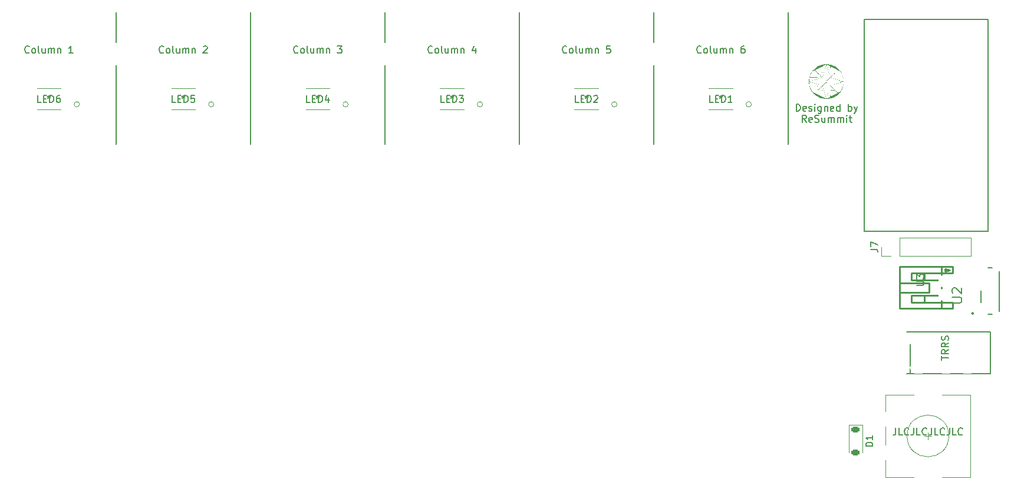
<source format=gto>
G04 #@! TF.GenerationSoftware,KiCad,Pcbnew,7.0.8*
G04 #@! TF.CreationDate,2023-10-21T22:21:02-07:00*
G04 #@! TF.ProjectId,Seismos_5CoreL,53656973-6d6f-4735-9f35-436f72654c2e,rev?*
G04 #@! TF.SameCoordinates,Original*
G04 #@! TF.FileFunction,Legend,Top*
G04 #@! TF.FilePolarity,Positive*
%FSLAX46Y46*%
G04 Gerber Fmt 4.6, Leading zero omitted, Abs format (unit mm)*
G04 Created by KiCad (PCBNEW 7.0.8) date 2023-10-21 22:21:02*
%MOMM*%
%LPD*%
G01*
G04 APERTURE LIST*
G04 Aperture macros list*
%AMRoundRect*
0 Rectangle with rounded corners*
0 $1 Rounding radius*
0 $2 $3 $4 $5 $6 $7 $8 $9 X,Y pos of 4 corners*
0 Add a 4 corners polygon primitive as box body*
4,1,4,$2,$3,$4,$5,$6,$7,$8,$9,$2,$3,0*
0 Add four circle primitives for the rounded corners*
1,1,$1+$1,$2,$3*
1,1,$1+$1,$4,$5*
1,1,$1+$1,$6,$7*
1,1,$1+$1,$8,$9*
0 Add four rect primitives between the rounded corners*
20,1,$1+$1,$2,$3,$4,$5,0*
20,1,$1+$1,$4,$5,$6,$7,0*
20,1,$1+$1,$6,$7,$8,$9,0*
20,1,$1+$1,$8,$9,$2,$3,0*%
%AMFreePoly0*
4,1,6,0.600000,0.200000,0.000000,-0.400000,-0.600000,0.200000,-0.600000,0.400000,0.600000,0.400000,0.600000,0.200000,0.600000,0.200000,$1*%
%AMFreePoly1*
4,1,6,0.600000,-0.250000,-0.600000,-0.250000,-0.600000,1.000000,0.000000,0.400000,0.600000,1.000000,0.600000,-0.250000,0.600000,-0.250000,$1*%
G04 Aperture macros list end*
%ADD10C,0.150000*%
%ADD11C,0.120000*%
%ADD12C,0.127000*%
%ADD13C,0.250000*%
%ADD14C,0.254000*%
%ADD15C,1.200000*%
%ADD16O,2.500000X1.700000*%
%ADD17C,0.100000*%
%ADD18C,2.000000*%
%ADD19R,3.200000X2.000000*%
%ADD20C,3.200000*%
%ADD21R,1.700000X1.700000*%
%ADD22O,1.700000X1.700000*%
%ADD23C,0.900000*%
%ADD24R,1.500000X0.700000*%
%ADD25R,0.800000X1.000000*%
%ADD26C,1.400000*%
%ADD27C,1.600000*%
%ADD28FreePoly0,270.000000*%
%ADD29FreePoly0,90.000000*%
%ADD30R,1.600000X1.600000*%
%ADD31FreePoly1,270.000000*%
%ADD32FreePoly1,90.000000*%
%ADD33RoundRect,0.225000X-0.375000X0.225000X-0.375000X-0.225000X0.375000X-0.225000X0.375000X0.225000X0*%
%ADD34R,1.803400X0.812800*%
G04 APERTURE END LIST*
D10*
X87900000Y-20000000D02*
X87900000Y-39000000D01*
X107200000Y-20000000D02*
X107200000Y-39000000D01*
X49300000Y-20000000D02*
X49300000Y-39000000D01*
X126500000Y-20000000D02*
X126500000Y-39000000D01*
X145800000Y-20000000D02*
X145800000Y-39000000D01*
X68600000Y-20000000D02*
X68600000Y-39000000D01*
X161270951Y-79829819D02*
X161270951Y-80544104D01*
X161270951Y-80544104D02*
X161223332Y-80686961D01*
X161223332Y-80686961D02*
X161128094Y-80782200D01*
X161128094Y-80782200D02*
X160985237Y-80829819D01*
X160985237Y-80829819D02*
X160889999Y-80829819D01*
X162223332Y-80829819D02*
X161747142Y-80829819D01*
X161747142Y-80829819D02*
X161747142Y-79829819D01*
X163128094Y-80734580D02*
X163080475Y-80782200D01*
X163080475Y-80782200D02*
X162937618Y-80829819D01*
X162937618Y-80829819D02*
X162842380Y-80829819D01*
X162842380Y-80829819D02*
X162699523Y-80782200D01*
X162699523Y-80782200D02*
X162604285Y-80686961D01*
X162604285Y-80686961D02*
X162556666Y-80591723D01*
X162556666Y-80591723D02*
X162509047Y-80401247D01*
X162509047Y-80401247D02*
X162509047Y-80258390D01*
X162509047Y-80258390D02*
X162556666Y-80067914D01*
X162556666Y-80067914D02*
X162604285Y-79972676D01*
X162604285Y-79972676D02*
X162699523Y-79877438D01*
X162699523Y-79877438D02*
X162842380Y-79829819D01*
X162842380Y-79829819D02*
X162937618Y-79829819D01*
X162937618Y-79829819D02*
X163080475Y-79877438D01*
X163080475Y-79877438D02*
X163128094Y-79925057D01*
X163842380Y-79829819D02*
X163842380Y-80544104D01*
X163842380Y-80544104D02*
X163794761Y-80686961D01*
X163794761Y-80686961D02*
X163699523Y-80782200D01*
X163699523Y-80782200D02*
X163556666Y-80829819D01*
X163556666Y-80829819D02*
X163461428Y-80829819D01*
X164794761Y-80829819D02*
X164318571Y-80829819D01*
X164318571Y-80829819D02*
X164318571Y-79829819D01*
X165699523Y-80734580D02*
X165651904Y-80782200D01*
X165651904Y-80782200D02*
X165509047Y-80829819D01*
X165509047Y-80829819D02*
X165413809Y-80829819D01*
X165413809Y-80829819D02*
X165270952Y-80782200D01*
X165270952Y-80782200D02*
X165175714Y-80686961D01*
X165175714Y-80686961D02*
X165128095Y-80591723D01*
X165128095Y-80591723D02*
X165080476Y-80401247D01*
X165080476Y-80401247D02*
X165080476Y-80258390D01*
X165080476Y-80258390D02*
X165128095Y-80067914D01*
X165128095Y-80067914D02*
X165175714Y-79972676D01*
X165175714Y-79972676D02*
X165270952Y-79877438D01*
X165270952Y-79877438D02*
X165413809Y-79829819D01*
X165413809Y-79829819D02*
X165509047Y-79829819D01*
X165509047Y-79829819D02*
X165651904Y-79877438D01*
X165651904Y-79877438D02*
X165699523Y-79925057D01*
X166413809Y-79829819D02*
X166413809Y-80544104D01*
X166413809Y-80544104D02*
X166366190Y-80686961D01*
X166366190Y-80686961D02*
X166270952Y-80782200D01*
X166270952Y-80782200D02*
X166128095Y-80829819D01*
X166128095Y-80829819D02*
X166032857Y-80829819D01*
X167366190Y-80829819D02*
X166890000Y-80829819D01*
X166890000Y-80829819D02*
X166890000Y-79829819D01*
X168270952Y-80734580D02*
X168223333Y-80782200D01*
X168223333Y-80782200D02*
X168080476Y-80829819D01*
X168080476Y-80829819D02*
X167985238Y-80829819D01*
X167985238Y-80829819D02*
X167842381Y-80782200D01*
X167842381Y-80782200D02*
X167747143Y-80686961D01*
X167747143Y-80686961D02*
X167699524Y-80591723D01*
X167699524Y-80591723D02*
X167651905Y-80401247D01*
X167651905Y-80401247D02*
X167651905Y-80258390D01*
X167651905Y-80258390D02*
X167699524Y-80067914D01*
X167699524Y-80067914D02*
X167747143Y-79972676D01*
X167747143Y-79972676D02*
X167842381Y-79877438D01*
X167842381Y-79877438D02*
X167985238Y-79829819D01*
X167985238Y-79829819D02*
X168080476Y-79829819D01*
X168080476Y-79829819D02*
X168223333Y-79877438D01*
X168223333Y-79877438D02*
X168270952Y-79925057D01*
X168985238Y-79829819D02*
X168985238Y-80544104D01*
X168985238Y-80544104D02*
X168937619Y-80686961D01*
X168937619Y-80686961D02*
X168842381Y-80782200D01*
X168842381Y-80782200D02*
X168699524Y-80829819D01*
X168699524Y-80829819D02*
X168604286Y-80829819D01*
X169937619Y-80829819D02*
X169461429Y-80829819D01*
X169461429Y-80829819D02*
X169461429Y-79829819D01*
X170842381Y-80734580D02*
X170794762Y-80782200D01*
X170794762Y-80782200D02*
X170651905Y-80829819D01*
X170651905Y-80829819D02*
X170556667Y-80829819D01*
X170556667Y-80829819D02*
X170413810Y-80782200D01*
X170413810Y-80782200D02*
X170318572Y-80686961D01*
X170318572Y-80686961D02*
X170270953Y-80591723D01*
X170270953Y-80591723D02*
X170223334Y-80401247D01*
X170223334Y-80401247D02*
X170223334Y-80258390D01*
X170223334Y-80258390D02*
X170270953Y-80067914D01*
X170270953Y-80067914D02*
X170318572Y-79972676D01*
X170318572Y-79972676D02*
X170413810Y-79877438D01*
X170413810Y-79877438D02*
X170556667Y-79829819D01*
X170556667Y-79829819D02*
X170651905Y-79829819D01*
X170651905Y-79829819D02*
X170794762Y-79877438D01*
X170794762Y-79877438D02*
X170842381Y-79925057D01*
X146991666Y-34209819D02*
X146991666Y-33209819D01*
X146991666Y-33209819D02*
X147229761Y-33209819D01*
X147229761Y-33209819D02*
X147372618Y-33257438D01*
X147372618Y-33257438D02*
X147467856Y-33352676D01*
X147467856Y-33352676D02*
X147515475Y-33447914D01*
X147515475Y-33447914D02*
X147563094Y-33638390D01*
X147563094Y-33638390D02*
X147563094Y-33781247D01*
X147563094Y-33781247D02*
X147515475Y-33971723D01*
X147515475Y-33971723D02*
X147467856Y-34066961D01*
X147467856Y-34066961D02*
X147372618Y-34162200D01*
X147372618Y-34162200D02*
X147229761Y-34209819D01*
X147229761Y-34209819D02*
X146991666Y-34209819D01*
X148372618Y-34162200D02*
X148277380Y-34209819D01*
X148277380Y-34209819D02*
X148086904Y-34209819D01*
X148086904Y-34209819D02*
X147991666Y-34162200D01*
X147991666Y-34162200D02*
X147944047Y-34066961D01*
X147944047Y-34066961D02*
X147944047Y-33686009D01*
X147944047Y-33686009D02*
X147991666Y-33590771D01*
X147991666Y-33590771D02*
X148086904Y-33543152D01*
X148086904Y-33543152D02*
X148277380Y-33543152D01*
X148277380Y-33543152D02*
X148372618Y-33590771D01*
X148372618Y-33590771D02*
X148420237Y-33686009D01*
X148420237Y-33686009D02*
X148420237Y-33781247D01*
X148420237Y-33781247D02*
X147944047Y-33876485D01*
X148801190Y-34162200D02*
X148896428Y-34209819D01*
X148896428Y-34209819D02*
X149086904Y-34209819D01*
X149086904Y-34209819D02*
X149182142Y-34162200D01*
X149182142Y-34162200D02*
X149229761Y-34066961D01*
X149229761Y-34066961D02*
X149229761Y-34019342D01*
X149229761Y-34019342D02*
X149182142Y-33924104D01*
X149182142Y-33924104D02*
X149086904Y-33876485D01*
X149086904Y-33876485D02*
X148944047Y-33876485D01*
X148944047Y-33876485D02*
X148848809Y-33828866D01*
X148848809Y-33828866D02*
X148801190Y-33733628D01*
X148801190Y-33733628D02*
X148801190Y-33686009D01*
X148801190Y-33686009D02*
X148848809Y-33590771D01*
X148848809Y-33590771D02*
X148944047Y-33543152D01*
X148944047Y-33543152D02*
X149086904Y-33543152D01*
X149086904Y-33543152D02*
X149182142Y-33590771D01*
X149658333Y-34209819D02*
X149658333Y-33543152D01*
X149658333Y-33209819D02*
X149610714Y-33257438D01*
X149610714Y-33257438D02*
X149658333Y-33305057D01*
X149658333Y-33305057D02*
X149705952Y-33257438D01*
X149705952Y-33257438D02*
X149658333Y-33209819D01*
X149658333Y-33209819D02*
X149658333Y-33305057D01*
X150563094Y-33543152D02*
X150563094Y-34352676D01*
X150563094Y-34352676D02*
X150515475Y-34447914D01*
X150515475Y-34447914D02*
X150467856Y-34495533D01*
X150467856Y-34495533D02*
X150372618Y-34543152D01*
X150372618Y-34543152D02*
X150229761Y-34543152D01*
X150229761Y-34543152D02*
X150134523Y-34495533D01*
X150563094Y-34162200D02*
X150467856Y-34209819D01*
X150467856Y-34209819D02*
X150277380Y-34209819D01*
X150277380Y-34209819D02*
X150182142Y-34162200D01*
X150182142Y-34162200D02*
X150134523Y-34114580D01*
X150134523Y-34114580D02*
X150086904Y-34019342D01*
X150086904Y-34019342D02*
X150086904Y-33733628D01*
X150086904Y-33733628D02*
X150134523Y-33638390D01*
X150134523Y-33638390D02*
X150182142Y-33590771D01*
X150182142Y-33590771D02*
X150277380Y-33543152D01*
X150277380Y-33543152D02*
X150467856Y-33543152D01*
X150467856Y-33543152D02*
X150563094Y-33590771D01*
X151039285Y-33543152D02*
X151039285Y-34209819D01*
X151039285Y-33638390D02*
X151086904Y-33590771D01*
X151086904Y-33590771D02*
X151182142Y-33543152D01*
X151182142Y-33543152D02*
X151324999Y-33543152D01*
X151324999Y-33543152D02*
X151420237Y-33590771D01*
X151420237Y-33590771D02*
X151467856Y-33686009D01*
X151467856Y-33686009D02*
X151467856Y-34209819D01*
X152324999Y-34162200D02*
X152229761Y-34209819D01*
X152229761Y-34209819D02*
X152039285Y-34209819D01*
X152039285Y-34209819D02*
X151944047Y-34162200D01*
X151944047Y-34162200D02*
X151896428Y-34066961D01*
X151896428Y-34066961D02*
X151896428Y-33686009D01*
X151896428Y-33686009D02*
X151944047Y-33590771D01*
X151944047Y-33590771D02*
X152039285Y-33543152D01*
X152039285Y-33543152D02*
X152229761Y-33543152D01*
X152229761Y-33543152D02*
X152324999Y-33590771D01*
X152324999Y-33590771D02*
X152372618Y-33686009D01*
X152372618Y-33686009D02*
X152372618Y-33781247D01*
X152372618Y-33781247D02*
X151896428Y-33876485D01*
X153229761Y-34209819D02*
X153229761Y-33209819D01*
X153229761Y-34162200D02*
X153134523Y-34209819D01*
X153134523Y-34209819D02*
X152944047Y-34209819D01*
X152944047Y-34209819D02*
X152848809Y-34162200D01*
X152848809Y-34162200D02*
X152801190Y-34114580D01*
X152801190Y-34114580D02*
X152753571Y-34019342D01*
X152753571Y-34019342D02*
X152753571Y-33733628D01*
X152753571Y-33733628D02*
X152801190Y-33638390D01*
X152801190Y-33638390D02*
X152848809Y-33590771D01*
X152848809Y-33590771D02*
X152944047Y-33543152D01*
X152944047Y-33543152D02*
X153134523Y-33543152D01*
X153134523Y-33543152D02*
X153229761Y-33590771D01*
X154467857Y-34209819D02*
X154467857Y-33209819D01*
X154467857Y-33590771D02*
X154563095Y-33543152D01*
X154563095Y-33543152D02*
X154753571Y-33543152D01*
X154753571Y-33543152D02*
X154848809Y-33590771D01*
X154848809Y-33590771D02*
X154896428Y-33638390D01*
X154896428Y-33638390D02*
X154944047Y-33733628D01*
X154944047Y-33733628D02*
X154944047Y-34019342D01*
X154944047Y-34019342D02*
X154896428Y-34114580D01*
X154896428Y-34114580D02*
X154848809Y-34162200D01*
X154848809Y-34162200D02*
X154753571Y-34209819D01*
X154753571Y-34209819D02*
X154563095Y-34209819D01*
X154563095Y-34209819D02*
X154467857Y-34162200D01*
X155277381Y-33543152D02*
X155515476Y-34209819D01*
X155753571Y-33543152D02*
X155515476Y-34209819D01*
X155515476Y-34209819D02*
X155420238Y-34447914D01*
X155420238Y-34447914D02*
X155372619Y-34495533D01*
X155372619Y-34495533D02*
X155277381Y-34543152D01*
X148420238Y-35819819D02*
X148086905Y-35343628D01*
X147848810Y-35819819D02*
X147848810Y-34819819D01*
X147848810Y-34819819D02*
X148229762Y-34819819D01*
X148229762Y-34819819D02*
X148325000Y-34867438D01*
X148325000Y-34867438D02*
X148372619Y-34915057D01*
X148372619Y-34915057D02*
X148420238Y-35010295D01*
X148420238Y-35010295D02*
X148420238Y-35153152D01*
X148420238Y-35153152D02*
X148372619Y-35248390D01*
X148372619Y-35248390D02*
X148325000Y-35296009D01*
X148325000Y-35296009D02*
X148229762Y-35343628D01*
X148229762Y-35343628D02*
X147848810Y-35343628D01*
X149229762Y-35772200D02*
X149134524Y-35819819D01*
X149134524Y-35819819D02*
X148944048Y-35819819D01*
X148944048Y-35819819D02*
X148848810Y-35772200D01*
X148848810Y-35772200D02*
X148801191Y-35676961D01*
X148801191Y-35676961D02*
X148801191Y-35296009D01*
X148801191Y-35296009D02*
X148848810Y-35200771D01*
X148848810Y-35200771D02*
X148944048Y-35153152D01*
X148944048Y-35153152D02*
X149134524Y-35153152D01*
X149134524Y-35153152D02*
X149229762Y-35200771D01*
X149229762Y-35200771D02*
X149277381Y-35296009D01*
X149277381Y-35296009D02*
X149277381Y-35391247D01*
X149277381Y-35391247D02*
X148801191Y-35486485D01*
X149658334Y-35772200D02*
X149801191Y-35819819D01*
X149801191Y-35819819D02*
X150039286Y-35819819D01*
X150039286Y-35819819D02*
X150134524Y-35772200D01*
X150134524Y-35772200D02*
X150182143Y-35724580D01*
X150182143Y-35724580D02*
X150229762Y-35629342D01*
X150229762Y-35629342D02*
X150229762Y-35534104D01*
X150229762Y-35534104D02*
X150182143Y-35438866D01*
X150182143Y-35438866D02*
X150134524Y-35391247D01*
X150134524Y-35391247D02*
X150039286Y-35343628D01*
X150039286Y-35343628D02*
X149848810Y-35296009D01*
X149848810Y-35296009D02*
X149753572Y-35248390D01*
X149753572Y-35248390D02*
X149705953Y-35200771D01*
X149705953Y-35200771D02*
X149658334Y-35105533D01*
X149658334Y-35105533D02*
X149658334Y-35010295D01*
X149658334Y-35010295D02*
X149705953Y-34915057D01*
X149705953Y-34915057D02*
X149753572Y-34867438D01*
X149753572Y-34867438D02*
X149848810Y-34819819D01*
X149848810Y-34819819D02*
X150086905Y-34819819D01*
X150086905Y-34819819D02*
X150229762Y-34867438D01*
X151086905Y-35153152D02*
X151086905Y-35819819D01*
X150658334Y-35153152D02*
X150658334Y-35676961D01*
X150658334Y-35676961D02*
X150705953Y-35772200D01*
X150705953Y-35772200D02*
X150801191Y-35819819D01*
X150801191Y-35819819D02*
X150944048Y-35819819D01*
X150944048Y-35819819D02*
X151039286Y-35772200D01*
X151039286Y-35772200D02*
X151086905Y-35724580D01*
X151563096Y-35819819D02*
X151563096Y-35153152D01*
X151563096Y-35248390D02*
X151610715Y-35200771D01*
X151610715Y-35200771D02*
X151705953Y-35153152D01*
X151705953Y-35153152D02*
X151848810Y-35153152D01*
X151848810Y-35153152D02*
X151944048Y-35200771D01*
X151944048Y-35200771D02*
X151991667Y-35296009D01*
X151991667Y-35296009D02*
X151991667Y-35819819D01*
X151991667Y-35296009D02*
X152039286Y-35200771D01*
X152039286Y-35200771D02*
X152134524Y-35153152D01*
X152134524Y-35153152D02*
X152277381Y-35153152D01*
X152277381Y-35153152D02*
X152372620Y-35200771D01*
X152372620Y-35200771D02*
X152420239Y-35296009D01*
X152420239Y-35296009D02*
X152420239Y-35819819D01*
X152896429Y-35819819D02*
X152896429Y-35153152D01*
X152896429Y-35248390D02*
X152944048Y-35200771D01*
X152944048Y-35200771D02*
X153039286Y-35153152D01*
X153039286Y-35153152D02*
X153182143Y-35153152D01*
X153182143Y-35153152D02*
X153277381Y-35200771D01*
X153277381Y-35200771D02*
X153325000Y-35296009D01*
X153325000Y-35296009D02*
X153325000Y-35819819D01*
X153325000Y-35296009D02*
X153372619Y-35200771D01*
X153372619Y-35200771D02*
X153467857Y-35153152D01*
X153467857Y-35153152D02*
X153610714Y-35153152D01*
X153610714Y-35153152D02*
X153705953Y-35200771D01*
X153705953Y-35200771D02*
X153753572Y-35296009D01*
X153753572Y-35296009D02*
X153753572Y-35819819D01*
X154229762Y-35819819D02*
X154229762Y-35153152D01*
X154229762Y-34819819D02*
X154182143Y-34867438D01*
X154182143Y-34867438D02*
X154229762Y-34915057D01*
X154229762Y-34915057D02*
X154277381Y-34867438D01*
X154277381Y-34867438D02*
X154229762Y-34819819D01*
X154229762Y-34819819D02*
X154229762Y-34915057D01*
X154563095Y-35153152D02*
X154944047Y-35153152D01*
X154705952Y-34819819D02*
X154705952Y-35676961D01*
X154705952Y-35676961D02*
X154753571Y-35772200D01*
X154753571Y-35772200D02*
X154848809Y-35819819D01*
X154848809Y-35819819D02*
X154944047Y-35819819D01*
X94716666Y-25774580D02*
X94669047Y-25822200D01*
X94669047Y-25822200D02*
X94526190Y-25869819D01*
X94526190Y-25869819D02*
X94430952Y-25869819D01*
X94430952Y-25869819D02*
X94288095Y-25822200D01*
X94288095Y-25822200D02*
X94192857Y-25726961D01*
X94192857Y-25726961D02*
X94145238Y-25631723D01*
X94145238Y-25631723D02*
X94097619Y-25441247D01*
X94097619Y-25441247D02*
X94097619Y-25298390D01*
X94097619Y-25298390D02*
X94145238Y-25107914D01*
X94145238Y-25107914D02*
X94192857Y-25012676D01*
X94192857Y-25012676D02*
X94288095Y-24917438D01*
X94288095Y-24917438D02*
X94430952Y-24869819D01*
X94430952Y-24869819D02*
X94526190Y-24869819D01*
X94526190Y-24869819D02*
X94669047Y-24917438D01*
X94669047Y-24917438D02*
X94716666Y-24965057D01*
X95288095Y-25869819D02*
X95192857Y-25822200D01*
X95192857Y-25822200D02*
X95145238Y-25774580D01*
X95145238Y-25774580D02*
X95097619Y-25679342D01*
X95097619Y-25679342D02*
X95097619Y-25393628D01*
X95097619Y-25393628D02*
X95145238Y-25298390D01*
X95145238Y-25298390D02*
X95192857Y-25250771D01*
X95192857Y-25250771D02*
X95288095Y-25203152D01*
X95288095Y-25203152D02*
X95430952Y-25203152D01*
X95430952Y-25203152D02*
X95526190Y-25250771D01*
X95526190Y-25250771D02*
X95573809Y-25298390D01*
X95573809Y-25298390D02*
X95621428Y-25393628D01*
X95621428Y-25393628D02*
X95621428Y-25679342D01*
X95621428Y-25679342D02*
X95573809Y-25774580D01*
X95573809Y-25774580D02*
X95526190Y-25822200D01*
X95526190Y-25822200D02*
X95430952Y-25869819D01*
X95430952Y-25869819D02*
X95288095Y-25869819D01*
X96192857Y-25869819D02*
X96097619Y-25822200D01*
X96097619Y-25822200D02*
X96050000Y-25726961D01*
X96050000Y-25726961D02*
X96050000Y-24869819D01*
X97002381Y-25203152D02*
X97002381Y-25869819D01*
X96573810Y-25203152D02*
X96573810Y-25726961D01*
X96573810Y-25726961D02*
X96621429Y-25822200D01*
X96621429Y-25822200D02*
X96716667Y-25869819D01*
X96716667Y-25869819D02*
X96859524Y-25869819D01*
X96859524Y-25869819D02*
X96954762Y-25822200D01*
X96954762Y-25822200D02*
X97002381Y-25774580D01*
X97478572Y-25869819D02*
X97478572Y-25203152D01*
X97478572Y-25298390D02*
X97526191Y-25250771D01*
X97526191Y-25250771D02*
X97621429Y-25203152D01*
X97621429Y-25203152D02*
X97764286Y-25203152D01*
X97764286Y-25203152D02*
X97859524Y-25250771D01*
X97859524Y-25250771D02*
X97907143Y-25346009D01*
X97907143Y-25346009D02*
X97907143Y-25869819D01*
X97907143Y-25346009D02*
X97954762Y-25250771D01*
X97954762Y-25250771D02*
X98050000Y-25203152D01*
X98050000Y-25203152D02*
X98192857Y-25203152D01*
X98192857Y-25203152D02*
X98288096Y-25250771D01*
X98288096Y-25250771D02*
X98335715Y-25346009D01*
X98335715Y-25346009D02*
X98335715Y-25869819D01*
X98811905Y-25203152D02*
X98811905Y-25869819D01*
X98811905Y-25298390D02*
X98859524Y-25250771D01*
X98859524Y-25250771D02*
X98954762Y-25203152D01*
X98954762Y-25203152D02*
X99097619Y-25203152D01*
X99097619Y-25203152D02*
X99192857Y-25250771D01*
X99192857Y-25250771D02*
X99240476Y-25346009D01*
X99240476Y-25346009D02*
X99240476Y-25869819D01*
X100907143Y-25203152D02*
X100907143Y-25869819D01*
X100669048Y-24822200D02*
X100430953Y-25536485D01*
X100430953Y-25536485D02*
X101050000Y-25536485D01*
X56116666Y-25774580D02*
X56069047Y-25822200D01*
X56069047Y-25822200D02*
X55926190Y-25869819D01*
X55926190Y-25869819D02*
X55830952Y-25869819D01*
X55830952Y-25869819D02*
X55688095Y-25822200D01*
X55688095Y-25822200D02*
X55592857Y-25726961D01*
X55592857Y-25726961D02*
X55545238Y-25631723D01*
X55545238Y-25631723D02*
X55497619Y-25441247D01*
X55497619Y-25441247D02*
X55497619Y-25298390D01*
X55497619Y-25298390D02*
X55545238Y-25107914D01*
X55545238Y-25107914D02*
X55592857Y-25012676D01*
X55592857Y-25012676D02*
X55688095Y-24917438D01*
X55688095Y-24917438D02*
X55830952Y-24869819D01*
X55830952Y-24869819D02*
X55926190Y-24869819D01*
X55926190Y-24869819D02*
X56069047Y-24917438D01*
X56069047Y-24917438D02*
X56116666Y-24965057D01*
X56688095Y-25869819D02*
X56592857Y-25822200D01*
X56592857Y-25822200D02*
X56545238Y-25774580D01*
X56545238Y-25774580D02*
X56497619Y-25679342D01*
X56497619Y-25679342D02*
X56497619Y-25393628D01*
X56497619Y-25393628D02*
X56545238Y-25298390D01*
X56545238Y-25298390D02*
X56592857Y-25250771D01*
X56592857Y-25250771D02*
X56688095Y-25203152D01*
X56688095Y-25203152D02*
X56830952Y-25203152D01*
X56830952Y-25203152D02*
X56926190Y-25250771D01*
X56926190Y-25250771D02*
X56973809Y-25298390D01*
X56973809Y-25298390D02*
X57021428Y-25393628D01*
X57021428Y-25393628D02*
X57021428Y-25679342D01*
X57021428Y-25679342D02*
X56973809Y-25774580D01*
X56973809Y-25774580D02*
X56926190Y-25822200D01*
X56926190Y-25822200D02*
X56830952Y-25869819D01*
X56830952Y-25869819D02*
X56688095Y-25869819D01*
X57592857Y-25869819D02*
X57497619Y-25822200D01*
X57497619Y-25822200D02*
X57450000Y-25726961D01*
X57450000Y-25726961D02*
X57450000Y-24869819D01*
X58402381Y-25203152D02*
X58402381Y-25869819D01*
X57973810Y-25203152D02*
X57973810Y-25726961D01*
X57973810Y-25726961D02*
X58021429Y-25822200D01*
X58021429Y-25822200D02*
X58116667Y-25869819D01*
X58116667Y-25869819D02*
X58259524Y-25869819D01*
X58259524Y-25869819D02*
X58354762Y-25822200D01*
X58354762Y-25822200D02*
X58402381Y-25774580D01*
X58878572Y-25869819D02*
X58878572Y-25203152D01*
X58878572Y-25298390D02*
X58926191Y-25250771D01*
X58926191Y-25250771D02*
X59021429Y-25203152D01*
X59021429Y-25203152D02*
X59164286Y-25203152D01*
X59164286Y-25203152D02*
X59259524Y-25250771D01*
X59259524Y-25250771D02*
X59307143Y-25346009D01*
X59307143Y-25346009D02*
X59307143Y-25869819D01*
X59307143Y-25346009D02*
X59354762Y-25250771D01*
X59354762Y-25250771D02*
X59450000Y-25203152D01*
X59450000Y-25203152D02*
X59592857Y-25203152D01*
X59592857Y-25203152D02*
X59688096Y-25250771D01*
X59688096Y-25250771D02*
X59735715Y-25346009D01*
X59735715Y-25346009D02*
X59735715Y-25869819D01*
X60211905Y-25203152D02*
X60211905Y-25869819D01*
X60211905Y-25298390D02*
X60259524Y-25250771D01*
X60259524Y-25250771D02*
X60354762Y-25203152D01*
X60354762Y-25203152D02*
X60497619Y-25203152D01*
X60497619Y-25203152D02*
X60592857Y-25250771D01*
X60592857Y-25250771D02*
X60640476Y-25346009D01*
X60640476Y-25346009D02*
X60640476Y-25869819D01*
X61830953Y-24965057D02*
X61878572Y-24917438D01*
X61878572Y-24917438D02*
X61973810Y-24869819D01*
X61973810Y-24869819D02*
X62211905Y-24869819D01*
X62211905Y-24869819D02*
X62307143Y-24917438D01*
X62307143Y-24917438D02*
X62354762Y-24965057D01*
X62354762Y-24965057D02*
X62402381Y-25060295D01*
X62402381Y-25060295D02*
X62402381Y-25155533D01*
X62402381Y-25155533D02*
X62354762Y-25298390D01*
X62354762Y-25298390D02*
X61783334Y-25869819D01*
X61783334Y-25869819D02*
X62402381Y-25869819D01*
X133316666Y-25774580D02*
X133269047Y-25822200D01*
X133269047Y-25822200D02*
X133126190Y-25869819D01*
X133126190Y-25869819D02*
X133030952Y-25869819D01*
X133030952Y-25869819D02*
X132888095Y-25822200D01*
X132888095Y-25822200D02*
X132792857Y-25726961D01*
X132792857Y-25726961D02*
X132745238Y-25631723D01*
X132745238Y-25631723D02*
X132697619Y-25441247D01*
X132697619Y-25441247D02*
X132697619Y-25298390D01*
X132697619Y-25298390D02*
X132745238Y-25107914D01*
X132745238Y-25107914D02*
X132792857Y-25012676D01*
X132792857Y-25012676D02*
X132888095Y-24917438D01*
X132888095Y-24917438D02*
X133030952Y-24869819D01*
X133030952Y-24869819D02*
X133126190Y-24869819D01*
X133126190Y-24869819D02*
X133269047Y-24917438D01*
X133269047Y-24917438D02*
X133316666Y-24965057D01*
X133888095Y-25869819D02*
X133792857Y-25822200D01*
X133792857Y-25822200D02*
X133745238Y-25774580D01*
X133745238Y-25774580D02*
X133697619Y-25679342D01*
X133697619Y-25679342D02*
X133697619Y-25393628D01*
X133697619Y-25393628D02*
X133745238Y-25298390D01*
X133745238Y-25298390D02*
X133792857Y-25250771D01*
X133792857Y-25250771D02*
X133888095Y-25203152D01*
X133888095Y-25203152D02*
X134030952Y-25203152D01*
X134030952Y-25203152D02*
X134126190Y-25250771D01*
X134126190Y-25250771D02*
X134173809Y-25298390D01*
X134173809Y-25298390D02*
X134221428Y-25393628D01*
X134221428Y-25393628D02*
X134221428Y-25679342D01*
X134221428Y-25679342D02*
X134173809Y-25774580D01*
X134173809Y-25774580D02*
X134126190Y-25822200D01*
X134126190Y-25822200D02*
X134030952Y-25869819D01*
X134030952Y-25869819D02*
X133888095Y-25869819D01*
X134792857Y-25869819D02*
X134697619Y-25822200D01*
X134697619Y-25822200D02*
X134650000Y-25726961D01*
X134650000Y-25726961D02*
X134650000Y-24869819D01*
X135602381Y-25203152D02*
X135602381Y-25869819D01*
X135173810Y-25203152D02*
X135173810Y-25726961D01*
X135173810Y-25726961D02*
X135221429Y-25822200D01*
X135221429Y-25822200D02*
X135316667Y-25869819D01*
X135316667Y-25869819D02*
X135459524Y-25869819D01*
X135459524Y-25869819D02*
X135554762Y-25822200D01*
X135554762Y-25822200D02*
X135602381Y-25774580D01*
X136078572Y-25869819D02*
X136078572Y-25203152D01*
X136078572Y-25298390D02*
X136126191Y-25250771D01*
X136126191Y-25250771D02*
X136221429Y-25203152D01*
X136221429Y-25203152D02*
X136364286Y-25203152D01*
X136364286Y-25203152D02*
X136459524Y-25250771D01*
X136459524Y-25250771D02*
X136507143Y-25346009D01*
X136507143Y-25346009D02*
X136507143Y-25869819D01*
X136507143Y-25346009D02*
X136554762Y-25250771D01*
X136554762Y-25250771D02*
X136650000Y-25203152D01*
X136650000Y-25203152D02*
X136792857Y-25203152D01*
X136792857Y-25203152D02*
X136888096Y-25250771D01*
X136888096Y-25250771D02*
X136935715Y-25346009D01*
X136935715Y-25346009D02*
X136935715Y-25869819D01*
X137411905Y-25203152D02*
X137411905Y-25869819D01*
X137411905Y-25298390D02*
X137459524Y-25250771D01*
X137459524Y-25250771D02*
X137554762Y-25203152D01*
X137554762Y-25203152D02*
X137697619Y-25203152D01*
X137697619Y-25203152D02*
X137792857Y-25250771D01*
X137792857Y-25250771D02*
X137840476Y-25346009D01*
X137840476Y-25346009D02*
X137840476Y-25869819D01*
X139507143Y-24869819D02*
X139316667Y-24869819D01*
X139316667Y-24869819D02*
X139221429Y-24917438D01*
X139221429Y-24917438D02*
X139173810Y-24965057D01*
X139173810Y-24965057D02*
X139078572Y-25107914D01*
X139078572Y-25107914D02*
X139030953Y-25298390D01*
X139030953Y-25298390D02*
X139030953Y-25679342D01*
X139030953Y-25679342D02*
X139078572Y-25774580D01*
X139078572Y-25774580D02*
X139126191Y-25822200D01*
X139126191Y-25822200D02*
X139221429Y-25869819D01*
X139221429Y-25869819D02*
X139411905Y-25869819D01*
X139411905Y-25869819D02*
X139507143Y-25822200D01*
X139507143Y-25822200D02*
X139554762Y-25774580D01*
X139554762Y-25774580D02*
X139602381Y-25679342D01*
X139602381Y-25679342D02*
X139602381Y-25441247D01*
X139602381Y-25441247D02*
X139554762Y-25346009D01*
X139554762Y-25346009D02*
X139507143Y-25298390D01*
X139507143Y-25298390D02*
X139411905Y-25250771D01*
X139411905Y-25250771D02*
X139221429Y-25250771D01*
X139221429Y-25250771D02*
X139126191Y-25298390D01*
X139126191Y-25298390D02*
X139078572Y-25346009D01*
X139078572Y-25346009D02*
X139030953Y-25441247D01*
X75416666Y-25774580D02*
X75369047Y-25822200D01*
X75369047Y-25822200D02*
X75226190Y-25869819D01*
X75226190Y-25869819D02*
X75130952Y-25869819D01*
X75130952Y-25869819D02*
X74988095Y-25822200D01*
X74988095Y-25822200D02*
X74892857Y-25726961D01*
X74892857Y-25726961D02*
X74845238Y-25631723D01*
X74845238Y-25631723D02*
X74797619Y-25441247D01*
X74797619Y-25441247D02*
X74797619Y-25298390D01*
X74797619Y-25298390D02*
X74845238Y-25107914D01*
X74845238Y-25107914D02*
X74892857Y-25012676D01*
X74892857Y-25012676D02*
X74988095Y-24917438D01*
X74988095Y-24917438D02*
X75130952Y-24869819D01*
X75130952Y-24869819D02*
X75226190Y-24869819D01*
X75226190Y-24869819D02*
X75369047Y-24917438D01*
X75369047Y-24917438D02*
X75416666Y-24965057D01*
X75988095Y-25869819D02*
X75892857Y-25822200D01*
X75892857Y-25822200D02*
X75845238Y-25774580D01*
X75845238Y-25774580D02*
X75797619Y-25679342D01*
X75797619Y-25679342D02*
X75797619Y-25393628D01*
X75797619Y-25393628D02*
X75845238Y-25298390D01*
X75845238Y-25298390D02*
X75892857Y-25250771D01*
X75892857Y-25250771D02*
X75988095Y-25203152D01*
X75988095Y-25203152D02*
X76130952Y-25203152D01*
X76130952Y-25203152D02*
X76226190Y-25250771D01*
X76226190Y-25250771D02*
X76273809Y-25298390D01*
X76273809Y-25298390D02*
X76321428Y-25393628D01*
X76321428Y-25393628D02*
X76321428Y-25679342D01*
X76321428Y-25679342D02*
X76273809Y-25774580D01*
X76273809Y-25774580D02*
X76226190Y-25822200D01*
X76226190Y-25822200D02*
X76130952Y-25869819D01*
X76130952Y-25869819D02*
X75988095Y-25869819D01*
X76892857Y-25869819D02*
X76797619Y-25822200D01*
X76797619Y-25822200D02*
X76750000Y-25726961D01*
X76750000Y-25726961D02*
X76750000Y-24869819D01*
X77702381Y-25203152D02*
X77702381Y-25869819D01*
X77273810Y-25203152D02*
X77273810Y-25726961D01*
X77273810Y-25726961D02*
X77321429Y-25822200D01*
X77321429Y-25822200D02*
X77416667Y-25869819D01*
X77416667Y-25869819D02*
X77559524Y-25869819D01*
X77559524Y-25869819D02*
X77654762Y-25822200D01*
X77654762Y-25822200D02*
X77702381Y-25774580D01*
X78178572Y-25869819D02*
X78178572Y-25203152D01*
X78178572Y-25298390D02*
X78226191Y-25250771D01*
X78226191Y-25250771D02*
X78321429Y-25203152D01*
X78321429Y-25203152D02*
X78464286Y-25203152D01*
X78464286Y-25203152D02*
X78559524Y-25250771D01*
X78559524Y-25250771D02*
X78607143Y-25346009D01*
X78607143Y-25346009D02*
X78607143Y-25869819D01*
X78607143Y-25346009D02*
X78654762Y-25250771D01*
X78654762Y-25250771D02*
X78750000Y-25203152D01*
X78750000Y-25203152D02*
X78892857Y-25203152D01*
X78892857Y-25203152D02*
X78988096Y-25250771D01*
X78988096Y-25250771D02*
X79035715Y-25346009D01*
X79035715Y-25346009D02*
X79035715Y-25869819D01*
X79511905Y-25203152D02*
X79511905Y-25869819D01*
X79511905Y-25298390D02*
X79559524Y-25250771D01*
X79559524Y-25250771D02*
X79654762Y-25203152D01*
X79654762Y-25203152D02*
X79797619Y-25203152D01*
X79797619Y-25203152D02*
X79892857Y-25250771D01*
X79892857Y-25250771D02*
X79940476Y-25346009D01*
X79940476Y-25346009D02*
X79940476Y-25869819D01*
X81083334Y-24869819D02*
X81702381Y-24869819D01*
X81702381Y-24869819D02*
X81369048Y-25250771D01*
X81369048Y-25250771D02*
X81511905Y-25250771D01*
X81511905Y-25250771D02*
X81607143Y-25298390D01*
X81607143Y-25298390D02*
X81654762Y-25346009D01*
X81654762Y-25346009D02*
X81702381Y-25441247D01*
X81702381Y-25441247D02*
X81702381Y-25679342D01*
X81702381Y-25679342D02*
X81654762Y-25774580D01*
X81654762Y-25774580D02*
X81607143Y-25822200D01*
X81607143Y-25822200D02*
X81511905Y-25869819D01*
X81511905Y-25869819D02*
X81226191Y-25869819D01*
X81226191Y-25869819D02*
X81130953Y-25822200D01*
X81130953Y-25822200D02*
X81083334Y-25774580D01*
X36816666Y-25774580D02*
X36769047Y-25822200D01*
X36769047Y-25822200D02*
X36626190Y-25869819D01*
X36626190Y-25869819D02*
X36530952Y-25869819D01*
X36530952Y-25869819D02*
X36388095Y-25822200D01*
X36388095Y-25822200D02*
X36292857Y-25726961D01*
X36292857Y-25726961D02*
X36245238Y-25631723D01*
X36245238Y-25631723D02*
X36197619Y-25441247D01*
X36197619Y-25441247D02*
X36197619Y-25298390D01*
X36197619Y-25298390D02*
X36245238Y-25107914D01*
X36245238Y-25107914D02*
X36292857Y-25012676D01*
X36292857Y-25012676D02*
X36388095Y-24917438D01*
X36388095Y-24917438D02*
X36530952Y-24869819D01*
X36530952Y-24869819D02*
X36626190Y-24869819D01*
X36626190Y-24869819D02*
X36769047Y-24917438D01*
X36769047Y-24917438D02*
X36816666Y-24965057D01*
X37388095Y-25869819D02*
X37292857Y-25822200D01*
X37292857Y-25822200D02*
X37245238Y-25774580D01*
X37245238Y-25774580D02*
X37197619Y-25679342D01*
X37197619Y-25679342D02*
X37197619Y-25393628D01*
X37197619Y-25393628D02*
X37245238Y-25298390D01*
X37245238Y-25298390D02*
X37292857Y-25250771D01*
X37292857Y-25250771D02*
X37388095Y-25203152D01*
X37388095Y-25203152D02*
X37530952Y-25203152D01*
X37530952Y-25203152D02*
X37626190Y-25250771D01*
X37626190Y-25250771D02*
X37673809Y-25298390D01*
X37673809Y-25298390D02*
X37721428Y-25393628D01*
X37721428Y-25393628D02*
X37721428Y-25679342D01*
X37721428Y-25679342D02*
X37673809Y-25774580D01*
X37673809Y-25774580D02*
X37626190Y-25822200D01*
X37626190Y-25822200D02*
X37530952Y-25869819D01*
X37530952Y-25869819D02*
X37388095Y-25869819D01*
X38292857Y-25869819D02*
X38197619Y-25822200D01*
X38197619Y-25822200D02*
X38150000Y-25726961D01*
X38150000Y-25726961D02*
X38150000Y-24869819D01*
X39102381Y-25203152D02*
X39102381Y-25869819D01*
X38673810Y-25203152D02*
X38673810Y-25726961D01*
X38673810Y-25726961D02*
X38721429Y-25822200D01*
X38721429Y-25822200D02*
X38816667Y-25869819D01*
X38816667Y-25869819D02*
X38959524Y-25869819D01*
X38959524Y-25869819D02*
X39054762Y-25822200D01*
X39054762Y-25822200D02*
X39102381Y-25774580D01*
X39578572Y-25869819D02*
X39578572Y-25203152D01*
X39578572Y-25298390D02*
X39626191Y-25250771D01*
X39626191Y-25250771D02*
X39721429Y-25203152D01*
X39721429Y-25203152D02*
X39864286Y-25203152D01*
X39864286Y-25203152D02*
X39959524Y-25250771D01*
X39959524Y-25250771D02*
X40007143Y-25346009D01*
X40007143Y-25346009D02*
X40007143Y-25869819D01*
X40007143Y-25346009D02*
X40054762Y-25250771D01*
X40054762Y-25250771D02*
X40150000Y-25203152D01*
X40150000Y-25203152D02*
X40292857Y-25203152D01*
X40292857Y-25203152D02*
X40388096Y-25250771D01*
X40388096Y-25250771D02*
X40435715Y-25346009D01*
X40435715Y-25346009D02*
X40435715Y-25869819D01*
X40911905Y-25203152D02*
X40911905Y-25869819D01*
X40911905Y-25298390D02*
X40959524Y-25250771D01*
X40959524Y-25250771D02*
X41054762Y-25203152D01*
X41054762Y-25203152D02*
X41197619Y-25203152D01*
X41197619Y-25203152D02*
X41292857Y-25250771D01*
X41292857Y-25250771D02*
X41340476Y-25346009D01*
X41340476Y-25346009D02*
X41340476Y-25869819D01*
X43102381Y-25869819D02*
X42530953Y-25869819D01*
X42816667Y-25869819D02*
X42816667Y-24869819D01*
X42816667Y-24869819D02*
X42721429Y-25012676D01*
X42721429Y-25012676D02*
X42626191Y-25107914D01*
X42626191Y-25107914D02*
X42530953Y-25155533D01*
X114016666Y-25774580D02*
X113969047Y-25822200D01*
X113969047Y-25822200D02*
X113826190Y-25869819D01*
X113826190Y-25869819D02*
X113730952Y-25869819D01*
X113730952Y-25869819D02*
X113588095Y-25822200D01*
X113588095Y-25822200D02*
X113492857Y-25726961D01*
X113492857Y-25726961D02*
X113445238Y-25631723D01*
X113445238Y-25631723D02*
X113397619Y-25441247D01*
X113397619Y-25441247D02*
X113397619Y-25298390D01*
X113397619Y-25298390D02*
X113445238Y-25107914D01*
X113445238Y-25107914D02*
X113492857Y-25012676D01*
X113492857Y-25012676D02*
X113588095Y-24917438D01*
X113588095Y-24917438D02*
X113730952Y-24869819D01*
X113730952Y-24869819D02*
X113826190Y-24869819D01*
X113826190Y-24869819D02*
X113969047Y-24917438D01*
X113969047Y-24917438D02*
X114016666Y-24965057D01*
X114588095Y-25869819D02*
X114492857Y-25822200D01*
X114492857Y-25822200D02*
X114445238Y-25774580D01*
X114445238Y-25774580D02*
X114397619Y-25679342D01*
X114397619Y-25679342D02*
X114397619Y-25393628D01*
X114397619Y-25393628D02*
X114445238Y-25298390D01*
X114445238Y-25298390D02*
X114492857Y-25250771D01*
X114492857Y-25250771D02*
X114588095Y-25203152D01*
X114588095Y-25203152D02*
X114730952Y-25203152D01*
X114730952Y-25203152D02*
X114826190Y-25250771D01*
X114826190Y-25250771D02*
X114873809Y-25298390D01*
X114873809Y-25298390D02*
X114921428Y-25393628D01*
X114921428Y-25393628D02*
X114921428Y-25679342D01*
X114921428Y-25679342D02*
X114873809Y-25774580D01*
X114873809Y-25774580D02*
X114826190Y-25822200D01*
X114826190Y-25822200D02*
X114730952Y-25869819D01*
X114730952Y-25869819D02*
X114588095Y-25869819D01*
X115492857Y-25869819D02*
X115397619Y-25822200D01*
X115397619Y-25822200D02*
X115350000Y-25726961D01*
X115350000Y-25726961D02*
X115350000Y-24869819D01*
X116302381Y-25203152D02*
X116302381Y-25869819D01*
X115873810Y-25203152D02*
X115873810Y-25726961D01*
X115873810Y-25726961D02*
X115921429Y-25822200D01*
X115921429Y-25822200D02*
X116016667Y-25869819D01*
X116016667Y-25869819D02*
X116159524Y-25869819D01*
X116159524Y-25869819D02*
X116254762Y-25822200D01*
X116254762Y-25822200D02*
X116302381Y-25774580D01*
X116778572Y-25869819D02*
X116778572Y-25203152D01*
X116778572Y-25298390D02*
X116826191Y-25250771D01*
X116826191Y-25250771D02*
X116921429Y-25203152D01*
X116921429Y-25203152D02*
X117064286Y-25203152D01*
X117064286Y-25203152D02*
X117159524Y-25250771D01*
X117159524Y-25250771D02*
X117207143Y-25346009D01*
X117207143Y-25346009D02*
X117207143Y-25869819D01*
X117207143Y-25346009D02*
X117254762Y-25250771D01*
X117254762Y-25250771D02*
X117350000Y-25203152D01*
X117350000Y-25203152D02*
X117492857Y-25203152D01*
X117492857Y-25203152D02*
X117588096Y-25250771D01*
X117588096Y-25250771D02*
X117635715Y-25346009D01*
X117635715Y-25346009D02*
X117635715Y-25869819D01*
X118111905Y-25203152D02*
X118111905Y-25869819D01*
X118111905Y-25298390D02*
X118159524Y-25250771D01*
X118159524Y-25250771D02*
X118254762Y-25203152D01*
X118254762Y-25203152D02*
X118397619Y-25203152D01*
X118397619Y-25203152D02*
X118492857Y-25250771D01*
X118492857Y-25250771D02*
X118540476Y-25346009D01*
X118540476Y-25346009D02*
X118540476Y-25869819D01*
X120254762Y-24869819D02*
X119778572Y-24869819D01*
X119778572Y-24869819D02*
X119730953Y-25346009D01*
X119730953Y-25346009D02*
X119778572Y-25298390D01*
X119778572Y-25298390D02*
X119873810Y-25250771D01*
X119873810Y-25250771D02*
X120111905Y-25250771D01*
X120111905Y-25250771D02*
X120207143Y-25298390D01*
X120207143Y-25298390D02*
X120254762Y-25346009D01*
X120254762Y-25346009D02*
X120302381Y-25441247D01*
X120302381Y-25441247D02*
X120302381Y-25679342D01*
X120302381Y-25679342D02*
X120254762Y-25774580D01*
X120254762Y-25774580D02*
X120207143Y-25822200D01*
X120207143Y-25822200D02*
X120111905Y-25869819D01*
X120111905Y-25869819D02*
X119873810Y-25869819D01*
X119873810Y-25869819D02*
X119778572Y-25822200D01*
X119778572Y-25822200D02*
X119730953Y-25774580D01*
X167834819Y-70036904D02*
X167834819Y-69465476D01*
X168834819Y-69751190D02*
X167834819Y-69751190D01*
X168834819Y-68560714D02*
X168358628Y-68894047D01*
X168834819Y-69132142D02*
X167834819Y-69132142D01*
X167834819Y-69132142D02*
X167834819Y-68751190D01*
X167834819Y-68751190D02*
X167882438Y-68655952D01*
X167882438Y-68655952D02*
X167930057Y-68608333D01*
X167930057Y-68608333D02*
X168025295Y-68560714D01*
X168025295Y-68560714D02*
X168168152Y-68560714D01*
X168168152Y-68560714D02*
X168263390Y-68608333D01*
X168263390Y-68608333D02*
X168311009Y-68655952D01*
X168311009Y-68655952D02*
X168358628Y-68751190D01*
X168358628Y-68751190D02*
X168358628Y-69132142D01*
X168834819Y-67560714D02*
X168358628Y-67894047D01*
X168834819Y-68132142D02*
X167834819Y-68132142D01*
X167834819Y-68132142D02*
X167834819Y-67751190D01*
X167834819Y-67751190D02*
X167882438Y-67655952D01*
X167882438Y-67655952D02*
X167930057Y-67608333D01*
X167930057Y-67608333D02*
X168025295Y-67560714D01*
X168025295Y-67560714D02*
X168168152Y-67560714D01*
X168168152Y-67560714D02*
X168263390Y-67608333D01*
X168263390Y-67608333D02*
X168311009Y-67655952D01*
X168311009Y-67655952D02*
X168358628Y-67751190D01*
X168358628Y-67751190D02*
X168358628Y-68132142D01*
X168787200Y-67179761D02*
X168834819Y-67036904D01*
X168834819Y-67036904D02*
X168834819Y-66798809D01*
X168834819Y-66798809D02*
X168787200Y-66703571D01*
X168787200Y-66703571D02*
X168739580Y-66655952D01*
X168739580Y-66655952D02*
X168644342Y-66608333D01*
X168644342Y-66608333D02*
X168549104Y-66608333D01*
X168549104Y-66608333D02*
X168453866Y-66655952D01*
X168453866Y-66655952D02*
X168406247Y-66703571D01*
X168406247Y-66703571D02*
X168358628Y-66798809D01*
X168358628Y-66798809D02*
X168311009Y-66989285D01*
X168311009Y-66989285D02*
X168263390Y-67084523D01*
X168263390Y-67084523D02*
X168215771Y-67132142D01*
X168215771Y-67132142D02*
X168120533Y-67179761D01*
X168120533Y-67179761D02*
X168025295Y-67179761D01*
X168025295Y-67179761D02*
X167930057Y-67132142D01*
X167930057Y-67132142D02*
X167882438Y-67084523D01*
X167882438Y-67084523D02*
X167834819Y-66989285D01*
X167834819Y-66989285D02*
X167834819Y-66751190D01*
X167834819Y-66751190D02*
X167882438Y-66608333D01*
X167834819Y-70036904D02*
X167834819Y-69465476D01*
X168834819Y-69751190D02*
X167834819Y-69751190D01*
X168834819Y-68560714D02*
X168358628Y-68894047D01*
X168834819Y-69132142D02*
X167834819Y-69132142D01*
X167834819Y-69132142D02*
X167834819Y-68751190D01*
X167834819Y-68751190D02*
X167882438Y-68655952D01*
X167882438Y-68655952D02*
X167930057Y-68608333D01*
X167930057Y-68608333D02*
X168025295Y-68560714D01*
X168025295Y-68560714D02*
X168168152Y-68560714D01*
X168168152Y-68560714D02*
X168263390Y-68608333D01*
X168263390Y-68608333D02*
X168311009Y-68655952D01*
X168311009Y-68655952D02*
X168358628Y-68751190D01*
X168358628Y-68751190D02*
X168358628Y-69132142D01*
X168834819Y-67560714D02*
X168358628Y-67894047D01*
X168834819Y-68132142D02*
X167834819Y-68132142D01*
X167834819Y-68132142D02*
X167834819Y-67751190D01*
X167834819Y-67751190D02*
X167882438Y-67655952D01*
X167882438Y-67655952D02*
X167930057Y-67608333D01*
X167930057Y-67608333D02*
X168025295Y-67560714D01*
X168025295Y-67560714D02*
X168168152Y-67560714D01*
X168168152Y-67560714D02*
X168263390Y-67608333D01*
X168263390Y-67608333D02*
X168311009Y-67655952D01*
X168311009Y-67655952D02*
X168358628Y-67751190D01*
X168358628Y-67751190D02*
X168358628Y-68132142D01*
X168787200Y-67179761D02*
X168834819Y-67036904D01*
X168834819Y-67036904D02*
X168834819Y-66798809D01*
X168834819Y-66798809D02*
X168787200Y-66703571D01*
X168787200Y-66703571D02*
X168739580Y-66655952D01*
X168739580Y-66655952D02*
X168644342Y-66608333D01*
X168644342Y-66608333D02*
X168549104Y-66608333D01*
X168549104Y-66608333D02*
X168453866Y-66655952D01*
X168453866Y-66655952D02*
X168406247Y-66703571D01*
X168406247Y-66703571D02*
X168358628Y-66798809D01*
X168358628Y-66798809D02*
X168311009Y-66989285D01*
X168311009Y-66989285D02*
X168263390Y-67084523D01*
X168263390Y-67084523D02*
X168215771Y-67132142D01*
X168215771Y-67132142D02*
X168120533Y-67179761D01*
X168120533Y-67179761D02*
X168025295Y-67179761D01*
X168025295Y-67179761D02*
X167930057Y-67132142D01*
X167930057Y-67132142D02*
X167882438Y-67084523D01*
X167882438Y-67084523D02*
X167834819Y-66989285D01*
X167834819Y-66989285D02*
X167834819Y-66751190D01*
X167834819Y-66751190D02*
X167882438Y-66608333D01*
X157680819Y-54099333D02*
X158395104Y-54099333D01*
X158395104Y-54099333D02*
X158537961Y-54146952D01*
X158537961Y-54146952D02*
X158633200Y-54242190D01*
X158633200Y-54242190D02*
X158680819Y-54385047D01*
X158680819Y-54385047D02*
X158680819Y-54480285D01*
X157680819Y-53718380D02*
X157680819Y-53051714D01*
X157680819Y-53051714D02*
X158680819Y-53480285D01*
X169340866Y-61833666D02*
X170474200Y-61833666D01*
X170474200Y-61833666D02*
X170607533Y-61767000D01*
X170607533Y-61767000D02*
X170674200Y-61700333D01*
X170674200Y-61700333D02*
X170740866Y-61567000D01*
X170740866Y-61567000D02*
X170740866Y-61300333D01*
X170740866Y-61300333D02*
X170674200Y-61167000D01*
X170674200Y-61167000D02*
X170607533Y-61100333D01*
X170607533Y-61100333D02*
X170474200Y-61033666D01*
X170474200Y-61033666D02*
X169340866Y-61033666D01*
X169474200Y-60433666D02*
X169407533Y-60366999D01*
X169407533Y-60366999D02*
X169340866Y-60233666D01*
X169340866Y-60233666D02*
X169340866Y-59900333D01*
X169340866Y-59900333D02*
X169407533Y-59766999D01*
X169407533Y-59766999D02*
X169474200Y-59700333D01*
X169474200Y-59700333D02*
X169607533Y-59633666D01*
X169607533Y-59633666D02*
X169740866Y-59633666D01*
X169740866Y-59633666D02*
X169940866Y-59700333D01*
X169940866Y-59700333D02*
X170740866Y-60500333D01*
X170740866Y-60500333D02*
X170740866Y-59633666D01*
X164298319Y-59295220D02*
X165107842Y-59295220D01*
X165107842Y-59295220D02*
X165203080Y-59247601D01*
X165203080Y-59247601D02*
X165250700Y-59199982D01*
X165250700Y-59199982D02*
X165298319Y-59104744D01*
X165298319Y-59104744D02*
X165298319Y-58914268D01*
X165298319Y-58914268D02*
X165250700Y-58819030D01*
X165250700Y-58819030D02*
X165203080Y-58771411D01*
X165203080Y-58771411D02*
X165107842Y-58723792D01*
X165107842Y-58723792D02*
X164298319Y-58723792D01*
X164298319Y-58342839D02*
X164298319Y-57723792D01*
X164298319Y-57723792D02*
X164679271Y-58057125D01*
X164679271Y-58057125D02*
X164679271Y-57914268D01*
X164679271Y-57914268D02*
X164726890Y-57819030D01*
X164726890Y-57819030D02*
X164774509Y-57771411D01*
X164774509Y-57771411D02*
X164869747Y-57723792D01*
X164869747Y-57723792D02*
X165107842Y-57723792D01*
X165107842Y-57723792D02*
X165203080Y-57771411D01*
X165203080Y-57771411D02*
X165250700Y-57819030D01*
X165250700Y-57819030D02*
X165298319Y-57914268D01*
X165298319Y-57914268D02*
X165298319Y-58199982D01*
X165298319Y-58199982D02*
X165250700Y-58295220D01*
X165250700Y-58295220D02*
X165203080Y-58342839D01*
X157954819Y-82438094D02*
X156954819Y-82438094D01*
X156954819Y-82438094D02*
X156954819Y-82199999D01*
X156954819Y-82199999D02*
X157002438Y-82057142D01*
X157002438Y-82057142D02*
X157097676Y-81961904D01*
X157097676Y-81961904D02*
X157192914Y-81914285D01*
X157192914Y-81914285D02*
X157383390Y-81866666D01*
X157383390Y-81866666D02*
X157526247Y-81866666D01*
X157526247Y-81866666D02*
X157716723Y-81914285D01*
X157716723Y-81914285D02*
X157811961Y-81961904D01*
X157811961Y-81961904D02*
X157907200Y-82057142D01*
X157907200Y-82057142D02*
X157954819Y-82199999D01*
X157954819Y-82199999D02*
X157954819Y-82438094D01*
X157954819Y-80914285D02*
X157954819Y-81485713D01*
X157954819Y-81199999D02*
X156954819Y-81199999D01*
X156954819Y-81199999D02*
X157097676Y-81295237D01*
X157097676Y-81295237D02*
X157192914Y-81390475D01*
X157192914Y-81390475D02*
X157240533Y-81485713D01*
X38530952Y-32954819D02*
X38054762Y-32954819D01*
X38054762Y-32954819D02*
X38054762Y-31954819D01*
X38864286Y-32431009D02*
X39197619Y-32431009D01*
X39340476Y-32954819D02*
X38864286Y-32954819D01*
X38864286Y-32954819D02*
X38864286Y-31954819D01*
X38864286Y-31954819D02*
X39340476Y-31954819D01*
X39769048Y-32954819D02*
X39769048Y-31954819D01*
X39769048Y-31954819D02*
X40007143Y-31954819D01*
X40007143Y-31954819D02*
X40150000Y-32002438D01*
X40150000Y-32002438D02*
X40245238Y-32097676D01*
X40245238Y-32097676D02*
X40292857Y-32192914D01*
X40292857Y-32192914D02*
X40340476Y-32383390D01*
X40340476Y-32383390D02*
X40340476Y-32526247D01*
X40340476Y-32526247D02*
X40292857Y-32716723D01*
X40292857Y-32716723D02*
X40245238Y-32811961D01*
X40245238Y-32811961D02*
X40150000Y-32907200D01*
X40150000Y-32907200D02*
X40007143Y-32954819D01*
X40007143Y-32954819D02*
X39769048Y-32954819D01*
X41197619Y-31954819D02*
X41007143Y-31954819D01*
X41007143Y-31954819D02*
X40911905Y-32002438D01*
X40911905Y-32002438D02*
X40864286Y-32050057D01*
X40864286Y-32050057D02*
X40769048Y-32192914D01*
X40769048Y-32192914D02*
X40721429Y-32383390D01*
X40721429Y-32383390D02*
X40721429Y-32764342D01*
X40721429Y-32764342D02*
X40769048Y-32859580D01*
X40769048Y-32859580D02*
X40816667Y-32907200D01*
X40816667Y-32907200D02*
X40911905Y-32954819D01*
X40911905Y-32954819D02*
X41102381Y-32954819D01*
X41102381Y-32954819D02*
X41197619Y-32907200D01*
X41197619Y-32907200D02*
X41245238Y-32859580D01*
X41245238Y-32859580D02*
X41292857Y-32764342D01*
X41292857Y-32764342D02*
X41292857Y-32526247D01*
X41292857Y-32526247D02*
X41245238Y-32431009D01*
X41245238Y-32431009D02*
X41197619Y-32383390D01*
X41197619Y-32383390D02*
X41102381Y-32335771D01*
X41102381Y-32335771D02*
X40911905Y-32335771D01*
X40911905Y-32335771D02*
X40816667Y-32383390D01*
X40816667Y-32383390D02*
X40769048Y-32431009D01*
X40769048Y-32431009D02*
X40721429Y-32526247D01*
X39650000Y-31954819D02*
X39650000Y-32192914D01*
X39411905Y-32097676D02*
X39650000Y-32192914D01*
X39650000Y-32192914D02*
X39888095Y-32097676D01*
X39507143Y-32383390D02*
X39650000Y-32192914D01*
X39650000Y-32192914D02*
X39792857Y-32383390D01*
X135030952Y-32954819D02*
X134554762Y-32954819D01*
X134554762Y-32954819D02*
X134554762Y-31954819D01*
X135364286Y-32431009D02*
X135697619Y-32431009D01*
X135840476Y-32954819D02*
X135364286Y-32954819D01*
X135364286Y-32954819D02*
X135364286Y-31954819D01*
X135364286Y-31954819D02*
X135840476Y-31954819D01*
X136269048Y-32954819D02*
X136269048Y-31954819D01*
X136269048Y-31954819D02*
X136507143Y-31954819D01*
X136507143Y-31954819D02*
X136650000Y-32002438D01*
X136650000Y-32002438D02*
X136745238Y-32097676D01*
X136745238Y-32097676D02*
X136792857Y-32192914D01*
X136792857Y-32192914D02*
X136840476Y-32383390D01*
X136840476Y-32383390D02*
X136840476Y-32526247D01*
X136840476Y-32526247D02*
X136792857Y-32716723D01*
X136792857Y-32716723D02*
X136745238Y-32811961D01*
X136745238Y-32811961D02*
X136650000Y-32907200D01*
X136650000Y-32907200D02*
X136507143Y-32954819D01*
X136507143Y-32954819D02*
X136269048Y-32954819D01*
X137792857Y-32954819D02*
X137221429Y-32954819D01*
X137507143Y-32954819D02*
X137507143Y-31954819D01*
X137507143Y-31954819D02*
X137411905Y-32097676D01*
X137411905Y-32097676D02*
X137316667Y-32192914D01*
X137316667Y-32192914D02*
X137221429Y-32240533D01*
X136150000Y-31954819D02*
X136150000Y-32192914D01*
X135911905Y-32097676D02*
X136150000Y-32192914D01*
X136150000Y-32192914D02*
X136388095Y-32097676D01*
X136007143Y-32383390D02*
X136150000Y-32192914D01*
X136150000Y-32192914D02*
X136292857Y-32383390D01*
X96430952Y-32954819D02*
X95954762Y-32954819D01*
X95954762Y-32954819D02*
X95954762Y-31954819D01*
X96764286Y-32431009D02*
X97097619Y-32431009D01*
X97240476Y-32954819D02*
X96764286Y-32954819D01*
X96764286Y-32954819D02*
X96764286Y-31954819D01*
X96764286Y-31954819D02*
X97240476Y-31954819D01*
X97669048Y-32954819D02*
X97669048Y-31954819D01*
X97669048Y-31954819D02*
X97907143Y-31954819D01*
X97907143Y-31954819D02*
X98050000Y-32002438D01*
X98050000Y-32002438D02*
X98145238Y-32097676D01*
X98145238Y-32097676D02*
X98192857Y-32192914D01*
X98192857Y-32192914D02*
X98240476Y-32383390D01*
X98240476Y-32383390D02*
X98240476Y-32526247D01*
X98240476Y-32526247D02*
X98192857Y-32716723D01*
X98192857Y-32716723D02*
X98145238Y-32811961D01*
X98145238Y-32811961D02*
X98050000Y-32907200D01*
X98050000Y-32907200D02*
X97907143Y-32954819D01*
X97907143Y-32954819D02*
X97669048Y-32954819D01*
X98573810Y-31954819D02*
X99192857Y-31954819D01*
X99192857Y-31954819D02*
X98859524Y-32335771D01*
X98859524Y-32335771D02*
X99002381Y-32335771D01*
X99002381Y-32335771D02*
X99097619Y-32383390D01*
X99097619Y-32383390D02*
X99145238Y-32431009D01*
X99145238Y-32431009D02*
X99192857Y-32526247D01*
X99192857Y-32526247D02*
X99192857Y-32764342D01*
X99192857Y-32764342D02*
X99145238Y-32859580D01*
X99145238Y-32859580D02*
X99097619Y-32907200D01*
X99097619Y-32907200D02*
X99002381Y-32954819D01*
X99002381Y-32954819D02*
X98716667Y-32954819D01*
X98716667Y-32954819D02*
X98621429Y-32907200D01*
X98621429Y-32907200D02*
X98573810Y-32859580D01*
X97550000Y-31954819D02*
X97550000Y-32192914D01*
X97311905Y-32097676D02*
X97550000Y-32192914D01*
X97550000Y-32192914D02*
X97788095Y-32097676D01*
X97407143Y-32383390D02*
X97550000Y-32192914D01*
X97550000Y-32192914D02*
X97692857Y-32383390D01*
X77130952Y-32954819D02*
X76654762Y-32954819D01*
X76654762Y-32954819D02*
X76654762Y-31954819D01*
X77464286Y-32431009D02*
X77797619Y-32431009D01*
X77940476Y-32954819D02*
X77464286Y-32954819D01*
X77464286Y-32954819D02*
X77464286Y-31954819D01*
X77464286Y-31954819D02*
X77940476Y-31954819D01*
X78369048Y-32954819D02*
X78369048Y-31954819D01*
X78369048Y-31954819D02*
X78607143Y-31954819D01*
X78607143Y-31954819D02*
X78750000Y-32002438D01*
X78750000Y-32002438D02*
X78845238Y-32097676D01*
X78845238Y-32097676D02*
X78892857Y-32192914D01*
X78892857Y-32192914D02*
X78940476Y-32383390D01*
X78940476Y-32383390D02*
X78940476Y-32526247D01*
X78940476Y-32526247D02*
X78892857Y-32716723D01*
X78892857Y-32716723D02*
X78845238Y-32811961D01*
X78845238Y-32811961D02*
X78750000Y-32907200D01*
X78750000Y-32907200D02*
X78607143Y-32954819D01*
X78607143Y-32954819D02*
X78369048Y-32954819D01*
X79797619Y-32288152D02*
X79797619Y-32954819D01*
X79559524Y-31907200D02*
X79321429Y-32621485D01*
X79321429Y-32621485D02*
X79940476Y-32621485D01*
X78250000Y-31954819D02*
X78250000Y-32192914D01*
X78011905Y-32097676D02*
X78250000Y-32192914D01*
X78250000Y-32192914D02*
X78488095Y-32097676D01*
X78107143Y-32383390D02*
X78250000Y-32192914D01*
X78250000Y-32192914D02*
X78392857Y-32383390D01*
X115730952Y-32954819D02*
X115254762Y-32954819D01*
X115254762Y-32954819D02*
X115254762Y-31954819D01*
X116064286Y-32431009D02*
X116397619Y-32431009D01*
X116540476Y-32954819D02*
X116064286Y-32954819D01*
X116064286Y-32954819D02*
X116064286Y-31954819D01*
X116064286Y-31954819D02*
X116540476Y-31954819D01*
X116969048Y-32954819D02*
X116969048Y-31954819D01*
X116969048Y-31954819D02*
X117207143Y-31954819D01*
X117207143Y-31954819D02*
X117350000Y-32002438D01*
X117350000Y-32002438D02*
X117445238Y-32097676D01*
X117445238Y-32097676D02*
X117492857Y-32192914D01*
X117492857Y-32192914D02*
X117540476Y-32383390D01*
X117540476Y-32383390D02*
X117540476Y-32526247D01*
X117540476Y-32526247D02*
X117492857Y-32716723D01*
X117492857Y-32716723D02*
X117445238Y-32811961D01*
X117445238Y-32811961D02*
X117350000Y-32907200D01*
X117350000Y-32907200D02*
X117207143Y-32954819D01*
X117207143Y-32954819D02*
X116969048Y-32954819D01*
X117921429Y-32050057D02*
X117969048Y-32002438D01*
X117969048Y-32002438D02*
X118064286Y-31954819D01*
X118064286Y-31954819D02*
X118302381Y-31954819D01*
X118302381Y-31954819D02*
X118397619Y-32002438D01*
X118397619Y-32002438D02*
X118445238Y-32050057D01*
X118445238Y-32050057D02*
X118492857Y-32145295D01*
X118492857Y-32145295D02*
X118492857Y-32240533D01*
X118492857Y-32240533D02*
X118445238Y-32383390D01*
X118445238Y-32383390D02*
X117873810Y-32954819D01*
X117873810Y-32954819D02*
X118492857Y-32954819D01*
X116850000Y-31954819D02*
X116850000Y-32192914D01*
X116611905Y-32097676D02*
X116850000Y-32192914D01*
X116850000Y-32192914D02*
X117088095Y-32097676D01*
X116707143Y-32383390D02*
X116850000Y-32192914D01*
X116850000Y-32192914D02*
X116992857Y-32383390D01*
X57830952Y-32954819D02*
X57354762Y-32954819D01*
X57354762Y-32954819D02*
X57354762Y-31954819D01*
X58164286Y-32431009D02*
X58497619Y-32431009D01*
X58640476Y-32954819D02*
X58164286Y-32954819D01*
X58164286Y-32954819D02*
X58164286Y-31954819D01*
X58164286Y-31954819D02*
X58640476Y-31954819D01*
X59069048Y-32954819D02*
X59069048Y-31954819D01*
X59069048Y-31954819D02*
X59307143Y-31954819D01*
X59307143Y-31954819D02*
X59450000Y-32002438D01*
X59450000Y-32002438D02*
X59545238Y-32097676D01*
X59545238Y-32097676D02*
X59592857Y-32192914D01*
X59592857Y-32192914D02*
X59640476Y-32383390D01*
X59640476Y-32383390D02*
X59640476Y-32526247D01*
X59640476Y-32526247D02*
X59592857Y-32716723D01*
X59592857Y-32716723D02*
X59545238Y-32811961D01*
X59545238Y-32811961D02*
X59450000Y-32907200D01*
X59450000Y-32907200D02*
X59307143Y-32954819D01*
X59307143Y-32954819D02*
X59069048Y-32954819D01*
X60545238Y-31954819D02*
X60069048Y-31954819D01*
X60069048Y-31954819D02*
X60021429Y-32431009D01*
X60021429Y-32431009D02*
X60069048Y-32383390D01*
X60069048Y-32383390D02*
X60164286Y-32335771D01*
X60164286Y-32335771D02*
X60402381Y-32335771D01*
X60402381Y-32335771D02*
X60497619Y-32383390D01*
X60497619Y-32383390D02*
X60545238Y-32431009D01*
X60545238Y-32431009D02*
X60592857Y-32526247D01*
X60592857Y-32526247D02*
X60592857Y-32764342D01*
X60592857Y-32764342D02*
X60545238Y-32859580D01*
X60545238Y-32859580D02*
X60497619Y-32907200D01*
X60497619Y-32907200D02*
X60402381Y-32954819D01*
X60402381Y-32954819D02*
X60164286Y-32954819D01*
X60164286Y-32954819D02*
X60069048Y-32907200D01*
X60069048Y-32907200D02*
X60021429Y-32859580D01*
X58950000Y-31954819D02*
X58950000Y-32192914D01*
X58711905Y-32097676D02*
X58950000Y-32192914D01*
X58950000Y-32192914D02*
X59188095Y-32097676D01*
X58807143Y-32383390D02*
X58950000Y-32192914D01*
X58950000Y-32192914D02*
X59092857Y-32383390D01*
D11*
X171990000Y-86860000D02*
X171990000Y-75060000D01*
X167890000Y-86860000D02*
X171990000Y-86860000D01*
X167890000Y-75060000D02*
X171990000Y-75060000D01*
X166390000Y-80960000D02*
X165390000Y-80960000D01*
X165890000Y-81460000D02*
X165890000Y-80460000D01*
X163890000Y-86860000D02*
X159790000Y-86860000D01*
X159790000Y-86860000D02*
X159790000Y-84460000D01*
X159790000Y-82260000D02*
X159790000Y-79660000D01*
X159790000Y-77460000D02*
X159790000Y-75060000D01*
X159790000Y-75060000D02*
X163890000Y-75060000D01*
X168890000Y-80960000D02*
G75*
G03*
X168890000Y-80960000I-3000000J0D01*
G01*
D10*
X174830000Y-66025000D02*
X174830000Y-72025000D01*
X162830000Y-66025000D02*
X174830000Y-66025000D01*
X174830000Y-72025000D02*
X162830000Y-72025000D01*
X163330000Y-72025000D02*
X163330000Y-66025000D01*
D11*
X159226000Y-55096000D02*
X159226000Y-53766000D01*
X160556000Y-55096000D02*
X159226000Y-55096000D01*
X161826000Y-55096000D02*
X172046000Y-55096000D01*
X161826000Y-55096000D02*
X161826000Y-52436000D01*
X172046000Y-55096000D02*
X172046000Y-52436000D01*
X161826000Y-52436000D02*
X172046000Y-52436000D01*
D12*
X175100000Y-63482000D02*
X174500000Y-63482000D01*
X176100000Y-63032000D02*
X176100000Y-57232000D01*
X173500000Y-61732000D02*
X173500000Y-60032000D01*
X174500000Y-56782000D02*
X175100000Y-56782000D01*
D13*
X172400000Y-63332000D02*
G75*
G03*
X172400000Y-63332000I-100000J0D01*
G01*
D14*
X161800500Y-62632000D02*
X161800500Y-56632000D01*
X167800500Y-62632000D02*
X161800500Y-62632000D01*
X167800500Y-62632000D02*
X169400500Y-62632000D01*
X167800500Y-62632000D02*
X167800500Y-61529000D01*
X169400500Y-62632000D02*
X169400500Y-61732000D01*
X163500500Y-61732000D02*
X163500500Y-60782000D01*
X165400500Y-61732000D02*
X165400500Y-60782000D01*
X167800500Y-61732000D02*
X163500500Y-61732000D01*
X169400500Y-61732000D02*
X167800500Y-61732000D01*
X163500500Y-60782000D02*
X167800500Y-60782000D01*
X161800500Y-60332000D02*
X161799500Y-60331000D01*
X161799500Y-60331000D02*
X166051500Y-60331000D01*
X166051500Y-60331000D02*
X166051500Y-58982000D01*
X167800500Y-59735000D02*
X167800500Y-59529000D01*
X166051500Y-58982000D02*
X161799500Y-58982000D01*
X163500500Y-58507000D02*
X163500500Y-57557000D01*
X165400500Y-58507000D02*
X165400500Y-57557000D01*
X167800500Y-58507000D02*
X163500500Y-58507000D01*
X167800500Y-57735000D02*
X167800500Y-56632000D01*
X163500500Y-57557000D02*
X167800500Y-57557000D01*
X169400500Y-57532000D02*
X167800500Y-57532000D01*
X168300500Y-57232000D02*
X168300500Y-56932000D01*
X169000500Y-57082000D02*
X168300500Y-57232000D01*
X168300500Y-56932000D02*
X169000500Y-57082000D01*
X161800500Y-56632000D02*
X167800500Y-56632000D01*
X167800500Y-56632000D02*
X169400500Y-56632000D01*
X169400500Y-56632000D02*
X169400500Y-57532000D01*
D10*
X174526000Y-21016000D02*
X174526000Y-51496000D01*
X156746000Y-21016000D02*
X174526000Y-21016000D01*
X156746000Y-21016000D02*
X156746000Y-51496000D01*
X174526000Y-51496000D02*
X156746000Y-51496000D01*
G36*
X149014000Y-29120192D02*
G01*
X149009115Y-29125077D01*
X149004230Y-29120192D01*
X149009115Y-29115307D01*
X149014000Y-29120192D01*
G37*
G36*
X149199615Y-31201038D02*
G01*
X149194730Y-31205923D01*
X149189846Y-31201038D01*
X149194730Y-31196153D01*
X149199615Y-31201038D01*
G37*
G36*
X149248461Y-28670807D02*
G01*
X149243577Y-28675692D01*
X149238692Y-28670807D01*
X149243577Y-28665923D01*
X149248461Y-28670807D01*
G37*
G36*
X149326615Y-28719653D02*
G01*
X149321730Y-28724538D01*
X149316846Y-28719653D01*
X149321730Y-28714769D01*
X149326615Y-28719653D01*
G37*
G36*
X149404769Y-28534038D02*
G01*
X149399884Y-28538923D01*
X149395000Y-28534038D01*
X149399884Y-28529153D01*
X149404769Y-28534038D01*
G37*
G36*
X149404769Y-31367115D02*
G01*
X149399884Y-31372000D01*
X149395000Y-31367115D01*
X149399884Y-31362230D01*
X149404769Y-31367115D01*
G37*
G36*
X149541538Y-28504730D02*
G01*
X149536653Y-28509615D01*
X149531769Y-28504730D01*
X149536653Y-28499846D01*
X149541538Y-28504730D01*
G37*
G36*
X149912769Y-28240961D02*
G01*
X149907884Y-28245846D01*
X149903000Y-28240961D01*
X149907884Y-28236077D01*
X149912769Y-28240961D01*
G37*
G36*
X149912769Y-28690346D02*
G01*
X149907884Y-28695230D01*
X149903000Y-28690346D01*
X149907884Y-28685461D01*
X149912769Y-28690346D01*
G37*
G36*
X149971384Y-28582884D02*
G01*
X149966500Y-28587769D01*
X149961615Y-28582884D01*
X149966500Y-28578000D01*
X149971384Y-28582884D01*
G37*
G36*
X150000692Y-31386653D02*
G01*
X149995807Y-31391538D01*
X149990923Y-31386653D01*
X149995807Y-31381769D01*
X150000692Y-31386653D01*
G37*
G36*
X150049538Y-28612192D02*
G01*
X150044653Y-28617077D01*
X150039769Y-28612192D01*
X150044653Y-28607307D01*
X150049538Y-28612192D01*
G37*
G36*
X150342615Y-28026038D02*
G01*
X150337730Y-28030923D01*
X150332846Y-28026038D01*
X150337730Y-28021153D01*
X150342615Y-28026038D01*
G37*
G36*
X151944769Y-31982577D02*
G01*
X151939884Y-31987461D01*
X151935000Y-31982577D01*
X151939884Y-31977692D01*
X151944769Y-31982577D01*
G37*
G36*
X152052230Y-28074884D02*
G01*
X152047346Y-28079769D01*
X152042461Y-28074884D01*
X152047346Y-28070000D01*
X152052230Y-28074884D01*
G37*
G36*
X152101077Y-28104192D02*
G01*
X152096192Y-28109077D01*
X152091307Y-28104192D01*
X152096192Y-28099307D01*
X152101077Y-28104192D01*
G37*
G36*
X152267153Y-31894653D02*
G01*
X152262269Y-31899538D01*
X152257384Y-31894653D01*
X152262269Y-31889769D01*
X152267153Y-31894653D01*
G37*
G36*
X152423461Y-31308500D02*
G01*
X152418577Y-31313384D01*
X152413692Y-31308500D01*
X152418577Y-31303615D01*
X152423461Y-31308500D01*
G37*
G36*
X152482077Y-28289807D02*
G01*
X152477192Y-28294692D01*
X152472307Y-28289807D01*
X152477192Y-28284923D01*
X152482077Y-28289807D01*
G37*
G36*
X152482077Y-28612192D02*
G01*
X152477192Y-28617077D01*
X152472307Y-28612192D01*
X152477192Y-28607307D01*
X152482077Y-28612192D01*
G37*
G36*
X152530923Y-28319115D02*
G01*
X152526038Y-28324000D01*
X152521153Y-28319115D01*
X152526038Y-28314230D01*
X152530923Y-28319115D01*
G37*
G36*
X152775153Y-28612192D02*
G01*
X152770269Y-28617077D01*
X152765384Y-28612192D01*
X152770269Y-28607307D01*
X152775153Y-28612192D01*
G37*
G36*
X152931461Y-28455884D02*
G01*
X152926577Y-28460769D01*
X152921692Y-28455884D01*
X152926577Y-28451000D01*
X152931461Y-28455884D01*
G37*
G36*
X152960769Y-28426577D02*
G01*
X152955884Y-28431461D01*
X152951000Y-28426577D01*
X152955884Y-28421692D01*
X152960769Y-28426577D01*
G37*
G36*
X153146384Y-31415961D02*
G01*
X153141500Y-31420846D01*
X153136615Y-31415961D01*
X153141500Y-31411077D01*
X153146384Y-31415961D01*
G37*
G36*
X153175692Y-31367115D02*
G01*
X153170807Y-31372000D01*
X153165923Y-31367115D01*
X153170807Y-31362230D01*
X153175692Y-31367115D01*
G37*
G36*
X153253846Y-28504730D02*
G01*
X153248961Y-28509615D01*
X153244077Y-28504730D01*
X153248961Y-28499846D01*
X153253846Y-28504730D01*
G37*
G36*
X153390615Y-28856423D02*
G01*
X153385730Y-28861307D01*
X153380846Y-28856423D01*
X153385730Y-28851538D01*
X153390615Y-28856423D01*
G37*
G36*
X153546923Y-29120192D02*
G01*
X153542038Y-29125077D01*
X153537153Y-29120192D01*
X153542038Y-29115307D01*
X153546923Y-29120192D01*
G37*
G36*
X153546923Y-30800500D02*
G01*
X153542038Y-30805384D01*
X153537153Y-30800500D01*
X153542038Y-30795615D01*
X153546923Y-30800500D01*
G37*
G36*
X153576230Y-30722346D02*
G01*
X153571346Y-30727230D01*
X153566461Y-30722346D01*
X153571346Y-30717461D01*
X153576230Y-30722346D01*
G37*
G36*
X149010743Y-30798871D02*
G01*
X149009402Y-30804679D01*
X149004230Y-30805384D01*
X148996189Y-30801810D01*
X148997718Y-30798871D01*
X149009311Y-30797702D01*
X149010743Y-30798871D01*
G37*
G36*
X149118205Y-31013794D02*
G01*
X149116864Y-31019602D01*
X149111692Y-31020307D01*
X149103651Y-31016733D01*
X149105179Y-31013794D01*
X149116773Y-31012625D01*
X149118205Y-31013794D01*
G37*
G36*
X149196359Y-29147871D02*
G01*
X149195018Y-29153679D01*
X149189846Y-29154384D01*
X149181805Y-29150810D01*
X149183333Y-29147871D01*
X149194927Y-29146702D01*
X149196359Y-29147871D01*
G37*
G36*
X149303820Y-28610564D02*
G01*
X149302479Y-28616371D01*
X149297307Y-28617077D01*
X149289266Y-28613502D01*
X149290794Y-28610564D01*
X149302388Y-28609394D01*
X149303820Y-28610564D01*
G37*
G36*
X149782512Y-31570641D02*
G01*
X149783682Y-31582234D01*
X149782512Y-31583666D01*
X149776705Y-31582325D01*
X149776000Y-31577153D01*
X149779574Y-31569112D01*
X149782512Y-31570641D01*
G37*
G36*
X149919282Y-31521794D02*
G01*
X149917941Y-31527602D01*
X149912769Y-31528307D01*
X149904728Y-31524733D01*
X149906256Y-31521794D01*
X149917850Y-31520625D01*
X149919282Y-31521794D01*
G37*
G36*
X150046282Y-31492487D02*
G01*
X150047451Y-31504081D01*
X150046282Y-31505512D01*
X150040474Y-31504171D01*
X150039769Y-31499000D01*
X150043343Y-31490958D01*
X150046282Y-31492487D01*
G37*
G36*
X150104897Y-31258025D02*
G01*
X150103556Y-31263833D01*
X150098384Y-31264538D01*
X150090343Y-31260964D01*
X150091871Y-31258025D01*
X150103465Y-31256856D01*
X150104897Y-31258025D01*
G37*
G36*
X150261205Y-31277564D02*
G01*
X150262374Y-31289157D01*
X150261205Y-31290589D01*
X150255397Y-31289248D01*
X150254692Y-31284077D01*
X150258266Y-31276035D01*
X150261205Y-31277564D01*
G37*
G36*
X152371359Y-31785564D02*
G01*
X152372528Y-31797157D01*
X152371359Y-31798589D01*
X152365551Y-31797248D01*
X152364846Y-31792077D01*
X152368420Y-31784035D01*
X152371359Y-31785564D01*
G37*
G36*
X152400666Y-28102564D02*
G01*
X152399325Y-28108371D01*
X152394153Y-28109077D01*
X152386112Y-28105502D01*
X152387641Y-28102564D01*
X152399234Y-28101394D01*
X152400666Y-28102564D01*
G37*
G36*
X152586282Y-28903641D02*
G01*
X152584941Y-28909448D01*
X152579769Y-28910153D01*
X152571728Y-28906579D01*
X152573256Y-28903641D01*
X152584850Y-28902471D01*
X152586282Y-28903641D01*
G37*
G36*
X152605820Y-29274871D02*
G01*
X152606989Y-29286465D01*
X152605820Y-29287897D01*
X152600012Y-29286556D01*
X152599307Y-29281384D01*
X152602882Y-29273343D01*
X152605820Y-29274871D01*
G37*
G36*
X152801205Y-31580410D02*
G01*
X152799864Y-31586218D01*
X152794692Y-31586923D01*
X152786651Y-31583348D01*
X152788179Y-31580410D01*
X152799773Y-31579241D01*
X152801205Y-31580410D01*
G37*
G36*
X152830512Y-28317487D02*
G01*
X152829171Y-28323295D01*
X152824000Y-28324000D01*
X152815958Y-28320425D01*
X152817487Y-28317487D01*
X152829081Y-28316318D01*
X152830512Y-28317487D01*
G37*
G36*
X152850051Y-28581256D02*
G01*
X152851220Y-28592850D01*
X152850051Y-28594282D01*
X152844243Y-28592941D01*
X152843538Y-28587769D01*
X152847112Y-28579728D01*
X152850051Y-28581256D01*
G37*
G36*
X153338512Y-31150564D02*
G01*
X153337171Y-31156371D01*
X153332000Y-31157077D01*
X153323958Y-31153502D01*
X153325487Y-31150564D01*
X153337081Y-31149394D01*
X153338512Y-31150564D01*
G37*
G36*
X153416666Y-28796179D02*
G01*
X153415325Y-28801987D01*
X153410153Y-28802692D01*
X153402112Y-28799117D01*
X153403641Y-28796179D01*
X153415234Y-28795010D01*
X153416666Y-28796179D01*
G37*
G36*
X153445974Y-28825487D02*
G01*
X153444633Y-28831295D01*
X153439461Y-28832000D01*
X153431420Y-28828425D01*
X153432948Y-28825487D01*
X153444542Y-28824318D01*
X153445974Y-28825487D01*
G37*
G36*
X153465512Y-28932948D02*
G01*
X153464171Y-28938756D01*
X153459000Y-28939461D01*
X153450958Y-28935887D01*
X153452487Y-28932948D01*
X153464081Y-28931779D01*
X153465512Y-28932948D01*
G37*
G36*
X153524128Y-29069718D02*
G01*
X153522787Y-29075525D01*
X153517615Y-29076230D01*
X153509574Y-29072656D01*
X153511102Y-29069718D01*
X153522696Y-29068548D01*
X153524128Y-29069718D01*
G37*
G36*
X153524128Y-29226025D02*
G01*
X153522787Y-29231833D01*
X153517615Y-29232538D01*
X153509574Y-29228964D01*
X153511102Y-29226025D01*
X153522696Y-29224856D01*
X153524128Y-29226025D01*
G37*
G36*
X149727828Y-31465224D02*
G01*
X149736491Y-31474655D01*
X149726625Y-31479270D01*
X149721692Y-31479461D01*
X149711630Y-31474655D01*
X149712598Y-31469533D01*
X149724306Y-31463897D01*
X149727828Y-31465224D01*
G37*
G36*
X149864598Y-31650840D02*
G01*
X149873260Y-31660271D01*
X149863394Y-31664885D01*
X149858461Y-31665077D01*
X149848400Y-31660270D01*
X149849367Y-31655148D01*
X149861075Y-31649512D01*
X149864598Y-31650840D01*
G37*
G36*
X149277485Y-28634280D02*
G01*
X149277769Y-28636615D01*
X149270335Y-28646100D01*
X149268000Y-28646384D01*
X149258514Y-28638950D01*
X149258230Y-28636615D01*
X149265664Y-28627130D01*
X149268000Y-28626846D01*
X149277485Y-28634280D01*
G37*
G36*
X149333026Y-28583985D02*
G01*
X149331500Y-28587769D01*
X149322721Y-28597088D01*
X149321154Y-28597538D01*
X149316958Y-28589980D01*
X149316846Y-28587769D01*
X149324356Y-28578375D01*
X149327192Y-28578000D01*
X149333026Y-28583985D01*
G37*
G36*
X149521716Y-28448664D02*
G01*
X149522000Y-28451000D01*
X149514565Y-28460485D01*
X149512230Y-28460769D01*
X149502745Y-28453335D01*
X149502461Y-28451000D01*
X149509895Y-28441514D01*
X149512230Y-28441230D01*
X149521716Y-28448664D01*
G37*
G36*
X149599870Y-28399818D02*
G01*
X149600153Y-28402153D01*
X149592719Y-28411639D01*
X149590384Y-28411923D01*
X149580899Y-28404489D01*
X149580615Y-28402153D01*
X149588049Y-28392668D01*
X149590384Y-28392384D01*
X149599870Y-28399818D01*
G37*
G36*
X149785657Y-31438173D02*
G01*
X149785769Y-31440384D01*
X149778259Y-31449778D01*
X149775423Y-31450153D01*
X149769588Y-31444168D01*
X149771115Y-31440384D01*
X149779894Y-31431065D01*
X149781461Y-31430615D01*
X149785657Y-31438173D01*
G37*
G36*
X149893118Y-31252558D02*
G01*
X149893230Y-31254769D01*
X149885720Y-31264163D01*
X149882885Y-31264538D01*
X149877050Y-31258553D01*
X149878577Y-31254769D01*
X149887355Y-31245449D01*
X149888922Y-31245000D01*
X149893118Y-31252558D01*
G37*
G36*
X149922254Y-31174280D02*
G01*
X149922538Y-31176615D01*
X149915104Y-31186100D01*
X149912769Y-31186384D01*
X149903283Y-31178950D01*
X149903000Y-31176615D01*
X149910434Y-31167130D01*
X149912769Y-31166846D01*
X149922254Y-31174280D01*
G37*
G36*
X150000408Y-28233741D02*
G01*
X150000692Y-28236077D01*
X149993258Y-28245562D01*
X149990923Y-28245846D01*
X149981437Y-28238412D01*
X149981153Y-28236077D01*
X149988588Y-28226591D01*
X149990923Y-28226307D01*
X150000408Y-28233741D01*
G37*
G36*
X150078734Y-31360019D02*
G01*
X150078846Y-31362230D01*
X150071336Y-31371624D01*
X150068500Y-31372000D01*
X150062665Y-31366015D01*
X150064192Y-31362230D01*
X150072971Y-31352911D01*
X150074538Y-31352461D01*
X150078734Y-31360019D01*
G37*
G36*
X150134103Y-31280292D02*
G01*
X150132577Y-31284077D01*
X150123798Y-31293396D01*
X150122231Y-31293846D01*
X150118035Y-31286287D01*
X150117923Y-31284077D01*
X150125433Y-31274683D01*
X150128268Y-31274307D01*
X150134103Y-31280292D01*
G37*
G36*
X150264064Y-31789399D02*
G01*
X150264461Y-31792077D01*
X150261128Y-31801592D01*
X150260153Y-31801846D01*
X150251812Y-31795000D01*
X150249807Y-31792077D01*
X150250582Y-31783074D01*
X150254115Y-31782307D01*
X150264064Y-31789399D01*
G37*
G36*
X150264349Y-28634404D02*
G01*
X150264461Y-28636615D01*
X150256951Y-28646009D01*
X150254115Y-28646384D01*
X150248281Y-28640399D01*
X150249807Y-28636615D01*
X150258586Y-28627295D01*
X150260153Y-28626846D01*
X150264349Y-28634404D01*
G37*
G36*
X150430254Y-28018818D02*
G01*
X150430538Y-28021153D01*
X150423104Y-28030639D01*
X150420769Y-28030923D01*
X150411283Y-28023489D01*
X150411000Y-28021153D01*
X150418434Y-28011668D01*
X150420769Y-28011384D01*
X150430254Y-28018818D01*
G37*
G36*
X152081254Y-32004664D02*
G01*
X152081538Y-32007000D01*
X152074104Y-32016485D01*
X152071769Y-32016769D01*
X152062283Y-32009335D01*
X152062000Y-32007000D01*
X152069434Y-31997514D01*
X152071769Y-31997230D01*
X152081254Y-32004664D01*
G37*
G36*
X152110562Y-28048126D02*
G01*
X152110846Y-28050461D01*
X152103412Y-28059946D01*
X152101077Y-28060230D01*
X152091591Y-28052796D01*
X152091307Y-28050461D01*
X152098741Y-28040976D01*
X152101077Y-28040692D01*
X152110562Y-28048126D01*
G37*
G36*
X152159294Y-27969630D02*
G01*
X152159692Y-27972307D01*
X152156359Y-27981823D01*
X152155384Y-27982077D01*
X152147043Y-27975231D01*
X152145038Y-27972307D01*
X152145813Y-27963305D01*
X152149346Y-27962538D01*
X152159294Y-27969630D01*
G37*
G36*
X152511100Y-31789741D02*
G01*
X152511384Y-31792077D01*
X152503950Y-31801562D01*
X152501615Y-31801846D01*
X152492130Y-31794412D01*
X152491846Y-31792077D01*
X152499280Y-31782591D01*
X152501615Y-31782307D01*
X152511100Y-31789741D01*
G37*
G36*
X152540408Y-28263049D02*
G01*
X152540692Y-28265384D01*
X152533258Y-28274870D01*
X152530923Y-28275153D01*
X152521437Y-28267719D01*
X152521153Y-28265384D01*
X152528588Y-28255899D01*
X152530923Y-28255615D01*
X152540408Y-28263049D01*
G37*
G36*
X152589140Y-28184553D02*
G01*
X152589538Y-28187230D01*
X152586205Y-28196746D01*
X152585230Y-28197000D01*
X152576889Y-28190154D01*
X152574884Y-28187230D01*
X152575659Y-28178228D01*
X152579192Y-28177461D01*
X152589140Y-28184553D01*
G37*
G36*
X152615488Y-31202138D02*
G01*
X152613961Y-31205923D01*
X152605182Y-31215242D01*
X152603615Y-31215692D01*
X152599419Y-31208134D01*
X152599307Y-31205923D01*
X152606817Y-31196529D01*
X152609653Y-31196153D01*
X152615488Y-31202138D01*
G37*
G36*
X152617744Y-28820374D02*
G01*
X152618846Y-28827115D01*
X152613571Y-28840116D01*
X152609077Y-28841769D01*
X152600409Y-28833856D01*
X152599307Y-28827115D01*
X152604582Y-28814114D01*
X152609077Y-28812461D01*
X152617744Y-28820374D01*
G37*
G36*
X152644795Y-28720754D02*
G01*
X152643269Y-28724538D01*
X152634490Y-28733858D01*
X152632923Y-28734307D01*
X152628727Y-28726749D01*
X152628615Y-28724538D01*
X152636125Y-28715144D01*
X152638961Y-28714769D01*
X152644795Y-28720754D01*
G37*
G36*
X152696888Y-28634404D02*
G01*
X152697000Y-28636615D01*
X152689489Y-28646009D01*
X152686654Y-28646384D01*
X152680819Y-28640399D01*
X152682346Y-28636615D01*
X152691124Y-28627295D01*
X152692692Y-28626846D01*
X152696888Y-28634404D01*
G37*
G36*
X152696888Y-28741866D02*
G01*
X152697000Y-28744077D01*
X152689489Y-28753470D01*
X152686654Y-28753846D01*
X152680819Y-28747861D01*
X152682346Y-28744077D01*
X152691124Y-28734757D01*
X152692692Y-28734307D01*
X152696888Y-28741866D01*
G37*
G36*
X152726023Y-28477972D02*
G01*
X152726307Y-28480307D01*
X152718873Y-28489793D01*
X152716538Y-28490077D01*
X152707053Y-28482642D01*
X152706769Y-28480307D01*
X152714203Y-28470822D01*
X152716538Y-28470538D01*
X152726023Y-28477972D01*
G37*
G36*
X152775041Y-28448789D02*
G01*
X152775153Y-28451000D01*
X152767643Y-28460393D01*
X152764808Y-28460769D01*
X152758973Y-28454784D01*
X152760500Y-28451000D01*
X152769278Y-28441680D01*
X152770845Y-28441230D01*
X152775041Y-28448789D01*
G37*
G36*
X152830411Y-28720754D02*
G01*
X152828884Y-28724538D01*
X152820105Y-28733858D01*
X152818538Y-28734307D01*
X152814342Y-28726749D01*
X152814230Y-28724538D01*
X152821740Y-28715144D01*
X152824576Y-28714769D01*
X152830411Y-28720754D01*
G37*
G36*
X153097140Y-31388860D02*
G01*
X153097538Y-31391538D01*
X153094205Y-31401053D01*
X153093230Y-31401307D01*
X153084889Y-31394462D01*
X153082884Y-31391538D01*
X153083659Y-31382536D01*
X153087192Y-31381769D01*
X153097140Y-31388860D01*
G37*
G36*
X153126562Y-31438049D02*
G01*
X153126846Y-31440384D01*
X153119412Y-31449870D01*
X153117077Y-31450153D01*
X153107591Y-31442719D01*
X153107307Y-31440384D01*
X153114741Y-31430899D01*
X153117077Y-31430615D01*
X153126562Y-31438049D01*
G37*
G36*
X153175408Y-31467357D02*
G01*
X153175692Y-31469692D01*
X153168258Y-31479177D01*
X153165923Y-31479461D01*
X153156437Y-31472027D01*
X153156153Y-31469692D01*
X153163588Y-31460207D01*
X153165923Y-31459923D01*
X153175408Y-31467357D01*
G37*
G36*
X153367718Y-31202138D02*
G01*
X153366192Y-31205923D01*
X153357413Y-31215242D01*
X153355846Y-31215692D01*
X153351650Y-31208134D01*
X153351538Y-31205923D01*
X153359048Y-31196529D01*
X153361884Y-31196153D01*
X153367718Y-31202138D01*
G37*
G36*
X149110614Y-29862389D02*
G01*
X149116577Y-29867538D01*
X149112720Y-29874422D01*
X149093598Y-29877298D01*
X149092153Y-29877307D01*
X149072295Y-29874706D01*
X149067471Y-29868003D01*
X149067730Y-29867538D01*
X149081550Y-29859246D01*
X149092153Y-29857769D01*
X149110614Y-29862389D01*
G37*
G36*
X151101640Y-31709017D02*
G01*
X151103657Y-31725696D01*
X151098458Y-31750557D01*
X151090091Y-31769372D01*
X151081854Y-31770145D01*
X151076297Y-31754224D01*
X151075307Y-31738346D01*
X151078485Y-31713057D01*
X151088627Y-31704215D01*
X151089961Y-31704153D01*
X151101640Y-31709017D01*
G37*
G36*
X151413847Y-32084053D02*
G01*
X151417000Y-32105707D01*
X151417230Y-32114461D01*
X151414698Y-32140493D01*
X151408658Y-32152675D01*
X151401451Y-32149125D01*
X151396011Y-32131557D01*
X151394372Y-32103639D01*
X151399148Y-32082853D01*
X151408177Y-32075384D01*
X151413847Y-32084053D01*
G37*
G36*
X149888649Y-30283086D02*
G01*
X149893230Y-30292500D01*
X149884947Y-30301706D01*
X149865442Y-30306856D01*
X149842733Y-30307298D01*
X149824840Y-30302379D01*
X149820594Y-30298408D01*
X149823100Y-30288477D01*
X149840505Y-30280978D01*
X149868175Y-30277852D01*
X149869606Y-30277846D01*
X149888649Y-30283086D01*
G37*
G36*
X150566241Y-30495067D02*
G01*
X150585214Y-30500503D01*
X150591730Y-30507423D01*
X150583345Y-30514794D01*
X150563433Y-30519235D01*
X150539858Y-30520206D01*
X150520484Y-30517165D01*
X150513865Y-30512774D01*
X150515527Y-30501044D01*
X150521901Y-30496856D01*
X150542514Y-30493454D01*
X150566241Y-30495067D01*
G37*
G36*
X150772700Y-30609617D02*
G01*
X150779397Y-30633727D01*
X150780378Y-30642505D01*
X150780344Y-30667317D01*
X150773632Y-30677480D01*
X150768166Y-30678384D01*
X150757804Y-30672704D01*
X150753362Y-30653226D01*
X150752923Y-30638493D01*
X150756206Y-30611524D01*
X150763884Y-30602058D01*
X150772700Y-30609617D01*
G37*
G36*
X151251084Y-32236534D02*
G01*
X151257656Y-32248836D01*
X151260557Y-32270053D01*
X151259758Y-32292222D01*
X151255233Y-32307379D01*
X151251340Y-32309846D01*
X151242078Y-32301557D01*
X151235632Y-32285444D01*
X151233122Y-32260741D01*
X151237381Y-32242057D01*
X151246636Y-32235003D01*
X151251084Y-32236534D01*
G37*
G36*
X153370010Y-29830759D02*
G01*
X153388983Y-29836195D01*
X153395500Y-29843115D01*
X153387114Y-29850486D01*
X153367202Y-29854928D01*
X153343627Y-29855898D01*
X153324253Y-29852857D01*
X153317634Y-29848466D01*
X153319296Y-29836736D01*
X153325671Y-29832548D01*
X153346283Y-29829146D01*
X153370010Y-29830759D01*
G37*
G36*
X149012556Y-29888834D02*
G01*
X149030242Y-29893327D01*
X149033538Y-29896846D01*
X149024752Y-29902419D01*
X149002287Y-29905956D01*
X148984692Y-29906615D01*
X148956828Y-29904858D01*
X148939142Y-29900365D01*
X148935846Y-29896846D01*
X148944632Y-29891273D01*
X148967097Y-29887736D01*
X148984692Y-29887077D01*
X149012556Y-29888834D01*
G37*
G36*
X149084179Y-30045325D02*
G01*
X149099905Y-30050234D01*
X149101923Y-30053153D01*
X149093191Y-30058980D01*
X149071099Y-30062474D01*
X149057961Y-30062923D01*
X149031743Y-30060982D01*
X149016017Y-30056073D01*
X149014000Y-30053153D01*
X149022731Y-30047327D01*
X149044823Y-30043832D01*
X149057961Y-30043384D01*
X149084179Y-30045325D01*
G37*
G36*
X149185008Y-30074859D02*
G01*
X149198619Y-30080271D01*
X149199615Y-30082461D01*
X149190948Y-30088579D01*
X149169297Y-30091981D01*
X149160538Y-30092230D01*
X149136068Y-30090064D01*
X149122458Y-30084651D01*
X149121461Y-30082461D01*
X149130128Y-30076344D01*
X149151779Y-30072941D01*
X149160538Y-30072692D01*
X149185008Y-30074859D01*
G37*
G36*
X149351085Y-30123705D02*
G01*
X149364695Y-30129117D01*
X149365692Y-30131307D01*
X149357025Y-30137425D01*
X149335374Y-30140827D01*
X149326615Y-30141077D01*
X149302145Y-30138910D01*
X149288534Y-30133497D01*
X149287538Y-30131307D01*
X149296205Y-30125190D01*
X149317856Y-30121787D01*
X149326615Y-30121538D01*
X149351085Y-30123705D01*
G37*
G36*
X149663336Y-29703598D02*
G01*
X149677206Y-29708946D01*
X149678307Y-29711230D01*
X149669730Y-29717731D01*
X149648683Y-29720931D01*
X149644692Y-29721000D01*
X149620358Y-29718411D01*
X149605701Y-29712092D01*
X149605038Y-29711230D01*
X149609435Y-29704817D01*
X149630072Y-29701644D01*
X149638654Y-29701461D01*
X149663336Y-29703598D01*
G37*
G36*
X149751623Y-29674320D02*
G01*
X149765234Y-29679733D01*
X149766230Y-29681923D01*
X149757564Y-29688040D01*
X149735913Y-29691443D01*
X149727153Y-29691692D01*
X149702683Y-29689525D01*
X149689073Y-29684113D01*
X149688077Y-29681923D01*
X149696743Y-29675805D01*
X149718394Y-29672403D01*
X149727153Y-29672153D01*
X149751623Y-29674320D01*
G37*
G36*
X149800470Y-30260474D02*
G01*
X149814080Y-30265887D01*
X149815077Y-30268077D01*
X149806410Y-30274194D01*
X149784759Y-30277597D01*
X149776000Y-30277846D01*
X149751530Y-30275679D01*
X149737919Y-30270266D01*
X149736923Y-30268077D01*
X149745589Y-30261959D01*
X149767240Y-30258556D01*
X149776000Y-30258307D01*
X149800470Y-30260474D01*
G37*
G36*
X149939634Y-30309006D02*
G01*
X149963200Y-30313261D01*
X149975675Y-30320006D01*
X149976269Y-30321807D01*
X149967627Y-30328807D01*
X149946204Y-30333906D01*
X149939634Y-30334609D01*
X149914704Y-30334719D01*
X149904226Y-30328437D01*
X149903000Y-30321807D01*
X149907518Y-30311407D01*
X149924061Y-30308247D01*
X149939634Y-30309006D01*
G37*
G36*
X150064309Y-30338067D02*
G01*
X150083825Y-30342210D01*
X150088615Y-30346230D01*
X150079782Y-30351580D01*
X150056997Y-30355129D01*
X150034884Y-30356000D01*
X150005459Y-30354394D01*
X149985943Y-30350251D01*
X149981153Y-30346230D01*
X149989986Y-30340880D01*
X150012772Y-30337332D01*
X150034884Y-30336461D01*
X150064309Y-30338067D01*
G37*
G36*
X150113155Y-29566298D02*
G01*
X150132671Y-29570441D01*
X150137461Y-29574461D01*
X150128628Y-29579811D01*
X150105843Y-29583360D01*
X150083730Y-29584230D01*
X150054306Y-29582624D01*
X150034789Y-29578482D01*
X150030000Y-29574461D01*
X150038832Y-29569111D01*
X150061618Y-29565563D01*
X150083730Y-29564692D01*
X150113155Y-29566298D01*
G37*
G36*
X150203709Y-29537804D02*
G01*
X150214906Y-29545825D01*
X150215615Y-29550038D01*
X150207803Y-29561125D01*
X150183292Y-29564692D01*
X150183051Y-29564692D01*
X150158912Y-29562905D01*
X150144415Y-29558564D01*
X150143974Y-29558179D01*
X150137660Y-29545163D01*
X150150038Y-29537552D01*
X150176538Y-29535384D01*
X150203709Y-29537804D01*
G37*
G36*
X150380248Y-29488295D02*
G01*
X150397934Y-29492788D01*
X150401230Y-29496307D01*
X150392444Y-29501880D01*
X150369979Y-29505417D01*
X150352384Y-29506077D01*
X150324520Y-29504319D01*
X150306834Y-29499826D01*
X150303538Y-29496307D01*
X150312324Y-29490734D01*
X150334789Y-29487197D01*
X150352384Y-29486538D01*
X150380248Y-29488295D01*
G37*
G36*
X150487710Y-30474988D02*
G01*
X150505396Y-30479481D01*
X150508692Y-30483000D01*
X150499906Y-30488572D01*
X150477441Y-30492110D01*
X150459846Y-30492769D01*
X150431982Y-30491012D01*
X150414296Y-30486519D01*
X150411000Y-30483000D01*
X150419786Y-30477427D01*
X150442251Y-30473890D01*
X150459846Y-30473230D01*
X150487710Y-30474988D01*
G37*
G36*
X150678033Y-30524029D02*
G01*
X150691946Y-30529728D01*
X150692292Y-30533007D01*
X150681286Y-30540253D01*
X150658745Y-30545854D01*
X150632662Y-30548761D01*
X150611030Y-30547925D01*
X150602976Y-30544720D01*
X150596752Y-30532506D01*
X150608062Y-30525114D01*
X150637626Y-30522166D01*
X150646275Y-30522077D01*
X150678033Y-30524029D01*
G37*
G36*
X150797857Y-30688300D02*
G01*
X150801180Y-30710519D01*
X150801769Y-30731538D01*
X150800179Y-30761142D01*
X150796074Y-30780867D01*
X150792000Y-30785846D01*
X150786399Y-30777066D01*
X150782865Y-30754642D01*
X150782230Y-30737576D01*
X150784055Y-30708441D01*
X150788703Y-30688152D01*
X150792000Y-30683269D01*
X150797857Y-30688300D01*
G37*
G36*
X150827425Y-29094666D02*
G01*
X150830827Y-29116317D01*
X150831077Y-29125077D01*
X150828910Y-29149547D01*
X150823497Y-29163157D01*
X150821307Y-29164153D01*
X150815190Y-29155487D01*
X150811787Y-29133836D01*
X150811538Y-29125077D01*
X150813705Y-29100606D01*
X150819117Y-29086996D01*
X150821307Y-29086000D01*
X150827425Y-29094666D01*
G37*
G36*
X150827425Y-30794513D02*
G01*
X150830827Y-30816163D01*
X150831077Y-30824923D01*
X150828910Y-30849393D01*
X150823497Y-30863003D01*
X150821307Y-30864000D01*
X150815190Y-30855333D01*
X150811787Y-30833682D01*
X150811538Y-30824923D01*
X150813705Y-30800453D01*
X150819117Y-30786842D01*
X150821307Y-30785846D01*
X150827425Y-30794513D01*
G37*
G36*
X150854946Y-28983767D02*
G01*
X150859446Y-29001872D01*
X150860384Y-29027384D01*
X150858815Y-29058102D01*
X150853384Y-29073105D01*
X150845730Y-29076230D01*
X150836515Y-29071001D01*
X150832014Y-29052896D01*
X150831077Y-29027384D01*
X150832645Y-28996667D01*
X150838077Y-28981664D01*
X150845730Y-28978538D01*
X150854946Y-28983767D01*
G37*
G36*
X150882038Y-28904141D02*
G01*
X150887137Y-28925564D01*
X150887839Y-28932134D01*
X150887950Y-28957064D01*
X150881667Y-28967542D01*
X150875038Y-28968769D01*
X150864637Y-28964250D01*
X150861478Y-28947708D01*
X150862237Y-28932134D01*
X150866492Y-28908568D01*
X150873237Y-28896094D01*
X150875038Y-28895500D01*
X150882038Y-28904141D01*
G37*
G36*
X150905579Y-28821128D02*
G01*
X150908981Y-28842779D01*
X150909230Y-28851538D01*
X150907064Y-28876008D01*
X150901651Y-28889619D01*
X150899461Y-28890615D01*
X150893344Y-28881948D01*
X150889941Y-28860297D01*
X150889692Y-28851538D01*
X150891859Y-28827068D01*
X150897271Y-28813458D01*
X150899461Y-28812461D01*
X150905579Y-28821128D01*
G37*
G36*
X150905579Y-31068051D02*
G01*
X150908981Y-31089702D01*
X150909230Y-31098461D01*
X150907064Y-31122931D01*
X150901651Y-31136542D01*
X150899461Y-31137538D01*
X150893344Y-31128871D01*
X150889941Y-31107221D01*
X150889692Y-31098461D01*
X150891859Y-31073991D01*
X150897271Y-31060381D01*
X150899461Y-31059384D01*
X150905579Y-31068051D01*
G37*
G36*
X151012273Y-28450063D02*
G01*
X151015821Y-28472849D01*
X151016692Y-28494961D01*
X151015086Y-28524386D01*
X151010943Y-28543902D01*
X151006923Y-28548692D01*
X151001573Y-28539859D01*
X150998024Y-28517074D01*
X150997153Y-28494961D01*
X150998759Y-28465536D01*
X151002902Y-28446020D01*
X151006923Y-28441230D01*
X151012273Y-28450063D01*
G37*
G36*
X151013040Y-31409974D02*
G01*
X151016443Y-31431625D01*
X151016692Y-31440384D01*
X151014525Y-31464854D01*
X151009113Y-31478465D01*
X151006923Y-31479461D01*
X151000805Y-31470794D01*
X150997403Y-31449144D01*
X150997153Y-31440384D01*
X150999320Y-31415914D01*
X151004733Y-31402304D01*
X151006923Y-31401307D01*
X151013040Y-31409974D01*
G37*
G36*
X151041803Y-31498017D02*
G01*
X151045340Y-31520481D01*
X151046000Y-31538077D01*
X151044242Y-31565940D01*
X151039749Y-31583626D01*
X151036230Y-31586923D01*
X151030658Y-31578136D01*
X151027120Y-31555672D01*
X151026461Y-31538077D01*
X151028218Y-31510213D01*
X151032711Y-31492527D01*
X151036230Y-31489230D01*
X151041803Y-31498017D01*
G37*
G36*
X151042348Y-28371743D02*
G01*
X151045750Y-28393394D01*
X151046000Y-28402153D01*
X151043833Y-28426623D01*
X151038420Y-28440234D01*
X151036230Y-28441230D01*
X151030113Y-28432564D01*
X151026710Y-28410913D01*
X151026461Y-28402153D01*
X151028628Y-28377683D01*
X151034040Y-28364073D01*
X151036230Y-28363077D01*
X151042348Y-28371743D01*
G37*
G36*
X151069869Y-28260844D02*
G01*
X151074370Y-28278949D01*
X151075307Y-28304461D01*
X151073739Y-28335179D01*
X151068307Y-28350182D01*
X151060653Y-28353307D01*
X151051438Y-28348078D01*
X151046937Y-28329973D01*
X151046000Y-28304461D01*
X151047568Y-28273744D01*
X151053000Y-28258741D01*
X151060653Y-28255615D01*
X151069869Y-28260844D01*
G37*
G36*
X151069869Y-31601921D02*
G01*
X151074370Y-31620026D01*
X151075307Y-31645538D01*
X151073739Y-31676256D01*
X151068307Y-31691259D01*
X151060653Y-31694384D01*
X151051438Y-31689155D01*
X151046937Y-31671050D01*
X151046000Y-31645538D01*
X151047568Y-31614821D01*
X151053000Y-31599818D01*
X151060653Y-31596692D01*
X151069869Y-31601921D01*
G37*
G36*
X151119957Y-31791093D02*
G01*
X151123494Y-31813558D01*
X151124153Y-31831153D01*
X151122396Y-31859017D01*
X151117903Y-31876703D01*
X151114384Y-31880000D01*
X151108811Y-31871213D01*
X151105274Y-31848749D01*
X151104615Y-31831153D01*
X151106372Y-31803289D01*
X151110865Y-31785604D01*
X151114384Y-31782307D01*
X151119957Y-31791093D01*
G37*
G36*
X151120885Y-28078577D02*
G01*
X151124084Y-28099624D01*
X151124153Y-28103615D01*
X151121565Y-28127949D01*
X151115246Y-28142606D01*
X151114384Y-28143269D01*
X151107970Y-28138872D01*
X151104798Y-28118234D01*
X151104615Y-28109653D01*
X151106752Y-28084971D01*
X151112100Y-28071101D01*
X151114384Y-28070000D01*
X151120885Y-28078577D01*
G37*
G36*
X151197888Y-32054909D02*
G01*
X151201436Y-32077695D01*
X151202307Y-32099807D01*
X151200701Y-32129232D01*
X151196559Y-32148748D01*
X151192538Y-32153538D01*
X151187188Y-32144705D01*
X151183640Y-32121920D01*
X151182769Y-32099807D01*
X151184375Y-32070382D01*
X151188518Y-32050866D01*
X151192538Y-32046077D01*
X151197888Y-32054909D01*
G37*
G36*
X151227963Y-27726974D02*
G01*
X151231366Y-27748625D01*
X151231615Y-27757384D01*
X151229448Y-27781854D01*
X151224036Y-27795465D01*
X151221846Y-27796461D01*
X151215728Y-27787794D01*
X151212326Y-27766144D01*
X151212077Y-27757384D01*
X151214243Y-27732914D01*
X151219656Y-27719304D01*
X151221846Y-27718307D01*
X151227963Y-27726974D01*
G37*
G36*
X151227963Y-32162205D02*
G01*
X151231366Y-32183856D01*
X151231615Y-32192615D01*
X151229448Y-32217085D01*
X151224036Y-32230695D01*
X151221846Y-32231692D01*
X151215728Y-32223025D01*
X151212326Y-32201374D01*
X151212077Y-32192615D01*
X151214243Y-32168145D01*
X151219656Y-32154534D01*
X151221846Y-32153538D01*
X151227963Y-32162205D01*
G37*
G36*
X151360437Y-32249524D02*
G01*
X151363416Y-32271825D01*
X151362891Y-32298582D01*
X151359088Y-32322455D01*
X151352229Y-32336106D01*
X151350743Y-32336893D01*
X151343328Y-32334546D01*
X151340317Y-32318910D01*
X151340974Y-32288861D01*
X151344255Y-32260418D01*
X151349546Y-32242480D01*
X151353730Y-32239019D01*
X151360437Y-32249524D01*
G37*
G36*
X151384271Y-27726974D02*
G01*
X151387674Y-27748625D01*
X151387923Y-27757384D01*
X151385756Y-27781854D01*
X151380343Y-27795465D01*
X151378153Y-27796461D01*
X151372036Y-27787794D01*
X151368633Y-27766144D01*
X151368384Y-27757384D01*
X151370551Y-27732914D01*
X151375964Y-27719304D01*
X151378153Y-27718307D01*
X151384271Y-27726974D01*
G37*
G36*
X151384271Y-32162205D02*
G01*
X151387674Y-32183856D01*
X151387923Y-32192615D01*
X151385756Y-32217085D01*
X151380343Y-32230695D01*
X151378153Y-32231692D01*
X151372036Y-32223025D01*
X151368633Y-32201374D01*
X151368384Y-32192615D01*
X151370551Y-32168145D01*
X151375964Y-32154534D01*
X151378153Y-32153538D01*
X151384271Y-32162205D01*
G37*
G36*
X151412811Y-27805294D02*
G01*
X151416360Y-27828079D01*
X151417230Y-27850192D01*
X151415624Y-27879617D01*
X151411482Y-27899133D01*
X151407461Y-27903923D01*
X151402111Y-27895090D01*
X151398563Y-27872304D01*
X151397692Y-27850192D01*
X151399298Y-27820767D01*
X151403441Y-27801251D01*
X151407461Y-27796461D01*
X151412811Y-27805294D01*
G37*
G36*
X151491188Y-28078786D02*
G01*
X151494725Y-28101251D01*
X151495384Y-28118846D01*
X151493627Y-28146710D01*
X151489134Y-28164396D01*
X151485615Y-28167692D01*
X151480042Y-28158906D01*
X151476505Y-28136441D01*
X151475846Y-28118846D01*
X151477603Y-28090982D01*
X151482096Y-28073296D01*
X151485615Y-28070000D01*
X151491188Y-28078786D01*
G37*
G36*
X151492029Y-31811127D02*
G01*
X151495201Y-31831765D01*
X151495384Y-31840346D01*
X151493247Y-31865028D01*
X151487899Y-31878898D01*
X151485615Y-31880000D01*
X151479114Y-31871422D01*
X151475915Y-31850376D01*
X151475846Y-31846384D01*
X151478434Y-31822050D01*
X151484753Y-31807394D01*
X151485615Y-31806730D01*
X151492029Y-31811127D01*
G37*
G36*
X151516402Y-31711434D02*
G01*
X151520839Y-31733006D01*
X151522969Y-31759444D01*
X151522409Y-31783894D01*
X151518777Y-31799500D01*
X151515619Y-31801846D01*
X151505841Y-31793579D01*
X151499692Y-31778603D01*
X151496246Y-31752441D01*
X151497460Y-31726597D01*
X151502469Y-31707526D01*
X151510038Y-31701583D01*
X151516402Y-31711434D01*
G37*
G36*
X151520876Y-28184876D02*
G01*
X151524665Y-28208539D01*
X151524692Y-28211653D01*
X151521514Y-28236943D01*
X151511373Y-28245784D01*
X151510038Y-28245846D01*
X151499200Y-28238431D01*
X151495411Y-28214768D01*
X151495384Y-28211653D01*
X151498562Y-28186364D01*
X151508703Y-28177523D01*
X151510038Y-28177461D01*
X151520876Y-28184876D01*
G37*
G36*
X151548561Y-28260844D02*
G01*
X151553062Y-28278949D01*
X151554000Y-28304461D01*
X151552431Y-28335179D01*
X151546999Y-28350182D01*
X151539346Y-28353307D01*
X151530130Y-28348078D01*
X151525630Y-28329973D01*
X151524692Y-28304461D01*
X151526261Y-28273744D01*
X151531692Y-28258741D01*
X151539346Y-28255615D01*
X151548561Y-28260844D01*
G37*
G36*
X151548561Y-31601921D02*
G01*
X151553062Y-31620026D01*
X151554000Y-31645538D01*
X151552431Y-31676256D01*
X151546999Y-31691259D01*
X151539346Y-31694384D01*
X151530130Y-31689155D01*
X151525630Y-31671050D01*
X151524692Y-31645538D01*
X151526261Y-31614821D01*
X151531692Y-31599818D01*
X151539346Y-31596692D01*
X151548561Y-31601921D01*
G37*
G36*
X151569342Y-28371863D02*
G01*
X151572879Y-28394328D01*
X151573538Y-28411923D01*
X151571781Y-28439787D01*
X151567288Y-28457472D01*
X151563769Y-28460769D01*
X151558196Y-28451983D01*
X151554659Y-28429518D01*
X151554000Y-28411923D01*
X151555757Y-28384059D01*
X151560250Y-28366373D01*
X151563769Y-28363077D01*
X151569342Y-28371863D01*
G37*
G36*
X151569886Y-31517436D02*
G01*
X151573289Y-31539086D01*
X151573538Y-31547846D01*
X151571371Y-31572316D01*
X151565959Y-31585926D01*
X151563769Y-31586923D01*
X151557651Y-31578256D01*
X151554249Y-31556605D01*
X151554000Y-31547846D01*
X151556166Y-31523376D01*
X151561579Y-31509765D01*
X151563769Y-31508769D01*
X151569886Y-31517436D01*
G37*
G36*
X151706656Y-28821128D02*
G01*
X151710058Y-28842779D01*
X151710307Y-28851538D01*
X151708141Y-28876008D01*
X151702728Y-28889619D01*
X151700538Y-28890615D01*
X151694421Y-28881948D01*
X151691018Y-28860297D01*
X151690769Y-28851538D01*
X151692936Y-28827068D01*
X151698348Y-28813458D01*
X151700538Y-28812461D01*
X151706656Y-28821128D01*
G37*
G36*
X151706656Y-31068051D02*
G01*
X151710058Y-31089702D01*
X151710307Y-31098461D01*
X151708141Y-31122931D01*
X151702728Y-31136542D01*
X151700538Y-31137538D01*
X151694421Y-31128871D01*
X151691018Y-31107221D01*
X151690769Y-31098461D01*
X151692936Y-31073991D01*
X151698348Y-31060381D01*
X151700538Y-31059384D01*
X151706656Y-31068051D01*
G37*
G36*
X151761268Y-29011602D02*
G01*
X151766368Y-29033026D01*
X151767070Y-29039596D01*
X151767181Y-29064526D01*
X151760898Y-29075004D01*
X151754269Y-29076230D01*
X151743868Y-29071712D01*
X151740709Y-29055169D01*
X151741468Y-29039596D01*
X151745722Y-29016030D01*
X151752468Y-29003555D01*
X151754269Y-29002961D01*
X151761268Y-29011602D01*
G37*
G36*
X151763484Y-30878998D02*
G01*
X151767985Y-30897103D01*
X151768923Y-30922615D01*
X151767354Y-30953332D01*
X151761922Y-30968335D01*
X151754269Y-30971461D01*
X151745054Y-30966232D01*
X151740553Y-30948127D01*
X151739615Y-30922615D01*
X151741184Y-30891897D01*
X151746615Y-30876894D01*
X151754269Y-30873769D01*
X151763484Y-30878998D01*
G37*
G36*
X151784809Y-29094666D02*
G01*
X151788212Y-29116317D01*
X151788461Y-29125077D01*
X151786294Y-29149547D01*
X151780882Y-29163157D01*
X151778692Y-29164153D01*
X151772574Y-29155487D01*
X151769172Y-29133836D01*
X151768923Y-29125077D01*
X151771089Y-29100606D01*
X151776502Y-29086996D01*
X151778692Y-29086000D01*
X151784809Y-29094666D01*
G37*
G36*
X151784809Y-30794513D02*
G01*
X151788212Y-30816163D01*
X151788461Y-30824923D01*
X151786294Y-30849393D01*
X151780882Y-30863003D01*
X151778692Y-30864000D01*
X151772574Y-30855333D01*
X151769172Y-30833682D01*
X151768923Y-30824923D01*
X151771089Y-30800453D01*
X151776502Y-30786842D01*
X151778692Y-30785846D01*
X151784809Y-30794513D01*
G37*
G36*
X152168017Y-29458988D02*
G01*
X152185703Y-29463481D01*
X152189000Y-29467000D01*
X152180213Y-29472572D01*
X152157749Y-29476110D01*
X152140153Y-29476769D01*
X152112289Y-29475012D01*
X152094604Y-29470519D01*
X152091307Y-29467000D01*
X152100093Y-29461427D01*
X152122558Y-29457890D01*
X152140153Y-29457230D01*
X152168017Y-29458988D01*
G37*
G36*
X152275479Y-30445680D02*
G01*
X152293165Y-30450173D01*
X152296461Y-30453692D01*
X152287675Y-30459265D01*
X152265210Y-30462802D01*
X152247615Y-30463461D01*
X152219751Y-30461704D01*
X152202065Y-30457211D01*
X152198769Y-30453692D01*
X152207555Y-30448119D01*
X152230020Y-30444582D01*
X152247615Y-30443923D01*
X152275479Y-30445680D01*
G37*
G36*
X152342865Y-30416468D02*
G01*
X152366431Y-30420722D01*
X152378905Y-30427468D01*
X152379500Y-30429269D01*
X152370858Y-30436268D01*
X152349435Y-30441368D01*
X152342865Y-30442070D01*
X152317935Y-30442181D01*
X152307457Y-30435898D01*
X152306230Y-30429269D01*
X152310749Y-30418868D01*
X152327291Y-30415709D01*
X152342865Y-30416468D01*
G37*
G36*
X152594540Y-29595606D02*
G01*
X152614056Y-29599748D01*
X152618846Y-29603769D01*
X152610013Y-29609119D01*
X152587228Y-29612667D01*
X152565115Y-29613538D01*
X152535690Y-29611932D01*
X152516174Y-29607789D01*
X152511384Y-29603769D01*
X152520217Y-29598419D01*
X152543002Y-29594870D01*
X152565115Y-29594000D01*
X152594540Y-29595606D01*
G37*
G36*
X152743403Y-29644698D02*
G01*
X152766970Y-29648953D01*
X152779444Y-29655698D01*
X152780038Y-29657500D01*
X152771397Y-29664499D01*
X152749974Y-29669599D01*
X152743403Y-29670301D01*
X152718473Y-29670411D01*
X152707995Y-29664129D01*
X152706769Y-29657500D01*
X152711287Y-29647099D01*
X152727830Y-29643939D01*
X152743403Y-29644698D01*
G37*
G36*
X152848470Y-29674320D02*
G01*
X152862080Y-29679733D01*
X152863077Y-29681923D01*
X152854410Y-29688040D01*
X152832759Y-29691443D01*
X152824000Y-29691692D01*
X152799530Y-29689525D01*
X152785919Y-29684113D01*
X152784923Y-29681923D01*
X152793589Y-29675805D01*
X152815240Y-29672403D01*
X152824000Y-29672153D01*
X152848470Y-29674320D01*
G37*
G36*
X153186871Y-30171953D02*
G01*
X153201874Y-30177384D01*
X153205000Y-30185038D01*
X153199770Y-30194253D01*
X153181666Y-30198754D01*
X153156153Y-30199692D01*
X153125436Y-30198123D01*
X153110433Y-30192692D01*
X153107307Y-30185038D01*
X153112536Y-30175823D01*
X153130641Y-30171322D01*
X153156153Y-30170384D01*
X153186871Y-30171953D01*
G37*
G36*
X153278316Y-30153012D02*
G01*
X153291926Y-30158425D01*
X153292923Y-30160615D01*
X153284256Y-30166732D01*
X153262605Y-30170135D01*
X153253846Y-30170384D01*
X153229376Y-30168217D01*
X153215765Y-30162805D01*
X153214769Y-30160615D01*
X153223436Y-30154497D01*
X153245086Y-30151095D01*
X153253846Y-30150846D01*
X153278316Y-30153012D01*
G37*
G36*
X153297854Y-29811089D02*
G01*
X153311465Y-29816502D01*
X153312461Y-29818692D01*
X153303794Y-29824809D01*
X153282144Y-29828212D01*
X153273384Y-29828461D01*
X153248914Y-29826294D01*
X153235304Y-29820882D01*
X153234307Y-29818692D01*
X153242974Y-29812574D01*
X153264625Y-29809172D01*
X153273384Y-29808923D01*
X153297854Y-29811089D01*
G37*
G36*
X153463931Y-29859936D02*
G01*
X153477542Y-29865348D01*
X153478538Y-29867538D01*
X153469871Y-29873656D01*
X153448221Y-29877058D01*
X153439461Y-29877307D01*
X153414991Y-29875141D01*
X153401381Y-29869728D01*
X153400384Y-29867538D01*
X153409051Y-29861421D01*
X153430702Y-29858018D01*
X153439461Y-29857769D01*
X153463931Y-29859936D01*
G37*
G36*
X153528424Y-30075522D02*
G01*
X153537151Y-30082340D01*
X153537153Y-30082461D01*
X153528664Y-30089320D01*
X153508210Y-30092230D01*
X153507846Y-30092230D01*
X153487268Y-30089401D01*
X153478540Y-30082583D01*
X153478538Y-30082461D01*
X153487027Y-30075602D01*
X153507481Y-30072693D01*
X153507846Y-30072692D01*
X153528424Y-30075522D01*
G37*
G36*
X153565017Y-29888834D02*
G01*
X153582703Y-29893327D01*
X153586000Y-29896846D01*
X153577213Y-29902419D01*
X153554749Y-29905956D01*
X153537153Y-29906615D01*
X153509289Y-29904858D01*
X153491604Y-29900365D01*
X153488307Y-29896846D01*
X153497093Y-29891273D01*
X153519558Y-29887736D01*
X153537153Y-29887077D01*
X153565017Y-29888834D01*
G37*
G36*
X153643171Y-30045141D02*
G01*
X153660857Y-30049634D01*
X153664153Y-30053153D01*
X153655367Y-30058726D01*
X153632902Y-30062263D01*
X153615307Y-30062923D01*
X153587443Y-30061165D01*
X153569757Y-30056672D01*
X153566461Y-30053153D01*
X153575247Y-30047581D01*
X153597712Y-30044043D01*
X153615307Y-30043384D01*
X153643171Y-30045141D01*
G37*
G36*
X153737449Y-29416063D02*
G01*
X153741395Y-29440205D01*
X153742307Y-29471884D01*
X153740573Y-29510990D01*
X153736269Y-29530956D01*
X153730740Y-29531782D01*
X153725331Y-29513470D01*
X153721389Y-29476022D01*
X153721160Y-29471864D01*
X153720459Y-29434781D01*
X153723365Y-29414453D01*
X153730096Y-29408364D01*
X153737449Y-29416063D01*
G37*
G36*
X149269213Y-30095522D02*
G01*
X149277740Y-30105966D01*
X149277769Y-30106884D01*
X149269956Y-30117971D01*
X149245446Y-30121538D01*
X149245205Y-30121538D01*
X149221157Y-30119827D01*
X149206830Y-30115669D01*
X149206393Y-30115291D01*
X149203283Y-30103870D01*
X149216587Y-30095556D01*
X149243220Y-30092233D01*
X149244153Y-30092230D01*
X149269213Y-30095522D01*
G37*
G36*
X149474563Y-29751876D02*
G01*
X149489566Y-29757307D01*
X149492692Y-29764961D01*
X149486213Y-29775224D01*
X149464749Y-29778851D01*
X149456057Y-29778844D01*
X149428651Y-29777083D01*
X149409006Y-29773762D01*
X149407211Y-29773145D01*
X149394581Y-29764381D01*
X149399324Y-29756776D01*
X149419277Y-29751677D01*
X149443846Y-29750307D01*
X149474563Y-29751876D01*
G37*
G36*
X149582399Y-29722604D02*
G01*
X149597196Y-29728147D01*
X149600153Y-29735653D01*
X149594765Y-29745008D01*
X149576210Y-29749483D01*
X149552935Y-29750307D01*
X149524062Y-29749113D01*
X149504037Y-29746080D01*
X149499470Y-29744060D01*
X149496114Y-29732772D01*
X149510446Y-29724906D01*
X149540799Y-29721195D01*
X149551884Y-29721000D01*
X149582399Y-29722604D01*
G37*
G36*
X150285213Y-29509368D02*
G01*
X150293740Y-29519813D01*
X150293769Y-29520730D01*
X150285956Y-29531817D01*
X150261446Y-29535384D01*
X150261205Y-29535384D01*
X150237157Y-29533673D01*
X150222830Y-29529515D01*
X150222393Y-29529137D01*
X150219283Y-29517716D01*
X150232587Y-29509402D01*
X150259220Y-29506079D01*
X150260153Y-29506077D01*
X150285213Y-29509368D01*
G37*
G36*
X151364655Y-27647704D02*
G01*
X151368372Y-27671664D01*
X151368384Y-27673769D01*
X151365233Y-27700741D01*
X151357037Y-27714471D01*
X151345679Y-27711876D01*
X151345324Y-27711529D01*
X151341039Y-27698322D01*
X151339088Y-27674698D01*
X151339077Y-27672718D01*
X151342592Y-27648081D01*
X151353622Y-27640154D01*
X151353730Y-27640153D01*
X151364655Y-27647704D01*
G37*
G36*
X151729903Y-28904570D02*
G01*
X151735663Y-28927970D01*
X151737683Y-28949102D01*
X151738301Y-28978913D01*
X151734730Y-28993781D01*
X151725838Y-28998061D01*
X151724961Y-28998077D01*
X151715798Y-28994515D01*
X151711801Y-28980957D01*
X151711901Y-28953094D01*
X151712239Y-28946788D01*
X151716422Y-28913818D01*
X151722900Y-28899799D01*
X151729903Y-28904570D01*
G37*
G36*
X151735885Y-30988781D02*
G01*
X151739602Y-31012741D01*
X151739615Y-31014846D01*
X151736464Y-31041818D01*
X151728267Y-31055548D01*
X151716909Y-31052953D01*
X151716554Y-31052606D01*
X151712269Y-31039399D01*
X151710319Y-31015775D01*
X151710307Y-31013794D01*
X151713823Y-30989158D01*
X151724853Y-30981231D01*
X151724961Y-30981230D01*
X151735885Y-30988781D01*
G37*
G36*
X151985630Y-29400219D02*
G01*
X152000427Y-29405763D01*
X152003384Y-29413269D01*
X151997996Y-29422624D01*
X151979440Y-29427098D01*
X151956166Y-29427923D01*
X151927293Y-29426729D01*
X151907268Y-29423695D01*
X151902701Y-29421675D01*
X151899345Y-29410387D01*
X151913676Y-29402521D01*
X151944030Y-29398810D01*
X151955115Y-29398615D01*
X151985630Y-29400219D01*
G37*
G36*
X152072982Y-29431214D02*
G01*
X152081509Y-29441659D01*
X152081538Y-29442577D01*
X152073726Y-29453663D01*
X152049215Y-29457230D01*
X152048974Y-29457230D01*
X152024927Y-29455519D01*
X152010600Y-29451361D01*
X152010163Y-29450983D01*
X152007052Y-29439562D01*
X152020356Y-29431248D01*
X152046989Y-29427926D01*
X152047922Y-29427923D01*
X152072982Y-29431214D01*
G37*
G36*
X152688444Y-29616829D02*
G01*
X152696971Y-29627274D01*
X152697000Y-29628192D01*
X152689187Y-29639278D01*
X152664676Y-29642846D01*
X152664435Y-29642846D01*
X152640388Y-29641134D01*
X152626061Y-29636976D01*
X152625624Y-29636599D01*
X152622513Y-29625177D01*
X152635817Y-29616863D01*
X152662451Y-29613541D01*
X152663384Y-29613538D01*
X152688444Y-29616829D01*
G37*
G36*
X153734808Y-30419726D02*
G01*
X153739587Y-30439031D01*
X153742171Y-30468768D01*
X153742307Y-30478115D01*
X153740831Y-30516342D01*
X153736196Y-30536860D01*
X153730096Y-30541613D01*
X153721425Y-30532816D01*
X153719175Y-30509863D01*
X153720534Y-30475277D01*
X153721617Y-30446365D01*
X153724392Y-30421197D01*
X153729266Y-30413049D01*
X153734808Y-30419726D01*
G37*
G36*
X151090777Y-28156748D02*
G01*
X151096602Y-28177832D01*
X151100483Y-28204358D01*
X151101464Y-28229276D01*
X151098589Y-28245538D01*
X151097412Y-28247187D01*
X151085129Y-28251126D01*
X151081983Y-28249265D01*
X151077610Y-28236151D01*
X151075593Y-28212629D01*
X151075796Y-28185640D01*
X151078083Y-28162123D01*
X151082317Y-28149017D01*
X151083967Y-28148153D01*
X151090777Y-28156748D01*
G37*
G36*
X148873073Y-30423393D02*
G01*
X148876606Y-30445801D01*
X148877230Y-30462662D01*
X148878393Y-30494178D01*
X148881338Y-30519080D01*
X148883160Y-30526162D01*
X148882253Y-30539223D01*
X148873391Y-30541615D01*
X148864704Y-30538121D01*
X148859865Y-30525020D01*
X148857900Y-30498383D01*
X148857692Y-30478115D01*
X148859072Y-30444932D01*
X148862729Y-30422214D01*
X148867461Y-30414615D01*
X148873073Y-30423393D01*
G37*
G36*
X148884425Y-29414210D02*
G01*
X148883160Y-29423837D01*
X148879644Y-29442418D01*
X148877518Y-29471823D01*
X148877230Y-29487337D01*
X148875446Y-29514938D01*
X148870889Y-29532313D01*
X148867461Y-29535384D01*
X148862356Y-29526412D01*
X148858861Y-29502645D01*
X148857692Y-29471884D01*
X148858556Y-29436749D01*
X148861795Y-29417173D01*
X148868380Y-29409225D01*
X148873391Y-29408384D01*
X148884425Y-29414210D01*
G37*
G36*
X153443253Y-30100018D02*
G01*
X153466657Y-30105540D01*
X153472120Y-30112714D01*
X153460770Y-30118919D01*
X153434000Y-30121538D01*
X153411630Y-30124031D01*
X153400622Y-30130147D01*
X153400384Y-30131307D01*
X153391551Y-30136657D01*
X153368766Y-30140206D01*
X153346653Y-30141077D01*
X153317229Y-30139471D01*
X153297712Y-30135328D01*
X153292923Y-30131307D01*
X153301746Y-30125912D01*
X153324467Y-30122364D01*
X153345608Y-30121538D01*
X153382168Y-30119057D01*
X153401129Y-30111778D01*
X153403210Y-30108727D01*
X153416821Y-30099988D01*
X153443253Y-30100018D01*
G37*
G36*
X149642817Y-30203889D02*
G01*
X149655236Y-30214346D01*
X149669733Y-30225450D01*
X149698891Y-30229000D01*
X149722972Y-30231222D01*
X149736106Y-30236756D01*
X149736923Y-30238769D01*
X149728256Y-30244886D01*
X149706605Y-30248289D01*
X149697846Y-30248538D01*
X149673376Y-30246371D01*
X149659765Y-30240959D01*
X149658769Y-30238769D01*
X149650102Y-30232651D01*
X149628451Y-30229249D01*
X149619692Y-30229000D01*
X149592521Y-30226580D01*
X149581324Y-30218559D01*
X149580615Y-30214346D01*
X149587959Y-30203552D01*
X149611467Y-30199728D01*
X149615114Y-30199692D01*
X149642817Y-30203889D01*
G37*
G36*
X151149809Y-31898436D02*
G01*
X151153212Y-31920086D01*
X151153461Y-31928846D01*
X151155724Y-31955654D01*
X151163445Y-31966944D01*
X151168705Y-31967923D01*
X151178822Y-31972936D01*
X151181634Y-31990757D01*
X151180916Y-32003802D01*
X151175285Y-32032073D01*
X151166701Y-32043916D01*
X151158421Y-32038854D01*
X151153703Y-32016413D01*
X151153461Y-32007814D01*
X151151336Y-31983045D01*
X151146014Y-31969069D01*
X151143692Y-31967923D01*
X151137574Y-31959256D01*
X151134172Y-31937605D01*
X151133923Y-31928846D01*
X151136089Y-31904376D01*
X151141502Y-31890765D01*
X151143692Y-31889769D01*
X151149809Y-31898436D01*
G37*
G36*
X151441560Y-27910871D02*
G01*
X151446293Y-27932837D01*
X151446538Y-27941371D01*
X151448401Y-27966769D01*
X151453045Y-27982132D01*
X151454789Y-27983705D01*
X151461510Y-27994568D01*
X151467728Y-28017343D01*
X151468828Y-28023596D01*
X151470933Y-28048564D01*
X151466019Y-28059093D01*
X151460578Y-28060230D01*
X151450642Y-28052932D01*
X151446687Y-28029536D01*
X151446538Y-28021153D01*
X151444276Y-27994345D01*
X151436554Y-27983055D01*
X151431294Y-27982077D01*
X151421177Y-27977063D01*
X151418365Y-27959243D01*
X151419083Y-27946197D01*
X151424692Y-27918125D01*
X151433273Y-27906158D01*
X151441560Y-27910871D01*
G37*
G36*
X151812751Y-29170308D02*
G01*
X151816842Y-29192820D01*
X151817769Y-29217884D01*
X151819084Y-29250287D01*
X151823701Y-29266969D01*
X151832423Y-29271615D01*
X151842612Y-29278068D01*
X151846811Y-29299458D01*
X151847077Y-29310692D01*
X151844317Y-29339544D01*
X151836086Y-29349796D01*
X151824282Y-29343256D01*
X151819751Y-29329798D01*
X151817772Y-29306236D01*
X151817769Y-29305224D01*
X151814362Y-29282131D01*
X151806106Y-29269262D01*
X151805557Y-29269020D01*
X151797766Y-29256088D01*
X151796148Y-29225290D01*
X151796731Y-29214244D01*
X151801013Y-29180729D01*
X151806914Y-29166181D01*
X151812751Y-29170308D01*
G37*
G36*
X150798117Y-29172820D02*
G01*
X150801520Y-29194471D01*
X150801769Y-29203230D01*
X150799715Y-29227702D01*
X150794585Y-29241312D01*
X150792510Y-29242307D01*
X150786787Y-29251117D01*
X150782108Y-29273711D01*
X150780299Y-29292828D01*
X150775720Y-29328386D01*
X150768569Y-29346495D01*
X150760971Y-29346843D01*
X150755053Y-29329117D01*
X150752923Y-29296852D01*
X150754203Y-29264174D01*
X150758703Y-29247221D01*
X150767414Y-29242308D01*
X150767577Y-29242307D01*
X150777766Y-29235855D01*
X150781964Y-29214465D01*
X150782230Y-29203230D01*
X150784397Y-29178760D01*
X150789810Y-29165150D01*
X150792000Y-29164153D01*
X150798117Y-29172820D01*
G37*
G36*
X150855920Y-30880221D02*
G01*
X150860118Y-30901611D01*
X150860384Y-30912846D01*
X150862804Y-30940017D01*
X150870825Y-30951213D01*
X150875038Y-30951923D01*
X150884302Y-30957207D01*
X150888794Y-30975467D01*
X150889692Y-31000192D01*
X150887268Y-31034713D01*
X150880486Y-31053675D01*
X150870078Y-31055414D01*
X150866631Y-31052606D01*
X150862933Y-31039890D01*
X150860692Y-31014789D01*
X150860384Y-31000186D01*
X150857669Y-30966905D01*
X150849117Y-30950295D01*
X150845730Y-30948390D01*
X150834647Y-30934256D01*
X150831077Y-30908268D01*
X150834196Y-30882857D01*
X150844181Y-30873853D01*
X150845730Y-30873769D01*
X150855920Y-30880221D01*
G37*
G36*
X151844946Y-30620882D02*
G01*
X151847077Y-30653147D01*
X151845796Y-30685826D01*
X151841296Y-30702778D01*
X151832585Y-30707691D01*
X151832423Y-30707692D01*
X151822233Y-30714145D01*
X151818035Y-30735534D01*
X151817769Y-30746769D01*
X151815602Y-30771239D01*
X151810189Y-30784849D01*
X151808000Y-30785846D01*
X151801882Y-30777179D01*
X151798479Y-30755528D01*
X151798230Y-30746769D01*
X151800284Y-30722297D01*
X151805415Y-30708687D01*
X151807489Y-30707692D01*
X151813212Y-30698883D01*
X151817891Y-30676288D01*
X151819701Y-30657171D01*
X151824279Y-30621613D01*
X151831430Y-30603504D01*
X151839029Y-30603156D01*
X151844946Y-30620882D01*
G37*
G36*
X152545694Y-30367375D02*
G01*
X152565210Y-30371518D01*
X152570000Y-30375538D01*
X152561167Y-30380888D01*
X152538381Y-30384436D01*
X152516269Y-30385307D01*
X152483866Y-30386623D01*
X152467184Y-30391239D01*
X152462538Y-30399961D01*
X152456085Y-30410150D01*
X152434695Y-30414349D01*
X152423461Y-30414615D01*
X152396290Y-30412195D01*
X152385093Y-30404174D01*
X152384384Y-30399961D01*
X152390837Y-30389772D01*
X152412227Y-30385573D01*
X152423461Y-30385307D01*
X152447931Y-30383141D01*
X152461542Y-30377728D01*
X152462538Y-30375538D01*
X152471371Y-30370188D01*
X152494156Y-30366640D01*
X152516269Y-30365769D01*
X152545694Y-30367375D01*
G37*
G36*
X152926623Y-29703628D02*
G01*
X152940234Y-29709040D01*
X152941230Y-29711230D01*
X152949897Y-29717348D01*
X152971548Y-29720750D01*
X152980307Y-29721000D01*
X153007479Y-29723419D01*
X153018675Y-29731441D01*
X153019384Y-29735653D01*
X153012932Y-29745843D01*
X152991542Y-29750041D01*
X152980307Y-29750307D01*
X152953136Y-29747888D01*
X152941940Y-29739866D01*
X152941230Y-29735653D01*
X152934778Y-29725464D01*
X152913388Y-29721266D01*
X152902153Y-29721000D01*
X152877683Y-29718833D01*
X152864073Y-29713420D01*
X152863077Y-29711230D01*
X152871743Y-29705113D01*
X152893394Y-29701710D01*
X152902153Y-29701461D01*
X152926623Y-29703628D01*
G37*
G36*
X153079409Y-30201261D02*
G01*
X153094412Y-30206692D01*
X153097538Y-30214346D01*
X153092309Y-30223561D01*
X153074204Y-30228062D01*
X153048692Y-30229000D01*
X153020828Y-30230757D01*
X153003142Y-30235250D01*
X152999846Y-30238769D01*
X152991179Y-30244886D01*
X152969528Y-30248289D01*
X152960769Y-30248538D01*
X152936299Y-30246371D01*
X152922688Y-30240959D01*
X152921692Y-30238769D01*
X152930359Y-30232651D01*
X152952009Y-30229249D01*
X152960769Y-30229000D01*
X152987940Y-30226580D01*
X152999137Y-30218559D01*
X152999846Y-30214346D01*
X153005075Y-30205130D01*
X153023180Y-30200630D01*
X153048692Y-30199692D01*
X153079409Y-30201261D01*
G37*
G36*
X149449688Y-30153060D02*
G01*
X149469341Y-30157573D01*
X149475311Y-30162203D01*
X149486490Y-30169242D01*
X149510257Y-30173723D01*
X149522529Y-30174414D01*
X149555211Y-30177469D01*
X149569490Y-30183547D01*
X149565190Y-30190492D01*
X149542133Y-30196144D01*
X149524442Y-30197760D01*
X149493620Y-30198390D01*
X149477928Y-30195035D01*
X149473186Y-30186701D01*
X149473153Y-30185549D01*
X149468768Y-30176482D01*
X149453011Y-30171796D01*
X149421978Y-30170388D01*
X149419423Y-30170384D01*
X149389998Y-30168778D01*
X149370482Y-30164635D01*
X149365692Y-30160615D01*
X149374253Y-30154693D01*
X149395521Y-30151524D01*
X149422874Y-30151012D01*
X149449688Y-30153060D01*
G37*
G36*
X151465925Y-31897546D02*
G01*
X151466891Y-31901980D01*
X151468563Y-31921100D01*
X151470209Y-31937080D01*
X151467294Y-31956711D01*
X151459626Y-31964991D01*
X151450551Y-31978568D01*
X151446654Y-32009189D01*
X151446538Y-32017237D01*
X151444075Y-32051229D01*
X151437212Y-32069832D01*
X151426737Y-32071293D01*
X151423478Y-32068606D01*
X151419815Y-32055919D01*
X151417567Y-32030743D01*
X151417230Y-32015141D01*
X151418903Y-31984997D01*
X151424661Y-31970579D01*
X151431884Y-31967923D01*
X151442073Y-31961470D01*
X151446272Y-31940080D01*
X151446538Y-31928846D01*
X151448705Y-31904376D01*
X151454117Y-31890765D01*
X151456307Y-31889769D01*
X151465925Y-31897546D01*
G37*
G36*
X153122772Y-29755358D02*
G01*
X153126846Y-29764353D01*
X153126846Y-29764451D01*
X153131231Y-29773517D01*
X153146988Y-29778203D01*
X153178021Y-29779611D01*
X153180577Y-29779615D01*
X153210001Y-29781221D01*
X153229518Y-29785364D01*
X153234307Y-29789384D01*
X153225762Y-29795544D01*
X153204521Y-29798728D01*
X153177176Y-29799083D01*
X153150318Y-29796755D01*
X153130539Y-29791891D01*
X153124395Y-29786942D01*
X153112208Y-29778903D01*
X153085001Y-29774958D01*
X153074857Y-29774730D01*
X153043532Y-29772336D01*
X153030654Y-29766623D01*
X153035926Y-29759794D01*
X153059054Y-29754053D01*
X153077871Y-29752239D01*
X153107852Y-29751671D01*
X153122772Y-29755358D01*
G37*
G36*
X150986367Y-28554260D02*
G01*
X150991224Y-28564145D01*
X150997000Y-28592977D01*
X150991858Y-28615164D01*
X150982500Y-28623313D01*
X150971396Y-28637810D01*
X150967846Y-28666968D01*
X150965290Y-28693744D01*
X150956876Y-28704474D01*
X150953192Y-28705000D01*
X150944355Y-28709823D01*
X150939805Y-28726750D01*
X150938538Y-28758730D01*
X150936932Y-28788155D01*
X150932789Y-28807671D01*
X150928769Y-28812461D01*
X150923419Y-28803628D01*
X150919870Y-28780843D01*
X150919000Y-28758730D01*
X150920606Y-28729306D01*
X150924748Y-28709789D01*
X150928769Y-28705000D01*
X150935203Y-28696406D01*
X150938445Y-28675252D01*
X150938538Y-28670501D01*
X150942735Y-28642797D01*
X150953192Y-28630379D01*
X150964296Y-28615881D01*
X150967846Y-28586724D01*
X150970561Y-28560548D01*
X150977392Y-28549092D01*
X150986367Y-28554260D01*
G37*
G36*
X150934886Y-31146205D02*
G01*
X150938289Y-31167856D01*
X150938538Y-31176615D01*
X150940958Y-31203786D01*
X150948979Y-31214983D01*
X150953192Y-31215692D01*
X150962105Y-31220594D01*
X150966648Y-31237753D01*
X150967846Y-31268377D01*
X150969673Y-31302525D01*
X150975804Y-31321149D01*
X150983124Y-31326926D01*
X150992831Y-31339617D01*
X150995611Y-31361602D01*
X150991840Y-31384051D01*
X150981895Y-31398134D01*
X150980057Y-31398927D01*
X150971470Y-31394235D01*
X150967973Y-31371988D01*
X150967846Y-31364090D01*
X150963956Y-31333159D01*
X150953192Y-31319621D01*
X150943336Y-31308009D01*
X150938934Y-31281211D01*
X150938538Y-31264845D01*
X150936791Y-31236880D01*
X150932322Y-31219076D01*
X150928769Y-31215692D01*
X150922651Y-31207025D01*
X150919249Y-31185374D01*
X150919000Y-31176615D01*
X150921166Y-31152145D01*
X150926579Y-31138534D01*
X150928769Y-31137538D01*
X150934886Y-31146205D01*
G37*
G36*
X151200609Y-27804671D02*
G01*
X151204158Y-27824165D01*
X151203275Y-27847244D01*
X151198050Y-27866205D01*
X151191643Y-27872987D01*
X151186722Y-27883735D01*
X151183499Y-27907924D01*
X151182769Y-27929160D01*
X151181416Y-27961286D01*
X151176679Y-27977695D01*
X151168115Y-27982077D01*
X151157926Y-27988529D01*
X151153727Y-28009919D01*
X151153461Y-28021153D01*
X151151294Y-28045623D01*
X151145882Y-28059234D01*
X151143692Y-28060230D01*
X151137574Y-28051564D01*
X151134172Y-28029913D01*
X151133923Y-28021153D01*
X151136089Y-27996683D01*
X151141502Y-27983073D01*
X151143692Y-27982077D01*
X151149250Y-27973287D01*
X151152789Y-27950801D01*
X151153461Y-27932924D01*
X151155795Y-27898968D01*
X151163281Y-27881332D01*
X151168115Y-27878148D01*
X151179219Y-27863650D01*
X151182769Y-27834493D01*
X151184991Y-27810412D01*
X151190525Y-27797278D01*
X151192538Y-27796461D01*
X151200609Y-27804671D01*
G37*
G36*
X149381439Y-29783984D02*
G01*
X149385230Y-29789384D01*
X149376564Y-29795502D01*
X149354913Y-29798904D01*
X149346153Y-29799153D01*
X149318982Y-29801573D01*
X149307786Y-29809594D01*
X149307077Y-29813807D01*
X149302253Y-29822644D01*
X149285326Y-29827194D01*
X149253346Y-29828461D01*
X149223921Y-29830067D01*
X149204405Y-29834210D01*
X149199615Y-29838230D01*
X149190948Y-29844348D01*
X149169297Y-29847750D01*
X149160538Y-29848000D01*
X149136068Y-29845833D01*
X149122458Y-29840420D01*
X149121461Y-29838230D01*
X149130128Y-29832113D01*
X149151779Y-29828710D01*
X149160538Y-29828461D01*
X149185008Y-29826294D01*
X149198619Y-29820882D01*
X149199615Y-29818692D01*
X149208338Y-29812827D01*
X149230372Y-29809341D01*
X149242879Y-29808923D01*
X149275571Y-29805444D01*
X149298359Y-29796347D01*
X149300796Y-29794269D01*
X149317247Y-29785559D01*
X149340903Y-29780668D01*
X149364667Y-29780006D01*
X149381439Y-29783984D01*
G37*
G36*
X150015393Y-29596166D02*
G01*
X150029003Y-29601579D01*
X150030000Y-29603769D01*
X150021333Y-29609886D01*
X149999682Y-29613289D01*
X149990923Y-29613538D01*
X149963751Y-29615958D01*
X149952555Y-29623979D01*
X149951846Y-29628192D01*
X149945213Y-29638509D01*
X149923375Y-29642643D01*
X149913814Y-29642846D01*
X149883482Y-29646790D01*
X149870159Y-29657500D01*
X149856963Y-29667235D01*
X149830934Y-29671115D01*
X149798041Y-29668593D01*
X149783327Y-29665419D01*
X149766960Y-29658286D01*
X149767880Y-29651253D01*
X149783873Y-29645682D01*
X149812727Y-29642936D01*
X149819961Y-29642846D01*
X149852364Y-29641530D01*
X149869046Y-29636914D01*
X149873692Y-29628192D01*
X149880145Y-29618003D01*
X149901534Y-29613804D01*
X149912769Y-29613538D01*
X149937239Y-29611371D01*
X149950849Y-29605959D01*
X149951846Y-29603769D01*
X149960513Y-29597651D01*
X149982163Y-29594249D01*
X149990923Y-29594000D01*
X150015393Y-29596166D01*
G37*
G36*
X150665100Y-29400261D02*
G01*
X150679463Y-29402579D01*
X150698112Y-29409917D01*
X150699228Y-29417142D01*
X150684795Y-29423211D01*
X150656796Y-29427080D01*
X150631276Y-29427923D01*
X150594066Y-29429322D01*
X150572710Y-29434027D01*
X150563774Y-29442577D01*
X150549641Y-29453660D01*
X150523652Y-29457230D01*
X150500931Y-29459664D01*
X150489482Y-29465654D01*
X150489153Y-29467000D01*
X150480487Y-29473117D01*
X150458836Y-29476520D01*
X150450077Y-29476769D01*
X150425606Y-29474602D01*
X150411996Y-29469189D01*
X150411000Y-29467000D01*
X150419666Y-29460882D01*
X150441317Y-29457479D01*
X150450077Y-29457230D01*
X150477248Y-29454811D01*
X150488444Y-29446789D01*
X150489153Y-29442577D01*
X150495745Y-29432288D01*
X150517482Y-29428139D01*
X150527416Y-29427923D01*
X150552582Y-29425526D01*
X150567718Y-29419566D01*
X150569146Y-29417523D01*
X150580696Y-29409427D01*
X150605027Y-29403243D01*
X150635406Y-29399884D01*
X150665100Y-29400261D01*
G37*
G36*
X152174393Y-30475397D02*
G01*
X152188003Y-30480810D01*
X152189000Y-30483000D01*
X152180333Y-30489117D01*
X152158682Y-30492520D01*
X152149923Y-30492769D01*
X152122751Y-30495189D01*
X152111555Y-30503210D01*
X152110846Y-30507423D01*
X152104213Y-30517740D01*
X152082375Y-30521874D01*
X152072814Y-30522077D01*
X152042482Y-30526021D01*
X152029159Y-30536730D01*
X152018324Y-30546230D01*
X151993167Y-30550744D01*
X151971127Y-30551384D01*
X151940634Y-30550258D01*
X151918725Y-30547367D01*
X151912205Y-30544871D01*
X151905857Y-30533414D01*
X151915252Y-30526196D01*
X151941753Y-30522662D01*
X151968147Y-30522077D01*
X152005511Y-30520704D01*
X152027024Y-30516082D01*
X152036214Y-30507449D01*
X152036225Y-30507423D01*
X152050359Y-30496339D01*
X152076347Y-30492769D01*
X152099068Y-30490335D01*
X152110517Y-30484345D01*
X152110846Y-30483000D01*
X152119513Y-30476882D01*
X152141163Y-30473479D01*
X152149923Y-30473230D01*
X152174393Y-30475397D01*
G37*
G36*
X151676580Y-31146371D02*
G01*
X151680129Y-31169156D01*
X151681000Y-31191269D01*
X151679394Y-31220694D01*
X151675251Y-31240210D01*
X151671230Y-31245000D01*
X151664796Y-31253593D01*
X151661554Y-31274747D01*
X151661461Y-31279498D01*
X151657264Y-31307202D01*
X151646807Y-31319621D01*
X151635703Y-31334118D01*
X151632153Y-31363276D01*
X151629598Y-31390052D01*
X151621183Y-31400782D01*
X151617500Y-31401307D01*
X151608662Y-31406131D01*
X151604113Y-31423058D01*
X151602846Y-31455038D01*
X151601240Y-31484463D01*
X151597097Y-31503979D01*
X151593077Y-31508769D01*
X151587727Y-31499936D01*
X151584178Y-31477151D01*
X151583307Y-31455038D01*
X151584913Y-31425613D01*
X151589056Y-31406097D01*
X151593077Y-31401307D01*
X151599511Y-31392714D01*
X151602753Y-31371560D01*
X151602846Y-31366808D01*
X151607043Y-31339105D01*
X151617500Y-31326686D01*
X151628604Y-31312189D01*
X151632153Y-31283031D01*
X151634709Y-31256255D01*
X151643123Y-31245525D01*
X151646807Y-31245000D01*
X151655644Y-31240176D01*
X151660194Y-31223249D01*
X151661461Y-31191269D01*
X151663067Y-31161844D01*
X151667210Y-31142328D01*
X151671230Y-31137538D01*
X151676580Y-31146371D01*
G37*
G36*
X150152162Y-30367936D02*
G01*
X150165772Y-30373348D01*
X150166769Y-30375538D01*
X150175436Y-30381656D01*
X150197086Y-30385058D01*
X150205846Y-30385307D01*
X150233017Y-30387727D01*
X150244213Y-30395748D01*
X150244923Y-30399961D01*
X150251375Y-30410150D01*
X150272765Y-30414349D01*
X150284000Y-30414615D01*
X150311171Y-30417035D01*
X150322367Y-30425056D01*
X150323077Y-30429269D01*
X150329529Y-30439458D01*
X150350919Y-30443657D01*
X150362153Y-30443923D01*
X150386623Y-30446089D01*
X150400234Y-30451502D01*
X150401230Y-30453692D01*
X150392564Y-30459809D01*
X150370913Y-30463212D01*
X150362153Y-30463461D01*
X150337683Y-30461294D01*
X150324073Y-30455882D01*
X150323077Y-30453692D01*
X150314483Y-30447258D01*
X150293329Y-30444016D01*
X150288578Y-30443923D01*
X150260874Y-30439726D01*
X150248455Y-30429269D01*
X150233958Y-30418165D01*
X150204801Y-30414615D01*
X150178024Y-30412059D01*
X150167294Y-30403645D01*
X150166769Y-30399961D01*
X150160316Y-30389772D01*
X150138926Y-30385573D01*
X150127692Y-30385307D01*
X150103222Y-30383141D01*
X150089611Y-30377728D01*
X150088615Y-30375538D01*
X150097282Y-30369421D01*
X150118932Y-30366018D01*
X150127692Y-30365769D01*
X150152162Y-30367936D01*
G37*
G36*
X151599194Y-28479205D02*
G01*
X151602597Y-28500856D01*
X151602846Y-28509615D01*
X151605265Y-28536786D01*
X151613287Y-28547983D01*
X151617500Y-28548692D01*
X151627817Y-28555325D01*
X151631951Y-28577163D01*
X151632153Y-28586724D01*
X151636098Y-28617056D01*
X151646807Y-28630379D01*
X151656664Y-28641990D01*
X151661065Y-28668788D01*
X151661461Y-28685155D01*
X151663208Y-28713119D01*
X151667677Y-28730923D01*
X151671230Y-28734307D01*
X151677348Y-28742974D01*
X151680750Y-28764625D01*
X151681000Y-28773384D01*
X151678833Y-28797854D01*
X151673420Y-28811465D01*
X151671230Y-28812461D01*
X151665113Y-28803794D01*
X151661710Y-28782144D01*
X151661461Y-28773384D01*
X151659041Y-28746213D01*
X151651020Y-28735016D01*
X151646807Y-28734307D01*
X151637894Y-28729405D01*
X151633351Y-28712246D01*
X151632153Y-28681622D01*
X151630167Y-28646807D01*
X151623688Y-28628067D01*
X151617500Y-28623313D01*
X151606416Y-28609179D01*
X151602846Y-28583191D01*
X151600412Y-28560469D01*
X151594422Y-28549020D01*
X151593077Y-28548692D01*
X151586959Y-28540025D01*
X151583556Y-28518374D01*
X151583307Y-28509615D01*
X151585474Y-28485145D01*
X151590887Y-28471534D01*
X151593077Y-28470538D01*
X151599194Y-28479205D01*
G37*
G36*
X152262316Y-29488705D02*
G01*
X152275926Y-29494117D01*
X152276923Y-29496307D01*
X152285516Y-29502741D01*
X152306670Y-29505983D01*
X152311422Y-29506077D01*
X152339125Y-29510274D01*
X152351544Y-29520730D01*
X152366041Y-29531834D01*
X152395199Y-29535384D01*
X152421975Y-29537940D01*
X152432705Y-29546354D01*
X152433230Y-29550038D01*
X152439683Y-29560227D01*
X152461073Y-29564426D01*
X152472307Y-29564692D01*
X152496777Y-29566859D01*
X152510388Y-29572271D01*
X152511384Y-29574461D01*
X152502717Y-29580579D01*
X152481067Y-29583981D01*
X152472307Y-29584230D01*
X152447837Y-29582064D01*
X152434227Y-29576651D01*
X152433230Y-29574461D01*
X152424564Y-29568344D01*
X152402913Y-29564941D01*
X152394153Y-29564692D01*
X152366982Y-29562272D01*
X152355786Y-29554251D01*
X152355077Y-29550038D01*
X152348624Y-29539849D01*
X152327234Y-29535650D01*
X152316000Y-29535384D01*
X152288828Y-29532964D01*
X152277632Y-29524943D01*
X152276923Y-29520730D01*
X152270470Y-29510541D01*
X152249080Y-29506342D01*
X152237846Y-29506077D01*
X152213376Y-29503910D01*
X152199765Y-29498497D01*
X152198769Y-29496307D01*
X152207436Y-29490190D01*
X152229086Y-29486787D01*
X152237846Y-29486538D01*
X152262316Y-29488705D01*
G37*
G36*
X152897316Y-30260474D02*
G01*
X152910926Y-30265887D01*
X152911923Y-30268077D01*
X152903256Y-30274194D01*
X152881605Y-30277597D01*
X152872846Y-30277846D01*
X152845674Y-30280265D01*
X152834478Y-30288287D01*
X152833769Y-30292500D01*
X152828866Y-30301413D01*
X152811707Y-30305955D01*
X152781083Y-30307153D01*
X152746269Y-30309140D01*
X152727528Y-30315619D01*
X152722774Y-30321807D01*
X152708641Y-30332891D01*
X152682652Y-30336461D01*
X152659931Y-30338895D01*
X152648482Y-30344885D01*
X152648153Y-30346230D01*
X152639487Y-30352348D01*
X152617836Y-30355750D01*
X152609077Y-30356000D01*
X152584606Y-30353833D01*
X152570996Y-30348420D01*
X152570000Y-30346230D01*
X152578666Y-30340113D01*
X152600317Y-30336710D01*
X152609077Y-30336461D01*
X152636248Y-30334041D01*
X152647444Y-30326020D01*
X152648153Y-30321807D01*
X152654786Y-30311490D01*
X152676624Y-30307356D01*
X152686185Y-30307153D01*
X152716517Y-30303209D01*
X152729840Y-30292500D01*
X152741452Y-30282643D01*
X152768250Y-30278242D01*
X152784616Y-30277846D01*
X152812580Y-30276099D01*
X152830385Y-30271630D01*
X152833769Y-30268077D01*
X152842436Y-30261959D01*
X152864086Y-30258556D01*
X152872846Y-30258307D01*
X152897316Y-30260474D01*
G37*
G36*
X151393057Y-27475856D02*
G01*
X151471839Y-27478914D01*
X151546548Y-27483757D01*
X151614826Y-27490443D01*
X151674316Y-27499029D01*
X151678557Y-27499788D01*
X151700513Y-27507460D01*
X151710258Y-27518338D01*
X151710307Y-27519125D01*
X151715720Y-27526963D01*
X151734031Y-27531256D01*
X151768346Y-27532681D01*
X151772762Y-27532692D01*
X151810126Y-27534064D01*
X151831639Y-27538687D01*
X151840830Y-27547319D01*
X151840840Y-27547346D01*
X151851633Y-27558818D01*
X151866232Y-27561618D01*
X151875806Y-27554804D01*
X151876384Y-27551143D01*
X151884947Y-27545788D01*
X151909073Y-27547457D01*
X151946415Y-27555356D01*
X151994628Y-27568696D01*
X152051367Y-27586684D01*
X152114286Y-27608530D01*
X152181039Y-27633443D01*
X152249281Y-27660631D01*
X152316666Y-27689303D01*
X152380849Y-27718668D01*
X152399038Y-27727450D01*
X152577900Y-27823364D01*
X152743190Y-27929987D01*
X152898828Y-28050121D01*
X153048735Y-28186572D01*
X153068676Y-28206324D01*
X153207535Y-28355759D01*
X153329701Y-28510398D01*
X153437978Y-28674161D01*
X153535169Y-28850969D01*
X153547549Y-28875961D01*
X153582456Y-28950430D01*
X153615320Y-29026479D01*
X153645191Y-29101371D01*
X153671115Y-29172365D01*
X153692142Y-29236724D01*
X153707319Y-29291707D01*
X153715696Y-29334577D01*
X153716426Y-29361980D01*
X153709773Y-29387075D01*
X153701968Y-29397823D01*
X153695663Y-29392806D01*
X153693461Y-29374268D01*
X153693461Y-29349921D01*
X153104865Y-29347403D01*
X152516269Y-29344884D01*
X152513677Y-29064019D01*
X152512885Y-28992210D01*
X152511920Y-28927182D01*
X152510838Y-28871375D01*
X152510171Y-28845603D01*
X152548316Y-28845603D01*
X152548320Y-28888453D01*
X152548447Y-28945368D01*
X152548679Y-29010876D01*
X152548996Y-29079506D01*
X152549296Y-29132524D01*
X152550461Y-29320702D01*
X153117077Y-29320303D01*
X153245222Y-29320051D01*
X153358262Y-29319493D01*
X153455562Y-29318640D01*
X153536484Y-29317503D01*
X153600393Y-29316094D01*
X153646653Y-29314423D01*
X153674628Y-29312502D01*
X153683692Y-29310413D01*
X153676249Y-29301196D01*
X153673923Y-29300923D01*
X153667000Y-29292450D01*
X153664153Y-29272313D01*
X153658969Y-29245892D01*
X153648523Y-29228072D01*
X153637816Y-29207918D01*
X153632923Y-29180063D01*
X153632892Y-29177847D01*
X153629163Y-29151504D01*
X153619383Y-29138070D01*
X153619215Y-29138004D01*
X153609345Y-29124452D01*
X153605545Y-29096192D01*
X153605538Y-29094724D01*
X153602982Y-29067947D01*
X153594568Y-29057218D01*
X153590884Y-29056692D01*
X153579098Y-29048199D01*
X153576230Y-29032269D01*
X153572886Y-29013909D01*
X153566461Y-29007846D01*
X153559602Y-28999357D01*
X153556693Y-28978903D01*
X153556692Y-28978538D01*
X153552323Y-28955270D01*
X153542038Y-28949230D01*
X153530252Y-28940738D01*
X153527384Y-28924807D01*
X153522289Y-28905164D01*
X153512730Y-28900384D01*
X153501097Y-28891646D01*
X153498077Y-28871077D01*
X153493708Y-28847809D01*
X153483423Y-28841769D01*
X153471637Y-28833276D01*
X153468769Y-28817346D01*
X153465425Y-28798986D01*
X153459000Y-28792923D01*
X153451689Y-28784553D01*
X153449230Y-28768193D01*
X153444056Y-28747387D01*
X153434577Y-28737840D01*
X153423190Y-28724765D01*
X153419923Y-28708839D01*
X153414636Y-28689981D01*
X153405269Y-28685461D01*
X153392317Y-28677641D01*
X153390615Y-28670807D01*
X153382709Y-28658125D01*
X153374822Y-28656153D01*
X153363642Y-28650670D01*
X153363686Y-28631796D01*
X153363698Y-28631730D01*
X153363281Y-28611928D01*
X153355068Y-28607307D01*
X153343300Y-28599458D01*
X153341769Y-28592653D01*
X153333949Y-28579702D01*
X153327115Y-28578000D01*
X153315099Y-28569908D01*
X153312461Y-28559157D01*
X153305100Y-28538569D01*
X153286739Y-28513777D01*
X153262963Y-28490492D01*
X153239355Y-28474428D01*
X153225827Y-28470538D01*
X153208911Y-28464725D01*
X153205000Y-28455884D01*
X153196566Y-28444064D01*
X153181622Y-28441230D01*
X153161485Y-28436065D01*
X153152912Y-28427335D01*
X153140126Y-28417784D01*
X153127562Y-28418674D01*
X153108074Y-28416868D01*
X153101496Y-28408146D01*
X153088083Y-28395946D01*
X153071763Y-28392384D01*
X153051379Y-28386994D01*
X153042455Y-28377730D01*
X153029381Y-28366343D01*
X153013454Y-28363077D01*
X152994597Y-28357790D01*
X152990077Y-28348423D01*
X152982560Y-28335464D01*
X152976015Y-28333769D01*
X152963975Y-28340336D01*
X152942360Y-28357692D01*
X152914800Y-28382324D01*
X152884925Y-28410716D01*
X152856365Y-28439353D01*
X152832751Y-28464719D01*
X152817712Y-28483300D01*
X152814230Y-28490430D01*
X152806757Y-28499543D01*
X152804247Y-28499846D01*
X152794447Y-28506463D01*
X152773387Y-28524830D01*
X152743461Y-28552723D01*
X152707062Y-28587915D01*
X152671383Y-28623353D01*
X152548501Y-28746861D01*
X152548316Y-28845603D01*
X152510171Y-28845603D01*
X152509696Y-28827227D01*
X152508549Y-28797177D01*
X152507453Y-28783665D01*
X152507214Y-28783153D01*
X152498598Y-28789807D01*
X152478747Y-28808214D01*
X152449966Y-28836038D01*
X152414562Y-28870948D01*
X152374839Y-28910608D01*
X152333104Y-28952685D01*
X152291660Y-28994845D01*
X152252815Y-29034755D01*
X152218872Y-29070081D01*
X152192139Y-29098488D01*
X152174919Y-29117643D01*
X152169461Y-29125064D01*
X152162309Y-29134562D01*
X152160067Y-29134846D01*
X152147755Y-29141469D01*
X152127512Y-29158214D01*
X152104089Y-29180391D01*
X152082233Y-29203311D01*
X152066695Y-29222286D01*
X152062000Y-29231667D01*
X152055329Y-29241849D01*
X152052605Y-29242307D01*
X152040293Y-29248931D01*
X152020051Y-29265676D01*
X151996627Y-29287853D01*
X151974772Y-29310773D01*
X151959234Y-29329747D01*
X151954538Y-29339128D01*
X151946053Y-29346598D01*
X151925607Y-29349768D01*
X151925230Y-29349769D01*
X151904285Y-29352397D01*
X151896623Y-29363571D01*
X151895923Y-29374192D01*
X151891888Y-29392783D01*
X151876000Y-29398512D01*
X151871500Y-29398615D01*
X151851857Y-29403710D01*
X151847077Y-29413269D01*
X151839257Y-29426221D01*
X151832423Y-29427923D01*
X151819471Y-29435743D01*
X151817769Y-29442577D01*
X151810799Y-29455547D01*
X151804766Y-29457230D01*
X151791092Y-29465025D01*
X151778692Y-29481653D01*
X151764990Y-29499501D01*
X151752618Y-29506077D01*
X151741109Y-29513932D01*
X151739615Y-29520730D01*
X151731795Y-29533682D01*
X151724961Y-29535384D01*
X151712009Y-29543204D01*
X151710307Y-29550038D01*
X151704663Y-29563033D01*
X151699840Y-29564692D01*
X151683268Y-29572092D01*
X151667528Y-29588334D01*
X151661461Y-29603071D01*
X151653560Y-29612353D01*
X151646807Y-29613538D01*
X151633856Y-29621358D01*
X151632153Y-29628192D01*
X151624333Y-29641144D01*
X151617500Y-29642846D01*
X151604548Y-29650666D01*
X151602846Y-29657500D01*
X151597202Y-29670494D01*
X151592379Y-29672153D01*
X151575806Y-29679553D01*
X151560067Y-29695795D01*
X151554000Y-29710533D01*
X151546098Y-29719815D01*
X151539346Y-29721000D01*
X151526394Y-29728820D01*
X151524692Y-29735653D01*
X151516872Y-29748605D01*
X151510038Y-29750307D01*
X151497068Y-29757277D01*
X151495384Y-29763310D01*
X151487590Y-29776984D01*
X151470961Y-29789384D01*
X151453113Y-29803086D01*
X151446538Y-29815458D01*
X151439895Y-29827350D01*
X151435403Y-29828461D01*
X151421084Y-29835489D01*
X151411291Y-29845557D01*
X151402026Y-29855714D01*
X151398565Y-29850050D01*
X151398003Y-29835788D01*
X151400840Y-29816299D01*
X151407461Y-29808923D01*
X151416128Y-29801010D01*
X151417230Y-29794269D01*
X151425050Y-29781317D01*
X151431884Y-29779615D01*
X151444836Y-29771795D01*
X151446538Y-29764961D01*
X151454358Y-29752009D01*
X151461192Y-29750307D01*
X151474187Y-29744663D01*
X151475846Y-29739840D01*
X151483246Y-29723268D01*
X151499487Y-29707528D01*
X151514225Y-29701461D01*
X151523507Y-29693560D01*
X151524692Y-29686807D01*
X151532512Y-29673856D01*
X151539346Y-29672153D01*
X151552297Y-29664333D01*
X151554000Y-29657500D01*
X151561820Y-29644548D01*
X151568653Y-29642846D01*
X151581648Y-29637202D01*
X151583307Y-29632379D01*
X151590707Y-29615806D01*
X151606949Y-29600067D01*
X151621686Y-29594000D01*
X151630968Y-29586098D01*
X151632153Y-29579346D01*
X151639973Y-29566394D01*
X151646807Y-29564692D01*
X151659811Y-29559595D01*
X151661461Y-29555259D01*
X151668171Y-29542021D01*
X151684397Y-29522714D01*
X151704281Y-29503254D01*
X151721967Y-29489553D01*
X151729516Y-29486538D01*
X151738474Y-29478631D01*
X151739615Y-29471884D01*
X151747435Y-29458932D01*
X151754269Y-29457230D01*
X151767263Y-29451558D01*
X151768923Y-29446710D01*
X151775749Y-29432847D01*
X151792217Y-29413309D01*
X151812316Y-29394108D01*
X151830030Y-29381258D01*
X151836556Y-29379077D01*
X151846647Y-29372565D01*
X151847077Y-29370003D01*
X151854094Y-29355488D01*
X151871425Y-29334979D01*
X151893486Y-29313844D01*
X151914693Y-29297450D01*
X151929105Y-29291153D01*
X151938478Y-29284533D01*
X151959733Y-29265900D01*
X151990992Y-29237095D01*
X152030375Y-29199960D01*
X152076004Y-29156335D01*
X152125999Y-29108062D01*
X152178481Y-29056981D01*
X152231571Y-29004936D01*
X152283390Y-28953765D01*
X152332058Y-28905311D01*
X152375697Y-28861415D01*
X152412427Y-28823918D01*
X152440369Y-28794662D01*
X152457645Y-28775486D01*
X152462538Y-28768494D01*
X152453167Y-28767272D01*
X152426646Y-28766161D01*
X152385363Y-28765203D01*
X152331706Y-28764436D01*
X152268064Y-28763900D01*
X152196825Y-28763636D01*
X152169551Y-28763615D01*
X151876563Y-28763615D01*
X151876363Y-28724538D01*
X151905692Y-28724538D01*
X152208538Y-28724538D01*
X152302463Y-28724226D01*
X152379790Y-28723305D01*
X152439900Y-28721793D01*
X152482176Y-28719710D01*
X152505998Y-28717078D01*
X152511384Y-28714769D01*
X152519745Y-28707425D01*
X152535807Y-28705000D01*
X152555450Y-28699904D01*
X152560230Y-28690346D01*
X152568050Y-28677394D01*
X152574884Y-28675692D01*
X152587836Y-28667872D01*
X152589538Y-28661038D01*
X152594626Y-28648035D01*
X152598954Y-28646384D01*
X152608230Y-28639764D01*
X152629250Y-28621168D01*
X152660001Y-28592494D01*
X152698468Y-28555641D01*
X152742638Y-28512507D01*
X152775153Y-28480307D01*
X152827624Y-28427807D01*
X152867310Y-28387385D01*
X152895481Y-28357552D01*
X152913411Y-28336816D01*
X152922371Y-28323686D01*
X152923633Y-28316673D01*
X152918470Y-28314284D01*
X152916854Y-28314230D01*
X152895907Y-28309125D01*
X152886148Y-28299577D01*
X152873022Y-28287999D01*
X152858192Y-28284923D01*
X152838361Y-28279225D01*
X152830236Y-28270269D01*
X152817225Y-28259117D01*
X152799883Y-28255615D01*
X152781377Y-28252371D01*
X152775153Y-28246032D01*
X152766864Y-28236772D01*
X152750730Y-28230319D01*
X152732442Y-28222776D01*
X152726307Y-28215479D01*
X152717932Y-28208959D01*
X152701578Y-28206769D01*
X152680772Y-28201595D01*
X152671225Y-28192115D01*
X152658150Y-28180728D01*
X152642224Y-28177461D01*
X152623366Y-28172175D01*
X152618846Y-28162807D01*
X152610412Y-28150987D01*
X152595468Y-28148153D01*
X152575028Y-28142271D01*
X152566041Y-28132391D01*
X152552914Y-28121024D01*
X152539976Y-28121864D01*
X152520887Y-28120524D01*
X152514626Y-28113203D01*
X152501747Y-28102231D01*
X152486961Y-28099307D01*
X152467130Y-28093610D01*
X152459005Y-28084653D01*
X152445994Y-28073501D01*
X152428652Y-28070000D01*
X152408780Y-28064958D01*
X152403923Y-28055346D01*
X152395185Y-28043712D01*
X152374615Y-28040692D01*
X152354037Y-28037862D01*
X152345310Y-28031044D01*
X152345307Y-28030923D01*
X152337112Y-28023026D01*
X152325462Y-28021153D01*
X152306677Y-28014788D01*
X152299994Y-28006500D01*
X152286919Y-27995113D01*
X152270993Y-27991846D01*
X152252135Y-27986559D01*
X152247615Y-27977192D01*
X152238877Y-27965558D01*
X152218307Y-27962538D01*
X152195040Y-27958169D01*
X152189000Y-27947884D01*
X152180566Y-27936064D01*
X152165622Y-27933230D01*
X152145253Y-27927515D01*
X152136362Y-27917903D01*
X152123826Y-27907198D01*
X152110846Y-27908807D01*
X152091828Y-27908264D01*
X152085329Y-27899712D01*
X152072039Y-27887795D01*
X152056070Y-27884384D01*
X152037212Y-27879098D01*
X152032692Y-27869730D01*
X152023954Y-27858097D01*
X152003384Y-27855077D01*
X151980117Y-27850708D01*
X151974077Y-27840423D01*
X151965809Y-27828523D01*
X151953173Y-27825769D01*
X151930400Y-27818391D01*
X151919291Y-27808673D01*
X151916249Y-27807278D01*
X151913701Y-27812749D01*
X151911603Y-27826516D01*
X151909914Y-27850011D01*
X151908591Y-27884665D01*
X151907593Y-27931909D01*
X151906876Y-27993173D01*
X151906398Y-28069889D01*
X151906118Y-28163487D01*
X151906003Y-28258057D01*
X151905692Y-28724538D01*
X151876363Y-28724538D01*
X151874031Y-28267827D01*
X151871500Y-27772038D01*
X151844634Y-27768947D01*
X151825119Y-27763833D01*
X151817769Y-27756735D01*
X151809405Y-27749878D01*
X151793346Y-27747615D01*
X151773703Y-27742520D01*
X151768923Y-27732961D01*
X151760414Y-27721186D01*
X151744193Y-27718307D01*
X151723387Y-27713133D01*
X151713840Y-27703653D01*
X151700715Y-27692076D01*
X151685884Y-27689000D01*
X151666053Y-27683302D01*
X151657928Y-27674346D01*
X151644917Y-27663194D01*
X151627575Y-27659692D01*
X151609070Y-27656386D01*
X151602846Y-27649923D01*
X151594485Y-27642579D01*
X151578423Y-27640153D01*
X151558780Y-27635058D01*
X151554000Y-27625500D01*
X151545491Y-27613724D01*
X151529270Y-27610846D01*
X151508464Y-27605672D01*
X151498917Y-27596192D01*
X151485791Y-27584614D01*
X151470961Y-27581538D01*
X151451130Y-27575841D01*
X151443005Y-27566884D01*
X151429994Y-27555732D01*
X151412652Y-27552230D01*
X151394147Y-27548924D01*
X151387923Y-27542461D01*
X151379562Y-27535117D01*
X151363500Y-27532692D01*
X151343857Y-27527596D01*
X151339077Y-27518038D01*
X151387923Y-27518038D01*
X151396067Y-27529972D01*
X151407461Y-27532692D01*
X151423373Y-27526583D01*
X151427000Y-27518038D01*
X151418855Y-27506104D01*
X151407461Y-27503384D01*
X151391549Y-27509493D01*
X151387923Y-27518038D01*
X151339077Y-27518038D01*
X151331257Y-27505086D01*
X151324423Y-27503384D01*
X151311471Y-27511204D01*
X151309769Y-27518038D01*
X151317589Y-27530990D01*
X151324423Y-27532692D01*
X151333638Y-27537921D01*
X151338139Y-27556026D01*
X151339077Y-27581538D01*
X151337508Y-27612256D01*
X151332076Y-27627259D01*
X151324423Y-27630384D01*
X151322201Y-27632038D01*
X151320212Y-27637664D01*
X151318443Y-27648264D01*
X151316882Y-27664834D01*
X151315515Y-27688375D01*
X151314332Y-27719887D01*
X151313318Y-27760367D01*
X151312462Y-27810815D01*
X151311750Y-27872231D01*
X151311171Y-27945614D01*
X151310712Y-28031962D01*
X151310361Y-28132275D01*
X151310104Y-28247552D01*
X151309929Y-28378793D01*
X151309824Y-28526996D01*
X151309775Y-28693160D01*
X151309769Y-28797807D01*
X151309769Y-29965230D01*
X152486961Y-29965230D01*
X152664742Y-29965210D01*
X152823980Y-29965140D01*
X152965670Y-29965008D01*
X153090806Y-29964802D01*
X153200384Y-29964510D01*
X153295398Y-29964118D01*
X153376845Y-29963616D01*
X153445719Y-29962989D01*
X153503014Y-29962227D01*
X153549727Y-29961316D01*
X153586852Y-29960244D01*
X153615384Y-29958999D01*
X153636318Y-29957568D01*
X153650649Y-29955939D01*
X153659373Y-29954100D01*
X153663483Y-29952038D01*
X153664153Y-29950577D01*
X153655444Y-29938926D01*
X153635422Y-29935923D01*
X153612470Y-29932791D01*
X153600511Y-29925385D01*
X153602943Y-29916690D01*
X153609537Y-29913191D01*
X153628788Y-29911124D01*
X153649501Y-29915357D01*
X153662849Y-29923612D01*
X153664153Y-29927293D01*
X153672823Y-29932698D01*
X153694480Y-29935703D01*
X153703230Y-29935923D01*
X153730402Y-29938342D01*
X153741598Y-29946364D01*
X153742307Y-29950577D01*
X153750127Y-29963528D01*
X153756961Y-29965230D01*
X153763169Y-29962348D01*
X153767385Y-29951741D01*
X153769963Y-29930472D01*
X153771256Y-29895602D01*
X153771615Y-29844193D01*
X153771615Y-29843115D01*
X153771269Y-29791386D01*
X153769996Y-29756248D01*
X153767444Y-29734764D01*
X153763260Y-29723994D01*
X153757090Y-29721000D01*
X153756961Y-29721000D01*
X153749812Y-29717573D01*
X153745359Y-29705068D01*
X153743046Y-29680145D01*
X153742315Y-29639466D01*
X153742307Y-29633077D01*
X153743000Y-29589284D01*
X153745378Y-29562026D01*
X153749894Y-29548336D01*
X153755704Y-29545153D01*
X153765282Y-29554695D01*
X153773788Y-29582456D01*
X153781100Y-29627139D01*
X153787098Y-29687448D01*
X153791659Y-29762088D01*
X153794661Y-29849761D01*
X153795984Y-29949172D01*
X153796038Y-29975000D01*
X153795143Y-30077071D01*
X153792538Y-30167720D01*
X153788345Y-30245652D01*
X153782686Y-30309569D01*
X153775682Y-30358176D01*
X153767456Y-30390175D01*
X153758127Y-30404271D01*
X153755704Y-30404846D01*
X153749031Y-30400302D01*
X153744878Y-30384692D01*
X153742792Y-30355052D01*
X153742307Y-30316923D01*
X153742878Y-30274028D01*
X153744963Y-30247310D01*
X153749116Y-30233429D01*
X153755896Y-30229046D01*
X153756961Y-30229000D01*
X153763520Y-30225930D01*
X153767839Y-30214657D01*
X153770340Y-30192083D01*
X153771445Y-30155113D01*
X153771615Y-30121538D01*
X153771196Y-30073437D01*
X153769659Y-30041765D01*
X153766581Y-30023426D01*
X153761540Y-30015322D01*
X153756961Y-30014077D01*
X153744009Y-30021896D01*
X153742307Y-30028730D01*
X153734342Y-30039580D01*
X153715253Y-30043905D01*
X153692252Y-30041934D01*
X153672548Y-30033895D01*
X153665327Y-30026288D01*
X153663098Y-30023718D01*
X153658755Y-30021418D01*
X153651263Y-30019373D01*
X153639591Y-30017570D01*
X153622702Y-30015991D01*
X153599565Y-30014624D01*
X153569145Y-30013452D01*
X153530408Y-30012461D01*
X153482322Y-30011635D01*
X153423851Y-30010961D01*
X153353962Y-30010422D01*
X153271621Y-30010004D01*
X153175796Y-30009691D01*
X153065451Y-30009470D01*
X152939554Y-30009324D01*
X152797070Y-30009239D01*
X152636966Y-30009200D01*
X152485207Y-30009192D01*
X151314653Y-30009192D01*
X151312171Y-31174464D01*
X151311815Y-31351354D01*
X151311549Y-31509712D01*
X151311383Y-31650544D01*
X151311327Y-31774856D01*
X151311392Y-31883656D01*
X151311588Y-31977948D01*
X151311927Y-32058740D01*
X151312418Y-32127038D01*
X151313072Y-32183847D01*
X151313899Y-32230175D01*
X151314911Y-32267028D01*
X151316117Y-32295411D01*
X151317528Y-32316331D01*
X151319154Y-32330795D01*
X151321007Y-32339808D01*
X151323095Y-32344378D01*
X151324383Y-32345375D01*
X151334775Y-32357395D01*
X151339314Y-32378099D01*
X151337996Y-32399782D01*
X151330817Y-32414739D01*
X151324423Y-32417307D01*
X151311471Y-32425127D01*
X151309769Y-32431961D01*
X151317589Y-32444913D01*
X151324423Y-32446615D01*
X151337374Y-32438795D01*
X151339077Y-32431961D01*
X151347569Y-32420175D01*
X151363500Y-32417307D01*
X151381859Y-32413963D01*
X151387923Y-32407538D01*
X151396292Y-32400228D01*
X151412652Y-32397769D01*
X151433458Y-32392595D01*
X151443005Y-32383115D01*
X151456131Y-32371537D01*
X151470961Y-32368461D01*
X151490792Y-32362764D01*
X151498917Y-32353807D01*
X151511928Y-32342655D01*
X151529270Y-32339153D01*
X151549142Y-32334111D01*
X151554000Y-32324500D01*
X151562492Y-32312714D01*
X151578423Y-32309846D01*
X151596782Y-32306502D01*
X151602846Y-32300077D01*
X151611215Y-32292766D01*
X151627575Y-32290307D01*
X151648381Y-32285133D01*
X151657928Y-32275653D01*
X151671003Y-32264267D01*
X151686929Y-32261000D01*
X151705787Y-32255713D01*
X151710307Y-32246346D01*
X151718994Y-32234681D01*
X151738570Y-32231692D01*
X151761460Y-32226998D01*
X151772455Y-32217038D01*
X151785707Y-32204971D01*
X151797924Y-32202384D01*
X151813968Y-32198615D01*
X151817769Y-32193264D01*
X151826217Y-32185667D01*
X151844634Y-32181052D01*
X151871500Y-32177961D01*
X151874034Y-31696827D01*
X151876414Y-31245000D01*
X151905372Y-31245000D01*
X151906058Y-31701711D01*
X151906299Y-31809874D01*
X151906696Y-31899924D01*
X151907292Y-31973288D01*
X151908132Y-32031391D01*
X151909259Y-32075659D01*
X151910717Y-32107518D01*
X151912548Y-32128394D01*
X151914798Y-32139711D01*
X151917509Y-32142897D01*
X151919507Y-32141327D01*
X151939069Y-32127259D01*
X151953173Y-32124230D01*
X151970148Y-32118434D01*
X151974077Y-32109577D01*
X151982814Y-32097943D01*
X152003384Y-32094923D01*
X152026652Y-32090554D01*
X152032692Y-32080269D01*
X152041126Y-32068448D01*
X152056070Y-32065615D01*
X152074206Y-32060730D01*
X152228077Y-32060730D01*
X152232961Y-32065615D01*
X152237846Y-32060730D01*
X152232961Y-32055846D01*
X152228077Y-32060730D01*
X152074206Y-32060730D01*
X152076330Y-32060158D01*
X152085071Y-32050961D01*
X152098353Y-32038773D01*
X152109963Y-32036307D01*
X152128792Y-32031890D01*
X152135269Y-32026538D01*
X152148735Y-32018976D01*
X152165153Y-32016769D01*
X152184364Y-32011570D01*
X152189000Y-32002115D01*
X152197508Y-31990339D01*
X152213729Y-31987461D01*
X152234535Y-31982287D01*
X152244082Y-31972807D01*
X152257157Y-31961420D01*
X152273083Y-31958153D01*
X152290936Y-31954674D01*
X152296461Y-31948384D01*
X152304788Y-31940924D01*
X152319839Y-31938615D01*
X152340099Y-31933158D01*
X152348840Y-31923961D01*
X152765384Y-31923961D01*
X152770269Y-31928846D01*
X152775153Y-31923961D01*
X152770269Y-31919077D01*
X152765384Y-31923961D01*
X152348840Y-31923961D01*
X152361851Y-31912809D01*
X152379193Y-31909307D01*
X152399065Y-31904265D01*
X152403923Y-31894653D01*
X152412357Y-31882833D01*
X152427301Y-31880000D01*
X152447560Y-31874543D01*
X152456302Y-31865346D01*
X152469362Y-31854013D01*
X152485609Y-31850692D01*
X152506172Y-31844881D01*
X152515342Y-31834930D01*
X152528512Y-31823543D01*
X152540811Y-31824246D01*
X152557042Y-31823408D01*
X152560230Y-31815585D01*
X152569036Y-31804929D01*
X152589538Y-31801846D01*
X152612806Y-31797477D01*
X152618846Y-31787192D01*
X152627280Y-31775371D01*
X152642224Y-31772538D01*
X152662483Y-31767081D01*
X152671225Y-31757884D01*
X152684236Y-31746732D01*
X152701578Y-31743230D01*
X152720083Y-31739924D01*
X152726307Y-31733461D01*
X152734668Y-31726117D01*
X152750730Y-31723692D01*
X152770373Y-31718596D01*
X152775153Y-31709038D01*
X152783891Y-31697404D01*
X152804461Y-31694384D01*
X152827729Y-31690015D01*
X152833769Y-31679730D01*
X152842203Y-31667910D01*
X152857147Y-31665077D01*
X152877586Y-31659194D01*
X152886573Y-31649314D01*
X152899743Y-31637927D01*
X152912032Y-31638628D01*
X152929663Y-31639771D01*
X152935836Y-31636594D01*
X152932638Y-31626054D01*
X152919379Y-31611818D01*
X152902839Y-31600097D01*
X152892273Y-31596692D01*
X152882877Y-31589377D01*
X152882615Y-31587180D01*
X152875971Y-31575288D01*
X152859163Y-31555383D01*
X152836877Y-31532151D01*
X152813797Y-31510276D01*
X152794609Y-31494444D01*
X152784666Y-31489230D01*
X152775476Y-31481747D01*
X152775153Y-31479149D01*
X152768540Y-31469193D01*
X152750257Y-31448139D01*
X152722638Y-31418514D01*
X152688020Y-31382846D01*
X152662285Y-31357034D01*
X152549416Y-31245000D01*
X152227394Y-31245000D01*
X151905372Y-31245000D01*
X151876414Y-31245000D01*
X151876568Y-31215692D01*
X152184207Y-31215692D01*
X152259499Y-31215533D01*
X152328118Y-31215084D01*
X152387735Y-31214382D01*
X152436017Y-31213469D01*
X152470635Y-31212382D01*
X152489257Y-31211163D01*
X152491846Y-31210489D01*
X152485114Y-31201368D01*
X152466128Y-31180586D01*
X152436700Y-31149922D01*
X152398642Y-31111151D01*
X152353767Y-31066049D01*
X152303888Y-31016394D01*
X152250817Y-30963962D01*
X152196367Y-30910529D01*
X152142350Y-30857873D01*
X152090579Y-30807769D01*
X152042867Y-30761995D01*
X152001026Y-30722326D01*
X151966868Y-30690540D01*
X151942207Y-30668413D01*
X151928854Y-30657722D01*
X151927161Y-30657015D01*
X151914055Y-30652026D01*
X151894174Y-30636827D01*
X151872849Y-30616545D01*
X151855411Y-30596309D01*
X151847190Y-30581244D01*
X151847077Y-30579996D01*
X151839668Y-30571134D01*
X151837644Y-30570923D01*
X151824405Y-30564213D01*
X151805099Y-30547987D01*
X151785638Y-30528103D01*
X151771938Y-30510417D01*
X151768923Y-30502867D01*
X151761015Y-30493910D01*
X151754269Y-30492769D01*
X151741317Y-30484949D01*
X151739615Y-30478115D01*
X151734166Y-30465117D01*
X151729516Y-30463461D01*
X151716406Y-30456685D01*
X151697287Y-30440301D01*
X151678015Y-30420222D01*
X151664447Y-30402363D01*
X151661461Y-30394740D01*
X151653543Y-30386370D01*
X151646807Y-30385307D01*
X151633856Y-30377487D01*
X151632153Y-30370653D01*
X151626509Y-30357659D01*
X151621686Y-30356000D01*
X151605114Y-30348600D01*
X151589374Y-30332358D01*
X151583307Y-30317620D01*
X151575406Y-30308338D01*
X151568653Y-30307153D01*
X151555702Y-30299333D01*
X151554000Y-30292500D01*
X151546180Y-30279548D01*
X151539346Y-30277846D01*
X151526394Y-30270026D01*
X151524692Y-30263192D01*
X151519243Y-30250194D01*
X151514593Y-30248538D01*
X151501483Y-30241762D01*
X151482364Y-30225378D01*
X151463092Y-30205299D01*
X151449524Y-30187440D01*
X151446538Y-30179817D01*
X151438786Y-30171104D01*
X151433991Y-30170384D01*
X151419546Y-30162583D01*
X151405456Y-30144047D01*
X151395602Y-30122080D01*
X151393868Y-30103984D01*
X151396299Y-30099485D01*
X151406953Y-30095724D01*
X151413071Y-30105251D01*
X151425069Y-30119223D01*
X151432929Y-30121538D01*
X151445239Y-30127554D01*
X151446538Y-30132005D01*
X151453938Y-30148578D01*
X151470180Y-30164317D01*
X151484917Y-30170384D01*
X151494199Y-30178286D01*
X151495384Y-30185038D01*
X151503204Y-30197990D01*
X151510038Y-30199692D01*
X151522990Y-30207512D01*
X151524692Y-30214346D01*
X151532512Y-30227297D01*
X151539346Y-30229000D01*
X151552340Y-30234644D01*
X151554000Y-30239467D01*
X151561399Y-30256039D01*
X151577641Y-30271779D01*
X151592379Y-30277846D01*
X151601661Y-30285747D01*
X151602846Y-30292500D01*
X151610666Y-30305451D01*
X151617500Y-30307153D01*
X151630451Y-30314973D01*
X151632153Y-30321807D01*
X151639973Y-30334759D01*
X151646807Y-30336461D01*
X151659802Y-30342105D01*
X151661461Y-30346928D01*
X151668861Y-30363501D01*
X151685103Y-30379240D01*
X151699840Y-30385307D01*
X151709122Y-30393209D01*
X151710307Y-30399961D01*
X151718127Y-30412913D01*
X151724961Y-30414615D01*
X151737913Y-30422435D01*
X151739615Y-30429269D01*
X151746585Y-30442239D01*
X151752618Y-30443923D01*
X151766292Y-30451717D01*
X151778692Y-30468346D01*
X151792394Y-30486194D01*
X151804766Y-30492769D01*
X151816275Y-30500624D01*
X151817769Y-30507423D01*
X151825589Y-30520374D01*
X151832423Y-30522077D01*
X151845374Y-30529896D01*
X151847077Y-30536730D01*
X151855569Y-30548516D01*
X151871500Y-30551384D01*
X151890091Y-30555419D01*
X151895820Y-30571306D01*
X151895923Y-30575807D01*
X151900366Y-30594817D01*
X151916130Y-30600230D01*
X151916307Y-30600230D01*
X151933694Y-30607233D01*
X151959381Y-30626184D01*
X151989150Y-30653961D01*
X152015433Y-30679607D01*
X152037265Y-30698596D01*
X152050584Y-30707445D01*
X152051804Y-30707692D01*
X152061636Y-30714631D01*
X152062000Y-30717124D01*
X152068710Y-30730363D01*
X152084935Y-30749670D01*
X152104819Y-30769130D01*
X152122506Y-30782831D01*
X152130055Y-30785846D01*
X152139012Y-30793753D01*
X152140153Y-30800500D01*
X152147973Y-30813451D01*
X152154807Y-30815153D01*
X152167802Y-30820826D01*
X152169461Y-30825674D01*
X152175851Y-30838678D01*
X152191797Y-30858278D01*
X152198017Y-30864751D01*
X152218324Y-30882703D01*
X152234116Y-30892620D01*
X152237094Y-30893307D01*
X152247183Y-30900068D01*
X152247615Y-30902740D01*
X152254325Y-30915978D01*
X152270550Y-30935285D01*
X152290435Y-30954746D01*
X152308121Y-30968446D01*
X152315670Y-30971461D01*
X152324628Y-30979369D01*
X152325769Y-30986115D01*
X152333589Y-30999067D01*
X152340423Y-31000769D01*
X152353426Y-31005857D01*
X152355077Y-31010185D01*
X152361501Y-31019806D01*
X152378462Y-31039420D01*
X152402493Y-31065450D01*
X152430126Y-31094318D01*
X152457892Y-31122448D01*
X152482325Y-31146263D01*
X152499957Y-31162186D01*
X152506949Y-31166846D01*
X152508066Y-31157473D01*
X152509239Y-31130940D01*
X152510414Y-31089625D01*
X152511536Y-31035906D01*
X152512551Y-30972160D01*
X152513405Y-30900766D01*
X152513683Y-30871327D01*
X152514184Y-30814089D01*
X152548999Y-30814089D01*
X152549139Y-30885759D01*
X152549264Y-30912325D01*
X152550847Y-31205358D01*
X152618567Y-31274025D01*
X152648359Y-31303241D01*
X152673711Y-31326275D01*
X152691174Y-31340090D01*
X152696528Y-31342692D01*
X152706396Y-31349579D01*
X152706769Y-31352086D01*
X152713392Y-31364398D01*
X152730137Y-31384641D01*
X152752314Y-31408064D01*
X152775235Y-31429920D01*
X152794209Y-31445458D01*
X152803590Y-31450153D01*
X152813772Y-31456824D01*
X152814230Y-31459548D01*
X152820854Y-31471860D01*
X152837599Y-31492102D01*
X152859776Y-31515526D01*
X152882696Y-31537381D01*
X152901670Y-31552919D01*
X152911051Y-31557615D01*
X152921230Y-31564543D01*
X152921692Y-31567384D01*
X152929324Y-31584753D01*
X152947050Y-31602812D01*
X152967120Y-31614301D01*
X152972980Y-31615416D01*
X152987389Y-31609312D01*
X152990077Y-31601577D01*
X152998510Y-31589756D01*
X153013454Y-31586923D01*
X153033714Y-31581466D01*
X153042455Y-31572269D01*
X153055516Y-31560936D01*
X153071763Y-31557615D01*
X153092148Y-31552225D01*
X153101071Y-31542961D01*
X153114082Y-31531809D01*
X153131424Y-31528307D01*
X153149929Y-31525001D01*
X153156153Y-31518538D01*
X153164514Y-31511194D01*
X153180577Y-31508769D01*
X153200219Y-31503673D01*
X153205000Y-31494115D01*
X153213190Y-31482191D01*
X153225005Y-31479461D01*
X153245202Y-31472616D01*
X153266696Y-31456043D01*
X153267644Y-31455038D01*
X153286075Y-31438384D01*
X153300512Y-31430678D01*
X153301370Y-31430615D01*
X153309155Y-31422132D01*
X153312460Y-31401691D01*
X153312461Y-31401307D01*
X153316830Y-31378040D01*
X153327115Y-31372000D01*
X153340067Y-31364180D01*
X153341769Y-31357346D01*
X153349675Y-31344663D01*
X153357562Y-31342692D01*
X153368861Y-31336892D01*
X153368090Y-31322556D01*
X153369376Y-31303376D01*
X153376719Y-31297088D01*
X153389220Y-31284606D01*
X153390615Y-31278147D01*
X153398458Y-31266108D01*
X153405269Y-31264538D01*
X153417089Y-31256104D01*
X153419923Y-31241160D01*
X153425638Y-31220791D01*
X153435250Y-31211901D01*
X153445955Y-31199365D01*
X153444346Y-31186384D01*
X153444889Y-31167366D01*
X153453441Y-31160868D01*
X153465358Y-31147577D01*
X153468769Y-31131608D01*
X153474055Y-31112750D01*
X153483423Y-31108230D01*
X153495056Y-31099492D01*
X153498077Y-31078923D01*
X153502445Y-31055655D01*
X153512730Y-31049615D01*
X153524516Y-31041123D01*
X153527384Y-31025192D01*
X153530728Y-31006832D01*
X153537153Y-31000769D01*
X153544464Y-30992399D01*
X153546923Y-30976039D01*
X153552097Y-30955233D01*
X153561577Y-30945686D01*
X153572963Y-30932612D01*
X153576230Y-30916685D01*
X153581517Y-30897827D01*
X153590884Y-30893307D01*
X153601073Y-30886855D01*
X153605272Y-30865465D01*
X153605538Y-30854230D01*
X153607958Y-30827059D01*
X153615979Y-30815863D01*
X153620192Y-30815153D01*
X153631826Y-30806416D01*
X153634846Y-30785846D01*
X153631292Y-30764647D01*
X153622734Y-30756538D01*
X153621230Y-30750933D01*
X153632118Y-30736913D01*
X153638166Y-30730998D01*
X153656994Y-30708902D01*
X153661049Y-30688656D01*
X153659807Y-30681937D01*
X153659783Y-30660605D01*
X153668798Y-30652701D01*
X153680842Y-30639426D01*
X153683695Y-30626051D01*
X153683698Y-30605115D01*
X153120252Y-30607641D01*
X153017183Y-30608180D01*
X152920047Y-30608836D01*
X152830584Y-30609587D01*
X152750534Y-30610413D01*
X152681638Y-30611290D01*
X152625638Y-30612198D01*
X152584275Y-30613114D01*
X152559288Y-30614018D01*
X152552244Y-30614730D01*
X152551149Y-30625278D01*
X152550253Y-30652925D01*
X152549580Y-30695235D01*
X152549154Y-30749769D01*
X152548999Y-30814089D01*
X152514184Y-30814089D01*
X152516269Y-30575807D01*
X153102423Y-30573176D01*
X153232998Y-30572432D01*
X153348596Y-30571445D01*
X153448575Y-30570229D01*
X153532292Y-30568797D01*
X153599103Y-30567162D01*
X153648365Y-30565338D01*
X153679437Y-30563339D01*
X153691674Y-30561177D01*
X153691833Y-30560965D01*
X153701098Y-30551615D01*
X153710824Y-30556938D01*
X153713000Y-30566038D01*
X153717944Y-30579044D01*
X153722146Y-30580692D01*
X153725848Y-30589236D01*
X153722608Y-30613231D01*
X153713301Y-30650220D01*
X153698801Y-30697748D01*
X153679985Y-30753358D01*
X153657727Y-30814595D01*
X153632901Y-30879002D01*
X153606382Y-30944124D01*
X153579047Y-31007504D01*
X153551768Y-31066687D01*
X153541560Y-31087643D01*
X153441389Y-31270790D01*
X153327993Y-31441823D01*
X153199331Y-31603575D01*
X153068676Y-31743676D01*
X152919297Y-31882483D01*
X152764625Y-32004678D01*
X152600628Y-32113144D01*
X152423275Y-32210766D01*
X152399038Y-32222806D01*
X152336837Y-32252028D01*
X152270585Y-32280841D01*
X152202635Y-32308452D01*
X152135344Y-32334068D01*
X152071067Y-32356894D01*
X152012158Y-32376138D01*
X151960974Y-32391007D01*
X151919869Y-32400707D01*
X151891199Y-32404444D01*
X151877318Y-32401426D01*
X151876384Y-32398856D01*
X151869721Y-32389249D01*
X151855618Y-32389515D01*
X151842907Y-32398710D01*
X151840840Y-32402653D01*
X151831675Y-32411297D01*
X151810196Y-32415928D01*
X151772875Y-32417307D01*
X151772762Y-32417307D01*
X151736681Y-32418483D01*
X151716915Y-32422461D01*
X151710356Y-32429915D01*
X151710307Y-32430874D01*
X151707683Y-32438092D01*
X151698037Y-32444105D01*
X151678709Y-32449530D01*
X151647037Y-32454980D01*
X151600361Y-32461072D01*
X151558884Y-32465872D01*
X151513774Y-32469454D01*
X151453995Y-32472049D01*
X151384190Y-32473660D01*
X151308999Y-32474290D01*
X151233066Y-32473941D01*
X151161031Y-32472615D01*
X151097535Y-32470314D01*
X151047222Y-32467041D01*
X151033075Y-32465608D01*
X150975887Y-32458547D01*
X150935577Y-32452403D01*
X150909542Y-32446552D01*
X150895184Y-32440366D01*
X150889900Y-32433220D01*
X150889776Y-32431961D01*
X151173000Y-32431961D01*
X151181144Y-32443895D01*
X151192538Y-32446615D01*
X151208450Y-32440507D01*
X151212077Y-32431961D01*
X151203932Y-32420027D01*
X151192538Y-32417307D01*
X151176626Y-32423416D01*
X151173000Y-32431961D01*
X150889776Y-32431961D01*
X150889692Y-32431102D01*
X150884632Y-32423253D01*
X150867281Y-32418902D01*
X150834382Y-32417345D01*
X150825885Y-32417307D01*
X150788159Y-32415995D01*
X150766279Y-32411557D01*
X150756700Y-32403247D01*
X150756455Y-32402653D01*
X150745810Y-32390936D01*
X150732017Y-32388543D01*
X150723822Y-32396488D01*
X150723615Y-32398856D01*
X150715052Y-32404242D01*
X150690933Y-32402615D01*
X150653614Y-32394767D01*
X150605449Y-32381493D01*
X150548795Y-32363584D01*
X150486005Y-32341836D01*
X150419436Y-32317041D01*
X150351442Y-32289992D01*
X150284379Y-32261482D01*
X150220602Y-32232306D01*
X150200961Y-32222806D01*
X150021577Y-32126381D01*
X149856072Y-32019488D01*
X149700416Y-31899240D01*
X149550578Y-31762754D01*
X149531324Y-31743676D01*
X149499137Y-31709038D01*
X149561077Y-31709038D01*
X149565961Y-31713923D01*
X149570846Y-31709038D01*
X149565961Y-31704153D01*
X149561077Y-31709038D01*
X149499137Y-31709038D01*
X149431898Y-31636677D01*
X149665075Y-31636677D01*
X149665458Y-31636850D01*
X149680794Y-31636995D01*
X149695403Y-31636151D01*
X149713589Y-31640177D01*
X149717384Y-31649724D01*
X149725777Y-31662220D01*
X149741807Y-31665077D01*
X149761450Y-31670172D01*
X149766230Y-31679730D01*
X149774213Y-31689981D01*
X149792605Y-31694385D01*
X149813075Y-31692615D01*
X149827290Y-31684346D01*
X149828529Y-31682173D01*
X149830547Y-31681487D01*
X149828347Y-31696179D01*
X149827903Y-31698342D01*
X149825336Y-31717831D01*
X149831535Y-31723284D01*
X149843542Y-31721081D01*
X149863817Y-31721729D01*
X149870450Y-31729335D01*
X149883268Y-31740074D01*
X149899467Y-31743230D01*
X149919851Y-31748620D01*
X149928774Y-31757884D01*
X149941849Y-31769271D01*
X149957776Y-31772538D01*
X149976633Y-31777825D01*
X149981153Y-31787192D01*
X149989891Y-31798826D01*
X150010461Y-31801846D01*
X150031040Y-31804622D01*
X150039767Y-31811310D01*
X150039769Y-31811429D01*
X150048058Y-31820689D01*
X150064192Y-31827142D01*
X150082480Y-31834684D01*
X150088615Y-31841982D01*
X150096991Y-31848502D01*
X150113345Y-31850692D01*
X150134150Y-31855866D01*
X150143698Y-31865346D01*
X150156772Y-31876733D01*
X150172699Y-31880000D01*
X150191556Y-31885286D01*
X150196077Y-31894653D01*
X150204814Y-31906287D01*
X150225384Y-31909307D01*
X150248116Y-31913435D01*
X150254692Y-31923047D01*
X150261876Y-31932652D01*
X150274112Y-31931707D01*
X150293209Y-31933856D01*
X150299580Y-31942391D01*
X150312993Y-31954592D01*
X150329313Y-31958153D01*
X150349697Y-31963543D01*
X150358621Y-31972807D01*
X150371695Y-31984194D01*
X150387622Y-31987461D01*
X150406480Y-31992748D01*
X150411000Y-32002115D01*
X150419737Y-32013749D01*
X150440307Y-32016769D01*
X150460886Y-32019545D01*
X150469613Y-32026233D01*
X150469615Y-32026352D01*
X150477904Y-32035612D01*
X150494038Y-32042065D01*
X150512326Y-32049608D01*
X150518461Y-32056905D01*
X150526837Y-32063425D01*
X150543191Y-32065615D01*
X150563996Y-32070789D01*
X150573544Y-32080269D01*
X150586618Y-32091656D01*
X150602545Y-32094923D01*
X150621403Y-32100209D01*
X150625923Y-32109577D01*
X150634415Y-32121362D01*
X150650346Y-32124230D01*
X150668705Y-32127574D01*
X150674769Y-32134000D01*
X150682203Y-32143485D01*
X150684538Y-32143769D01*
X150687086Y-32134058D01*
X150689262Y-32105154D01*
X150691059Y-32057399D01*
X150692469Y-31991133D01*
X150693485Y-31906699D01*
X150694100Y-31804439D01*
X150694307Y-31684693D01*
X150694307Y-31684615D01*
X150694203Y-31573519D01*
X150693867Y-31480600D01*
X150693263Y-31404497D01*
X150692354Y-31343850D01*
X150691105Y-31297299D01*
X150689479Y-31263482D01*
X150687441Y-31241039D01*
X150684953Y-31228610D01*
X150682096Y-31224836D01*
X150669555Y-31224619D01*
X150640010Y-31224308D01*
X150595994Y-31223924D01*
X150540043Y-31223488D01*
X150474690Y-31223020D01*
X150402468Y-31222540D01*
X150379248Y-31222393D01*
X150292594Y-31222023D01*
X150223790Y-31222156D01*
X150171154Y-31222851D01*
X150133004Y-31224168D01*
X150107657Y-31226169D01*
X150093430Y-31228912D01*
X150088640Y-31232459D01*
X150088614Y-31232788D01*
X150080271Y-31241960D01*
X150064192Y-31245000D01*
X150044549Y-31250095D01*
X150039769Y-31259653D01*
X150034494Y-31272654D01*
X150030000Y-31274307D01*
X150018792Y-31280899D01*
X149998562Y-31298006D01*
X149973339Y-31321623D01*
X149947154Y-31347745D01*
X149924039Y-31372367D01*
X149908023Y-31391485D01*
X149903000Y-31400493D01*
X149910536Y-31412223D01*
X149915211Y-31415057D01*
X149916999Y-31417405D01*
X149905371Y-31415190D01*
X149884307Y-31416505D01*
X149860718Y-31432586D01*
X149854083Y-31438952D01*
X149835887Y-31459448D01*
X149825660Y-31475433D01*
X149824846Y-31478710D01*
X149818073Y-31488798D01*
X149815397Y-31489230D01*
X149805286Y-31495328D01*
X149786091Y-31511452D01*
X149761112Y-31534352D01*
X149733654Y-31560776D01*
X149707019Y-31587472D01*
X149684509Y-31611188D01*
X149669426Y-31628674D01*
X149665075Y-31636677D01*
X149431898Y-31636677D01*
X149392465Y-31594241D01*
X149270298Y-31439601D01*
X149162021Y-31275838D01*
X149064830Y-31099030D01*
X149052450Y-31074038D01*
X149017543Y-30999569D01*
X148984679Y-30923520D01*
X148954809Y-30848628D01*
X148928884Y-30777634D01*
X148907858Y-30713275D01*
X148892680Y-30658292D01*
X148889882Y-30643974D01*
X148917049Y-30643974D01*
X148919537Y-30647832D01*
X148928030Y-30651356D01*
X148935694Y-30662721D01*
X148939619Y-30685765D01*
X148939753Y-30691247D01*
X148942956Y-30717576D01*
X148952072Y-30727221D01*
X148952453Y-30727230D01*
X148961413Y-30736255D01*
X148965053Y-30763611D01*
X148965153Y-30771192D01*
X148967071Y-30800168D01*
X148973592Y-30813366D01*
X148979807Y-30815153D01*
X148989997Y-30821606D01*
X148994195Y-30842996D01*
X148994461Y-30854230D01*
X148996881Y-30881402D01*
X149004902Y-30892598D01*
X149009115Y-30893307D01*
X149020901Y-30901800D01*
X149023769Y-30917730D01*
X149027113Y-30936090D01*
X149033538Y-30942153D01*
X149040848Y-30950523D01*
X149043307Y-30966883D01*
X149048481Y-30987689D01*
X149057961Y-30997236D01*
X149069348Y-31010311D01*
X149072615Y-31026237D01*
X149077902Y-31045095D01*
X149087269Y-31049615D01*
X149098903Y-31058353D01*
X149101923Y-31078923D01*
X149106292Y-31102190D01*
X149116577Y-31108230D01*
X149128362Y-31116723D01*
X149131230Y-31132653D01*
X149134574Y-31151013D01*
X149141000Y-31157077D01*
X149148310Y-31165446D01*
X149150769Y-31181806D01*
X149155943Y-31202612D01*
X149165423Y-31212159D01*
X149176810Y-31225234D01*
X149180077Y-31241160D01*
X149185363Y-31260018D01*
X149194730Y-31264538D01*
X149207694Y-31271821D01*
X149209384Y-31278147D01*
X149217308Y-31292982D01*
X149225146Y-31297804D01*
X149236533Y-31310973D01*
X149235830Y-31323272D01*
X149236668Y-31339504D01*
X149244491Y-31342692D01*
X149256644Y-31350532D01*
X149258230Y-31357346D01*
X149266050Y-31370297D01*
X149272884Y-31372000D01*
X149284518Y-31380737D01*
X149287538Y-31401307D01*
X149290748Y-31421879D01*
X149298484Y-31430612D01*
X149298629Y-31430615D01*
X149312308Y-31437214D01*
X149330695Y-31453278D01*
X149332355Y-31455038D01*
X149353636Y-31471951D01*
X149374153Y-31479441D01*
X149374995Y-31479461D01*
X149391272Y-31485461D01*
X149395000Y-31494115D01*
X149403492Y-31505901D01*
X149419423Y-31508769D01*
X149437782Y-31512113D01*
X149443846Y-31518538D01*
X149452215Y-31525848D01*
X149468575Y-31528307D01*
X149489381Y-31533481D01*
X149498928Y-31542961D01*
X149512003Y-31554348D01*
X149527929Y-31557615D01*
X149546787Y-31562902D01*
X149551307Y-31572269D01*
X149560045Y-31583903D01*
X149580615Y-31586923D01*
X149603883Y-31591292D01*
X149609923Y-31601577D01*
X149614827Y-31614583D01*
X149618994Y-31616230D01*
X149632629Y-31610005D01*
X149642719Y-31601577D01*
X149656772Y-31589721D01*
X149662680Y-31586923D01*
X149671266Y-31580401D01*
X149690540Y-31562700D01*
X149717537Y-31536618D01*
X149745512Y-31508769D01*
X149777436Y-31477491D01*
X149804985Y-31452173D01*
X149824966Y-31435643D01*
X149833711Y-31430615D01*
X149843175Y-31422717D01*
X149844384Y-31415961D01*
X149849659Y-31402961D01*
X149854153Y-31401307D01*
X149862820Y-31393395D01*
X149863923Y-31386653D01*
X149868981Y-31373650D01*
X149873283Y-31372000D01*
X149883780Y-31365635D01*
X149903913Y-31348619D01*
X149930548Y-31324070D01*
X149960553Y-31295105D01*
X149990792Y-31264841D01*
X150018133Y-31236396D01*
X150039442Y-31212888D01*
X150051585Y-31197433D01*
X150053052Y-31193155D01*
X150051633Y-31182326D01*
X150050558Y-31155173D01*
X150049818Y-31114906D01*
X150049398Y-31064735D01*
X150049289Y-31007873D01*
X150049477Y-30947529D01*
X150049950Y-30886914D01*
X150050698Y-30829240D01*
X150051707Y-30777716D01*
X150052966Y-30735553D01*
X150054462Y-30705963D01*
X150054886Y-30700755D01*
X150056555Y-30685903D01*
X150057647Y-30673253D01*
X150056730Y-30662631D01*
X150052374Y-30653861D01*
X150043149Y-30646770D01*
X150027623Y-30641184D01*
X150004366Y-30636928D01*
X149971948Y-30633827D01*
X149928937Y-30631709D01*
X149873903Y-30630397D01*
X149805415Y-30629719D01*
X149722043Y-30629499D01*
X149622355Y-30629564D01*
X149504922Y-30629739D01*
X149472259Y-30629780D01*
X149346529Y-30630036D01*
X149239277Y-30630525D01*
X149149447Y-30631288D01*
X149075980Y-30632367D01*
X149017817Y-30633805D01*
X148973901Y-30635642D01*
X148943173Y-30637921D01*
X148924575Y-30640685D01*
X148917049Y-30643974D01*
X148889882Y-30643974D01*
X148884303Y-30615422D01*
X148883574Y-30588019D01*
X148890226Y-30562924D01*
X148898031Y-30552176D01*
X148904337Y-30557193D01*
X148906538Y-30575731D01*
X148906538Y-30600078D01*
X149495134Y-30602596D01*
X150083730Y-30605115D01*
X150086322Y-30885980D01*
X150087164Y-30957789D01*
X150088269Y-31022817D01*
X150089570Y-31078625D01*
X150090996Y-31122773D01*
X150092479Y-31152822D01*
X150093949Y-31166334D01*
X150094278Y-31166846D01*
X150103865Y-31160177D01*
X150123028Y-31142579D01*
X150148293Y-31117663D01*
X150176188Y-31089041D01*
X150203239Y-31060324D01*
X150225972Y-31035124D01*
X150240912Y-31017053D01*
X150244923Y-31010218D01*
X150252477Y-31001176D01*
X150255563Y-31000769D01*
X150267719Y-30994060D01*
X150287704Y-30977099D01*
X150310830Y-30954637D01*
X150332408Y-30931422D01*
X150347748Y-30912203D01*
X150352384Y-30902702D01*
X150359887Y-30893644D01*
X150362591Y-30893307D01*
X150372215Y-30886651D01*
X150393303Y-30868047D01*
X150423688Y-30839541D01*
X150461201Y-30803183D01*
X150503674Y-30761018D01*
X150517824Y-30746769D01*
X150575926Y-30689110D01*
X150622051Y-30645636D01*
X150655989Y-30616532D01*
X150677526Y-30601987D01*
X150683463Y-30600230D01*
X150699479Y-30595004D01*
X150704075Y-30576336D01*
X150704077Y-30575807D01*
X150708111Y-30557216D01*
X150723999Y-30551487D01*
X150728500Y-30551384D01*
X150748142Y-30546289D01*
X150752923Y-30536730D01*
X150760743Y-30523779D01*
X150767577Y-30522077D01*
X150780528Y-30514257D01*
X150782230Y-30507423D01*
X150789200Y-30494452D01*
X150795233Y-30492769D01*
X150808907Y-30484974D01*
X150821307Y-30468346D01*
X150835009Y-30450498D01*
X150847381Y-30443923D01*
X150858890Y-30436068D01*
X150860384Y-30429269D01*
X150868204Y-30416317D01*
X150875038Y-30414615D01*
X150887990Y-30406795D01*
X150889692Y-30399961D01*
X150895336Y-30386966D01*
X150900159Y-30385307D01*
X150916732Y-30377907D01*
X150932471Y-30361666D01*
X150938538Y-30346928D01*
X150946440Y-30337646D01*
X150953192Y-30336461D01*
X150966144Y-30328641D01*
X150967846Y-30321807D01*
X150975666Y-30308856D01*
X150982500Y-30307153D01*
X150995451Y-30299333D01*
X150997153Y-30292500D01*
X151002797Y-30279505D01*
X151007620Y-30277846D01*
X151024193Y-30270446D01*
X151039933Y-30254204D01*
X151046000Y-30239467D01*
X151053901Y-30230185D01*
X151060653Y-30229000D01*
X151073605Y-30221180D01*
X151075307Y-30214346D01*
X151083127Y-30201394D01*
X151089961Y-30199692D01*
X151102913Y-30191872D01*
X151104615Y-30185038D01*
X151110259Y-30172043D01*
X151115082Y-30170384D01*
X151131655Y-30162984D01*
X151147394Y-30146743D01*
X151153461Y-30132005D01*
X151161363Y-30122723D01*
X151168115Y-30121538D01*
X151181116Y-30116263D01*
X151182769Y-30111769D01*
X151190203Y-30102283D01*
X151192538Y-30102000D01*
X151200475Y-30110182D01*
X151202307Y-30121538D01*
X151198216Y-30137413D01*
X151192538Y-30141077D01*
X151183871Y-30148989D01*
X151182769Y-30155730D01*
X151174949Y-30168682D01*
X151168115Y-30170384D01*
X151155163Y-30178204D01*
X151153461Y-30185038D01*
X151145641Y-30197990D01*
X151138807Y-30199692D01*
X151125809Y-30205141D01*
X151124153Y-30209790D01*
X151117378Y-30222901D01*
X151100994Y-30242020D01*
X151080915Y-30261292D01*
X151063055Y-30274860D01*
X151055432Y-30277846D01*
X151046222Y-30285243D01*
X151046000Y-30287278D01*
X151039290Y-30300517D01*
X151023064Y-30319823D01*
X151003180Y-30339284D01*
X150985494Y-30352984D01*
X150977944Y-30356000D01*
X150968987Y-30363907D01*
X150967846Y-30370653D01*
X150960026Y-30383605D01*
X150953192Y-30385307D01*
X150940240Y-30393127D01*
X150938538Y-30399961D01*
X150930718Y-30412913D01*
X150923884Y-30414615D01*
X150910889Y-30420259D01*
X150909230Y-30425082D01*
X150901830Y-30441655D01*
X150885589Y-30457394D01*
X150870851Y-30463461D01*
X150861569Y-30471363D01*
X150860384Y-30478115D01*
X150852564Y-30491067D01*
X150845730Y-30492769D01*
X150832724Y-30497645D01*
X150831077Y-30501787D01*
X150824396Y-30514321D01*
X150808210Y-30533235D01*
X150788303Y-30552745D01*
X150770460Y-30567066D01*
X150761940Y-30570923D01*
X150753260Y-30578450D01*
X150752923Y-30581243D01*
X150746214Y-30593195D01*
X150729902Y-30611663D01*
X150709714Y-30631045D01*
X150691373Y-30645738D01*
X150682361Y-30650298D01*
X150667006Y-30652740D01*
X150658717Y-30659643D01*
X150638584Y-30678574D01*
X150608448Y-30707692D01*
X150570153Y-30745157D01*
X150525541Y-30789127D01*
X150476456Y-30837763D01*
X150424740Y-30889222D01*
X150372236Y-30941666D01*
X150320788Y-30993251D01*
X150272238Y-31042139D01*
X150228429Y-31086488D01*
X150191204Y-31124458D01*
X150162406Y-31154207D01*
X150143879Y-31173895D01*
X150137461Y-31181657D01*
X150146832Y-31182841D01*
X150173353Y-31183917D01*
X150214636Y-31184846D01*
X150268293Y-31185589D01*
X150331935Y-31186108D01*
X150403174Y-31186364D01*
X150430449Y-31186384D01*
X150723436Y-31186384D01*
X150725968Y-31682173D01*
X150728500Y-32177961D01*
X150755365Y-32181052D01*
X150774880Y-32186166D01*
X150782230Y-32193264D01*
X150790431Y-32200638D01*
X150802075Y-32202384D01*
X150820861Y-32208750D01*
X150827544Y-32217038D01*
X150840604Y-32228370D01*
X150856851Y-32231692D01*
X150877236Y-32237082D01*
X150886159Y-32246346D01*
X150899285Y-32257923D01*
X150914115Y-32261000D01*
X150933946Y-32266697D01*
X150942071Y-32275653D01*
X150955082Y-32286806D01*
X150972424Y-32290307D01*
X150990929Y-32293614D01*
X150997153Y-32300077D01*
X151005514Y-32307420D01*
X151021577Y-32309846D01*
X151041219Y-32314941D01*
X151046000Y-32324500D01*
X151054508Y-32336275D01*
X151070729Y-32339153D01*
X151091535Y-32344327D01*
X151101082Y-32353807D01*
X151114208Y-32365385D01*
X151129038Y-32368461D01*
X151148869Y-32374158D01*
X151156994Y-32383115D01*
X151170005Y-32394267D01*
X151187347Y-32397769D01*
X151205852Y-32401075D01*
X151212077Y-32407538D01*
X151220437Y-32414882D01*
X151236500Y-32417307D01*
X151256142Y-32422403D01*
X151260923Y-32431961D01*
X151268743Y-32444913D01*
X151275577Y-32446615D01*
X151288528Y-32438795D01*
X151290230Y-32431961D01*
X151282410Y-32419009D01*
X151275577Y-32417307D01*
X151266361Y-32412078D01*
X151261860Y-32393973D01*
X151260923Y-32368461D01*
X151262484Y-32337768D01*
X151267899Y-32322768D01*
X151275616Y-32319615D01*
X151277828Y-32317998D01*
X151279802Y-32312484D01*
X151281546Y-32302076D01*
X151283072Y-32285780D01*
X151284390Y-32262600D01*
X151285510Y-32231541D01*
X151286442Y-32191607D01*
X151287197Y-32141803D01*
X151287784Y-32081132D01*
X151288215Y-32008601D01*
X151288500Y-31923212D01*
X151288649Y-31823972D01*
X151288671Y-31709883D01*
X151288579Y-31579951D01*
X151288381Y-31433181D01*
X151288088Y-31268577D01*
X151287827Y-31139980D01*
X151285346Y-29960346D01*
X150147230Y-29958796D01*
X149999032Y-29958638D01*
X149855837Y-29958569D01*
X149718911Y-29958586D01*
X149589517Y-29958685D01*
X149468921Y-29958863D01*
X149358385Y-29959115D01*
X149259175Y-29959438D01*
X149172555Y-29959828D01*
X149099789Y-29960281D01*
X149042141Y-29960793D01*
X149000876Y-29961362D01*
X148977258Y-29961982D01*
X148972480Y-29962307D01*
X148947957Y-29967758D01*
X148937582Y-29977668D01*
X148935846Y-29990722D01*
X148939321Y-30007589D01*
X148953609Y-30013633D01*
X148964577Y-30014077D01*
X148989009Y-30017389D01*
X148998968Y-30025213D01*
X148992706Y-30034376D01*
X148978687Y-30039654D01*
X148954066Y-30040534D01*
X148940576Y-30030171D01*
X148921048Y-30017999D01*
X148893250Y-30014077D01*
X148869541Y-30012413D01*
X148859586Y-30004820D01*
X148857692Y-29989653D01*
X148852596Y-29970011D01*
X148843038Y-29965230D01*
X148837034Y-29968013D01*
X148832884Y-29978255D01*
X148830273Y-29998802D01*
X148828883Y-30032496D01*
X148828400Y-30082182D01*
X148828384Y-30097115D01*
X148828693Y-30151151D01*
X148829831Y-30188500D01*
X148832114Y-30212004D01*
X148835858Y-30224507D01*
X148841379Y-30228854D01*
X148843038Y-30229000D01*
X148850187Y-30232426D01*
X148854640Y-30244931D01*
X148856954Y-30269854D01*
X148857684Y-30310533D01*
X148857692Y-30316923D01*
X148856999Y-30360715D01*
X148854621Y-30387973D01*
X148850105Y-30401663D01*
X148844295Y-30404846D01*
X148834717Y-30395304D01*
X148826211Y-30367543D01*
X148818899Y-30322860D01*
X148812901Y-30262551D01*
X148808340Y-30187911D01*
X148805338Y-30100238D01*
X148804015Y-30000828D01*
X148803961Y-29975000D01*
X148804856Y-29872928D01*
X148807461Y-29782279D01*
X148811654Y-29704347D01*
X148817313Y-29640430D01*
X148824317Y-29591824D01*
X148832544Y-29559824D01*
X148841872Y-29545728D01*
X148844295Y-29545153D01*
X148850968Y-29549698D01*
X148855121Y-29565307D01*
X148857207Y-29594947D01*
X148857692Y-29633077D01*
X148857121Y-29675971D01*
X148855037Y-29702689D01*
X148850883Y-29716570D01*
X148844103Y-29720953D01*
X148843038Y-29721000D01*
X148836479Y-29724069D01*
X148832160Y-29735342D01*
X148829659Y-29757916D01*
X148828554Y-29794886D01*
X148828384Y-29828461D01*
X148829047Y-29879534D01*
X148831531Y-29913038D01*
X148836580Y-29930910D01*
X148844936Y-29935090D01*
X148857345Y-29927517D01*
X148863972Y-29921269D01*
X148886682Y-29908845D01*
X148912146Y-29908438D01*
X148931953Y-29919755D01*
X148934672Y-29923711D01*
X148936901Y-29926282D01*
X148941245Y-29928581D01*
X148948736Y-29930626D01*
X148960409Y-29932430D01*
X148977297Y-29934008D01*
X149000434Y-29935375D01*
X149030854Y-29936547D01*
X149069591Y-29937538D01*
X149117678Y-29938364D01*
X149176149Y-29939038D01*
X149246038Y-29939577D01*
X149328378Y-29939996D01*
X149424204Y-29940308D01*
X149534548Y-29940530D01*
X149660446Y-29940675D01*
X149802929Y-29940760D01*
X149963033Y-29940799D01*
X150114792Y-29940807D01*
X151285346Y-29940807D01*
X151287828Y-28775827D01*
X151288182Y-28598537D01*
X151288444Y-28439797D01*
X151288601Y-28298617D01*
X151288645Y-28174006D01*
X151288566Y-28064975D01*
X151288354Y-27970536D01*
X151287998Y-27889698D01*
X151287489Y-27821472D01*
X151286817Y-27764869D01*
X151285972Y-27718899D01*
X151284944Y-27682572D01*
X151283723Y-27654900D01*
X151282299Y-27634893D01*
X151280662Y-27621561D01*
X151278803Y-27613915D01*
X151276711Y-27610965D01*
X151276127Y-27610846D01*
X151266466Y-27617761D01*
X151260754Y-27640176D01*
X151258991Y-27659820D01*
X151255581Y-27687142D01*
X151250068Y-27703720D01*
X151246269Y-27706224D01*
X151239100Y-27695521D01*
X151235839Y-27673308D01*
X151236354Y-27647188D01*
X151240514Y-27624769D01*
X151247874Y-27613763D01*
X151256939Y-27600848D01*
X151260877Y-27574377D01*
X151260923Y-27570724D01*
X151263478Y-27543947D01*
X151271893Y-27533218D01*
X151275577Y-27532692D01*
X151288528Y-27524872D01*
X151290230Y-27518038D01*
X151282410Y-27505086D01*
X151275577Y-27503384D01*
X151262625Y-27511204D01*
X151260923Y-27518038D01*
X151252430Y-27529824D01*
X151236500Y-27532692D01*
X151218140Y-27536036D01*
X151212077Y-27542461D01*
X151203707Y-27549772D01*
X151187347Y-27552230D01*
X151166541Y-27557404D01*
X151156994Y-27566884D01*
X151143868Y-27578462D01*
X151129038Y-27581538D01*
X151109207Y-27587235D01*
X151101082Y-27596192D01*
X151088071Y-27607344D01*
X151070729Y-27610846D01*
X151050857Y-27615888D01*
X151046000Y-27625500D01*
X151037507Y-27637285D01*
X151021577Y-27640153D01*
X151003217Y-27643498D01*
X150997153Y-27649923D01*
X150988784Y-27657233D01*
X150972424Y-27659692D01*
X150951618Y-27664866D01*
X150942071Y-27674346D01*
X150928945Y-27685923D01*
X150914115Y-27689000D01*
X150894284Y-27694697D01*
X150886159Y-27703653D01*
X150873148Y-27714806D01*
X150855806Y-27718307D01*
X150835934Y-27723349D01*
X150831077Y-27732961D01*
X150822584Y-27744747D01*
X150806653Y-27747615D01*
X150788291Y-27750738D01*
X150782230Y-27756735D01*
X150773782Y-27764332D01*
X150755365Y-27768947D01*
X150728500Y-27772038D01*
X150725965Y-28253173D01*
X150723431Y-28734307D01*
X150415792Y-28734307D01*
X150340500Y-28734463D01*
X150271881Y-28734903D01*
X150212264Y-28735590D01*
X150163982Y-28736485D01*
X150129364Y-28737549D01*
X150110742Y-28738744D01*
X150108153Y-28739404D01*
X150114843Y-28748343D01*
X150133718Y-28768927D01*
X150162985Y-28799395D01*
X150200853Y-28837985D01*
X150245528Y-28882936D01*
X150295218Y-28932489D01*
X150348132Y-28984882D01*
X150402477Y-29038353D01*
X150456461Y-29091143D01*
X150508290Y-29141490D01*
X150556174Y-29187633D01*
X150598319Y-29227811D01*
X150632933Y-29260264D01*
X150658225Y-29283230D01*
X150672401Y-29294949D01*
X150674735Y-29296059D01*
X150684650Y-29300283D01*
X150704304Y-29315496D01*
X150730200Y-29338315D01*
X150758842Y-29365355D01*
X150786732Y-29393235D01*
X150810373Y-29418570D01*
X150826268Y-29437978D01*
X150831077Y-29447304D01*
X150838987Y-29456110D01*
X150845730Y-29457230D01*
X150858682Y-29465050D01*
X150860384Y-29471884D01*
X150865834Y-29484882D01*
X150870483Y-29486538D01*
X150883593Y-29493314D01*
X150902712Y-29509698D01*
X150921984Y-29529777D01*
X150935552Y-29547636D01*
X150938538Y-29555259D01*
X150946456Y-29563629D01*
X150953192Y-29564692D01*
X150966144Y-29572512D01*
X150967846Y-29579346D01*
X150973295Y-29592344D01*
X150977944Y-29594000D01*
X150991055Y-29600775D01*
X151010174Y-29617159D01*
X151029446Y-29637238D01*
X151043014Y-29655098D01*
X151046000Y-29662721D01*
X151053397Y-29671931D01*
X151055432Y-29672153D01*
X151068671Y-29678863D01*
X151087977Y-29695089D01*
X151107438Y-29714973D01*
X151121138Y-29732659D01*
X151124153Y-29740209D01*
X151132061Y-29749166D01*
X151138807Y-29750307D01*
X151151759Y-29758127D01*
X151153461Y-29764961D01*
X151160654Y-29777927D01*
X151166895Y-29779615D01*
X151179575Y-29787771D01*
X151193098Y-29807066D01*
X151203352Y-29829739D01*
X151206221Y-29848030D01*
X151205012Y-29851526D01*
X151195844Y-29852475D01*
X151187528Y-29844595D01*
X151172876Y-29831252D01*
X151164596Y-29828461D01*
X151154045Y-29821331D01*
X151153461Y-29817994D01*
X151146061Y-29801421D01*
X151129819Y-29785682D01*
X151115082Y-29779615D01*
X151105800Y-29771713D01*
X151104615Y-29764961D01*
X151096795Y-29752009D01*
X151089961Y-29750307D01*
X151077009Y-29742487D01*
X151075307Y-29735653D01*
X151067487Y-29722702D01*
X151060653Y-29721000D01*
X151047659Y-29715356D01*
X151046000Y-29710533D01*
X151038600Y-29693960D01*
X151022358Y-29678220D01*
X151007620Y-29672153D01*
X150998338Y-29664252D01*
X150997153Y-29657500D01*
X150989333Y-29644548D01*
X150982500Y-29642846D01*
X150969548Y-29635026D01*
X150967846Y-29628192D01*
X150960026Y-29615240D01*
X150953192Y-29613538D01*
X150940197Y-29607894D01*
X150938538Y-29603071D01*
X150931138Y-29586498D01*
X150914896Y-29570759D01*
X150900159Y-29564692D01*
X150890877Y-29556790D01*
X150889692Y-29550038D01*
X150881872Y-29537086D01*
X150875038Y-29535384D01*
X150862086Y-29527564D01*
X150860384Y-29520730D01*
X150853414Y-29507760D01*
X150847381Y-29506076D01*
X150833707Y-29498282D01*
X150821307Y-29481653D01*
X150807606Y-29463806D01*
X150795233Y-29457230D01*
X150783724Y-29449375D01*
X150782230Y-29442577D01*
X150774410Y-29429625D01*
X150767577Y-29427923D01*
X150754625Y-29420103D01*
X150752923Y-29413269D01*
X150744430Y-29401483D01*
X150728500Y-29398615D01*
X150709909Y-29394580D01*
X150704180Y-29378693D01*
X150704077Y-29374192D01*
X150700922Y-29356737D01*
X150687514Y-29350352D01*
X150674769Y-29349769D01*
X150654195Y-29346688D01*
X150645464Y-29339265D01*
X150645461Y-29339128D01*
X150638752Y-29326973D01*
X150621792Y-29306987D01*
X150599329Y-29283861D01*
X150576114Y-29262284D01*
X150556896Y-29246943D01*
X150547394Y-29242307D01*
X150538404Y-29234751D01*
X150538000Y-29231667D01*
X150531291Y-29219511D01*
X150514330Y-29199526D01*
X150491868Y-29176400D01*
X150468652Y-29154822D01*
X150449434Y-29139482D01*
X150439932Y-29134846D01*
X150430924Y-29127304D01*
X150430538Y-29124325D01*
X150423712Y-29110463D01*
X150407243Y-29090925D01*
X150387145Y-29071724D01*
X150369430Y-29058874D01*
X150362905Y-29056692D01*
X150352817Y-29049876D01*
X150352384Y-29047180D01*
X150345740Y-29035288D01*
X150328933Y-29015383D01*
X150306646Y-28992151D01*
X150283566Y-28970276D01*
X150264378Y-28954444D01*
X150254435Y-28949230D01*
X150245994Y-28941314D01*
X150244923Y-28934577D01*
X150237103Y-28921625D01*
X150230269Y-28919923D01*
X150217271Y-28914473D01*
X150215615Y-28909824D01*
X150208839Y-28896714D01*
X150192455Y-28877594D01*
X150172376Y-28858322D01*
X150154517Y-28844755D01*
X150146894Y-28841769D01*
X150137733Y-28834324D01*
X150137461Y-28832000D01*
X150131300Y-28819407D01*
X150117281Y-28802147D01*
X150102104Y-28787687D01*
X150093643Y-28783153D01*
X150092378Y-28792526D01*
X150091070Y-28819059D01*
X150089780Y-28860374D01*
X150088565Y-28914094D01*
X150087484Y-28977840D01*
X150086597Y-29049234D01*
X150086316Y-29078673D01*
X150083730Y-29374192D01*
X149497698Y-29376271D01*
X149357032Y-29376931D01*
X149235771Y-29377846D01*
X149133784Y-29379018D01*
X149050939Y-29380451D01*
X148987104Y-29382148D01*
X148942147Y-29384109D01*
X148915937Y-29386340D01*
X148908287Y-29388482D01*
X148898968Y-29398290D01*
X148889194Y-29393182D01*
X148887000Y-29383961D01*
X148882055Y-29370956D01*
X148877853Y-29369307D01*
X148874151Y-29360763D01*
X148876295Y-29344884D01*
X148916303Y-29344884D01*
X149479752Y-29342354D01*
X149582815Y-29341817D01*
X149679941Y-29341168D01*
X149769390Y-29340429D01*
X149849422Y-29339620D01*
X149918297Y-29338762D01*
X149974274Y-29337878D01*
X150015614Y-29336987D01*
X150040576Y-29336112D01*
X150047601Y-29335424D01*
X150049448Y-29324117D01*
X150050760Y-29296385D01*
X150051574Y-29255131D01*
X150051929Y-29203259D01*
X150051862Y-29143673D01*
X150051411Y-29079275D01*
X150050613Y-29012970D01*
X150049506Y-28947660D01*
X150048128Y-28886249D01*
X150046516Y-28831641D01*
X150044708Y-28786738D01*
X150042742Y-28754445D01*
X150040655Y-28737664D01*
X150039824Y-28735954D01*
X150030849Y-28724737D01*
X150030000Y-28718839D01*
X150023971Y-28706378D01*
X150019354Y-28705000D01*
X150009046Y-28698399D01*
X149987821Y-28680234D01*
X149958370Y-28652956D01*
X149923387Y-28619018D01*
X149906752Y-28602423D01*
X149870267Y-28566332D01*
X149838238Y-28535801D01*
X149813324Y-28513278D01*
X149798187Y-28501212D01*
X149795282Y-28499846D01*
X149786005Y-28492528D01*
X149785769Y-28490451D01*
X149779145Y-28478140D01*
X149762400Y-28457897D01*
X149740223Y-28434473D01*
X149717303Y-28412618D01*
X149698329Y-28397080D01*
X149688948Y-28392384D01*
X149679513Y-28384486D01*
X149678307Y-28377730D01*
X149670487Y-28364779D01*
X149663653Y-28363077D01*
X149650702Y-28355257D01*
X149649000Y-28348423D01*
X149640855Y-28336489D01*
X149629461Y-28333769D01*
X149613549Y-28339877D01*
X149609923Y-28348423D01*
X149601185Y-28360056D01*
X149580615Y-28363077D01*
X149557347Y-28367445D01*
X149551307Y-28377730D01*
X149542873Y-28389551D01*
X149527929Y-28392384D01*
X149507670Y-28397841D01*
X149498928Y-28407038D01*
X149485917Y-28418190D01*
X149468575Y-28421692D01*
X149450064Y-28424642D01*
X149443846Y-28430402D01*
X149435566Y-28439002D01*
X149419423Y-28445242D01*
X149401126Y-28453087D01*
X149395000Y-28460955D01*
X149386830Y-28468785D01*
X149375787Y-28470538D01*
X149355999Y-28477951D01*
X149331699Y-28496441D01*
X149308513Y-28520379D01*
X149292068Y-28544142D01*
X149287538Y-28558787D01*
X149281352Y-28574443D01*
X149272884Y-28578000D01*
X149259932Y-28585820D01*
X149258230Y-28592653D01*
X149253054Y-28605656D01*
X149248647Y-28607307D01*
X149239387Y-28615596D01*
X149232934Y-28631730D01*
X149225392Y-28650018D01*
X149218094Y-28656153D01*
X149210362Y-28664082D01*
X149209384Y-28670807D01*
X149201564Y-28683759D01*
X149194730Y-28685461D01*
X149182910Y-28693895D01*
X149180077Y-28708839D01*
X149174620Y-28729099D01*
X149165423Y-28737840D01*
X149154271Y-28750851D01*
X149150769Y-28768193D01*
X149147462Y-28786699D01*
X149141000Y-28792923D01*
X149133656Y-28801283D01*
X149131230Y-28817346D01*
X149126135Y-28836989D01*
X149116577Y-28841769D01*
X149104943Y-28850507D01*
X149101923Y-28871077D01*
X149097554Y-28894344D01*
X149087269Y-28900384D01*
X149075448Y-28908818D01*
X149072615Y-28923762D01*
X149067449Y-28943899D01*
X149058719Y-28952472D01*
X149049169Y-28965258D01*
X149050059Y-28977822D01*
X149048252Y-28997310D01*
X149039531Y-29003888D01*
X149027272Y-29017317D01*
X149023769Y-29033314D01*
X149018482Y-29052172D01*
X149009115Y-29056692D01*
X148998779Y-29063352D01*
X148994655Y-29085256D01*
X148994461Y-29094573D01*
X148990687Y-29123734D01*
X148981095Y-29143419D01*
X148979807Y-29144615D01*
X148969662Y-29162278D01*
X148965166Y-29188391D01*
X148965153Y-29189773D01*
X148961531Y-29214739D01*
X148951860Y-29222769D01*
X148942692Y-29230226D01*
X148941068Y-29253859D01*
X148941328Y-29257561D01*
X148939493Y-29286316D01*
X148930198Y-29297683D01*
X148918975Y-29310624D01*
X148916305Y-29323949D01*
X148916303Y-29344884D01*
X148876295Y-29344884D01*
X148877391Y-29336769D01*
X148886699Y-29299779D01*
X148901198Y-29252251D01*
X148920014Y-29196641D01*
X148942273Y-29135404D01*
X148967098Y-29070997D01*
X148993617Y-29005875D01*
X149020953Y-28942495D01*
X149048231Y-28883313D01*
X149058439Y-28862356D01*
X149158610Y-28679209D01*
X149272006Y-28508176D01*
X149400668Y-28346425D01*
X149424021Y-28321384D01*
X149673506Y-28321384D01*
X149681770Y-28333761D01*
X149701108Y-28355059D01*
X149732982Y-28387500D01*
X149763883Y-28417659D01*
X149790206Y-28441790D01*
X149808679Y-28456986D01*
X149815430Y-28460769D01*
X149824586Y-28468204D01*
X149824846Y-28470465D01*
X149831396Y-28481195D01*
X149848938Y-28501793D01*
X149874309Y-28528659D01*
X149888346Y-28542730D01*
X149916375Y-28571462D01*
X149938081Y-28595831D01*
X149950290Y-28612172D01*
X149951846Y-28616072D01*
X149959742Y-28625624D01*
X149966500Y-28626846D01*
X149979500Y-28632121D01*
X149981153Y-28636615D01*
X149989066Y-28645282D01*
X149995807Y-28646384D01*
X150008759Y-28654204D01*
X150010461Y-28661038D01*
X150018281Y-28673990D01*
X150025115Y-28675692D01*
X150038074Y-28683180D01*
X150039769Y-28689699D01*
X150049069Y-28693978D01*
X150075115Y-28697633D01*
X150115123Y-28700657D01*
X150166309Y-28703043D01*
X150225891Y-28704785D01*
X150291085Y-28705874D01*
X150359107Y-28706306D01*
X150427174Y-28706072D01*
X150492504Y-28705166D01*
X150552311Y-28703581D01*
X150603814Y-28701310D01*
X150644229Y-28698347D01*
X150670772Y-28694684D01*
X150680122Y-28691273D01*
X150683568Y-28685336D01*
X150686425Y-28673945D01*
X150688745Y-28655454D01*
X150690579Y-28628219D01*
X150691979Y-28590594D01*
X150692998Y-28540934D01*
X150693687Y-28477594D01*
X150694098Y-28398928D01*
X150694283Y-28303292D01*
X150694307Y-28241659D01*
X150694090Y-28125494D01*
X150693442Y-28026715D01*
X150692372Y-27945692D01*
X150690889Y-27882793D01*
X150689001Y-27838387D01*
X150686716Y-27812843D01*
X150684538Y-27806230D01*
X150675053Y-27813664D01*
X150674769Y-27816000D01*
X150666408Y-27823343D01*
X150650346Y-27825769D01*
X150630703Y-27830864D01*
X150625923Y-27840423D01*
X150617414Y-27852198D01*
X150601193Y-27855076D01*
X150580387Y-27860251D01*
X150570840Y-27869730D01*
X150557715Y-27881308D01*
X150542884Y-27884384D01*
X150523053Y-27890081D01*
X150514928Y-27899038D01*
X150501868Y-27910370D01*
X150485621Y-27913692D01*
X150465358Y-27918794D01*
X150456604Y-27927587D01*
X150443808Y-27937136D01*
X150431136Y-27936217D01*
X150414795Y-27936493D01*
X150411000Y-27946745D01*
X150402738Y-27959711D01*
X150387622Y-27962538D01*
X150367362Y-27967995D01*
X150358621Y-27977192D01*
X150345571Y-27988484D01*
X150329082Y-27991846D01*
X150309583Y-27994479D01*
X150301910Y-27999173D01*
X150290033Y-28010002D01*
X150267120Y-28022913D01*
X150240815Y-28034260D01*
X150218764Y-28040398D01*
X150214823Y-28040692D01*
X150199425Y-28047013D01*
X150196077Y-28055346D01*
X150187643Y-28067166D01*
X150172699Y-28070000D01*
X150152439Y-28075456D01*
X150143698Y-28084653D01*
X150130637Y-28095986D01*
X150114390Y-28099307D01*
X150093827Y-28105118D01*
X150084657Y-28115069D01*
X150071487Y-28126457D01*
X150059189Y-28125753D01*
X150042957Y-28126591D01*
X150039769Y-28134414D01*
X150030963Y-28145071D01*
X150010461Y-28148153D01*
X149987194Y-28152522D01*
X149981153Y-28162807D01*
X149972720Y-28174628D01*
X149957776Y-28177461D01*
X149937516Y-28182918D01*
X149928774Y-28192115D01*
X149915725Y-28203407D01*
X149899236Y-28206769D01*
X149879692Y-28210433D01*
X149871919Y-28216972D01*
X149860642Y-28225712D01*
X149846682Y-28228820D01*
X149829578Y-28234889D01*
X149824846Y-28243040D01*
X149816156Y-28252356D01*
X149795538Y-28255615D01*
X149772270Y-28259984D01*
X149766230Y-28270269D01*
X149757796Y-28282089D01*
X149742852Y-28284923D01*
X149722593Y-28290379D01*
X149713851Y-28299577D01*
X149700813Y-28310830D01*
X149684089Y-28314230D01*
X149674788Y-28315637D01*
X149673506Y-28321384D01*
X149424021Y-28321384D01*
X149531324Y-28206324D01*
X149672775Y-28074884D01*
X149961615Y-28074884D01*
X149966500Y-28079769D01*
X149971384Y-28074884D01*
X149966500Y-28070000D01*
X149961615Y-28074884D01*
X149672775Y-28074884D01*
X149680759Y-28067465D01*
X149835398Y-27945298D01*
X149999161Y-27837021D01*
X150175969Y-27739830D01*
X150200961Y-27727450D01*
X150263733Y-27698032D01*
X150330408Y-27669070D01*
X150398640Y-27641356D01*
X150466083Y-27615682D01*
X150530392Y-27592837D01*
X150589221Y-27573614D01*
X150640225Y-27558804D01*
X150681058Y-27549198D01*
X150709374Y-27545587D01*
X150722828Y-27548763D01*
X150723615Y-27551143D01*
X150730279Y-27560750D01*
X150744381Y-27560484D01*
X150757092Y-27551289D01*
X150759159Y-27547346D01*
X150768324Y-27538702D01*
X150789803Y-27534071D01*
X150827124Y-27532692D01*
X150827237Y-27532692D01*
X150863318Y-27531516D01*
X150883084Y-27527539D01*
X150889643Y-27520085D01*
X150889692Y-27519125D01*
X150899050Y-27508719D01*
X150925551Y-27499577D01*
X150966838Y-27491758D01*
X151020555Y-27485319D01*
X151084342Y-27480319D01*
X151155844Y-27476815D01*
X151232702Y-27474864D01*
X151312559Y-27474526D01*
X151393057Y-27475856D01*
G37*
D11*
X156500000Y-79340000D02*
X154500000Y-79340000D01*
X156500000Y-79340000D02*
X156500000Y-83350000D01*
X154500000Y-79340000D02*
X154500000Y-83350000D01*
X37922800Y-30976000D02*
X41377200Y-30976000D01*
X41377200Y-34024000D02*
X37922800Y-34024000D01*
X44031000Y-33249300D02*
G75*
G03*
X44031000Y-33249300I-381000J0D01*
G01*
X134422800Y-30976000D02*
X137877200Y-30976000D01*
X137877200Y-34024000D02*
X134422800Y-34024000D01*
X140531000Y-33249300D02*
G75*
G03*
X140531000Y-33249300I-381000J0D01*
G01*
X95822800Y-30976000D02*
X99277200Y-30976000D01*
X99277200Y-34024000D02*
X95822800Y-34024000D01*
X101931000Y-33249300D02*
G75*
G03*
X101931000Y-33249300I-381000J0D01*
G01*
X76522800Y-30976000D02*
X79977200Y-30976000D01*
X79977200Y-34024000D02*
X76522800Y-34024000D01*
X82631000Y-33249300D02*
G75*
G03*
X82631000Y-33249300I-381000J0D01*
G01*
X115122800Y-30976000D02*
X118577200Y-30976000D01*
X118577200Y-34024000D02*
X115122800Y-34024000D01*
X121231000Y-33249300D02*
G75*
G03*
X121231000Y-33249300I-381000J0D01*
G01*
X57222800Y-30976000D02*
X60677200Y-30976000D01*
X60677200Y-34024000D02*
X57222800Y-34024000D01*
X63331000Y-33249300D02*
G75*
G03*
X63331000Y-33249300I-381000J0D01*
G01*
D15*
X173330000Y-67275000D03*
X166330000Y-67275000D03*
X173330000Y-69025000D03*
X166330000Y-69025000D03*
D16*
X164530000Y-71125000D03*
X168530000Y-71125000D03*
X171530000Y-71125000D03*
X163530000Y-66925000D03*
%LPC*%
D13*
X166523000Y-22286000D02*
G75*
G03*
X166523000Y-22286000I-125000J0D01*
G01*
X164999000Y-22286000D02*
G75*
G03*
X164999000Y-22286000I-125000J0D01*
G01*
X166523000Y-24826000D02*
G75*
G03*
X166523000Y-24826000I-125000J0D01*
G01*
X164999000Y-24826000D02*
G75*
G03*
X164999000Y-24826000I-125000J0D01*
G01*
X166523000Y-27366000D02*
G75*
G03*
X166523000Y-27366000I-125000J0D01*
G01*
X164999000Y-27366000D02*
G75*
G03*
X164999000Y-27366000I-125000J0D01*
G01*
X166523000Y-29906000D02*
G75*
G03*
X166523000Y-29906000I-125000J0D01*
G01*
X164999000Y-29906000D02*
G75*
G03*
X164999000Y-29906000I-125000J0D01*
G01*
X166523000Y-32446000D02*
G75*
G03*
X166523000Y-32446000I-125000J0D01*
G01*
X164999000Y-32446000D02*
G75*
G03*
X164999000Y-32446000I-125000J0D01*
G01*
X166523000Y-34986000D02*
G75*
G03*
X166523000Y-34986000I-125000J0D01*
G01*
X164999000Y-34986000D02*
G75*
G03*
X164999000Y-34986000I-125000J0D01*
G01*
X166523000Y-37526000D02*
G75*
G03*
X166523000Y-37526000I-125000J0D01*
G01*
X164999000Y-37526000D02*
G75*
G03*
X164999000Y-37526000I-125000J0D01*
G01*
X166523000Y-40066000D02*
G75*
G03*
X166523000Y-40066000I-125000J0D01*
G01*
X164999000Y-40066000D02*
G75*
G03*
X164999000Y-40066000I-125000J0D01*
G01*
X166523000Y-42606000D02*
G75*
G03*
X166523000Y-42606000I-125000J0D01*
G01*
X164999000Y-42606000D02*
G75*
G03*
X164999000Y-42606000I-125000J0D01*
G01*
X166523000Y-45146000D02*
G75*
G03*
X166523000Y-45146000I-125000J0D01*
G01*
X164999000Y-45146000D02*
G75*
G03*
X164999000Y-45146000I-125000J0D01*
G01*
X166523000Y-47686000D02*
G75*
G03*
X166523000Y-47686000I-125000J0D01*
G01*
X164999000Y-47686000D02*
G75*
G03*
X164999000Y-47686000I-125000J0D01*
G01*
X166523000Y-50226000D02*
G75*
G03*
X166523000Y-50226000I-125000J0D01*
G01*
X164999000Y-50226000D02*
G75*
G03*
X164999000Y-50226000I-125000J0D01*
G01*
D17*
X160556000Y-22794000D02*
X159540000Y-22794000D01*
X159540000Y-21778000D01*
X160556000Y-21778000D01*
X160556000Y-22794000D01*
G36*
X160556000Y-22794000D02*
G01*
X159540000Y-22794000D01*
X159540000Y-21778000D01*
X160556000Y-21778000D01*
X160556000Y-22794000D01*
G37*
X171732000Y-22794000D02*
X170716000Y-22794000D01*
X170716000Y-21778000D01*
X171732000Y-21778000D01*
X171732000Y-22794000D01*
G36*
X171732000Y-22794000D02*
G01*
X170716000Y-22794000D01*
X170716000Y-21778000D01*
X171732000Y-21778000D01*
X171732000Y-22794000D01*
G37*
X160556000Y-25334000D02*
X159540000Y-25334000D01*
X159540000Y-24318000D01*
X160556000Y-24318000D01*
X160556000Y-25334000D01*
G36*
X160556000Y-25334000D02*
G01*
X159540000Y-25334000D01*
X159540000Y-24318000D01*
X160556000Y-24318000D01*
X160556000Y-25334000D01*
G37*
X171732000Y-25334000D02*
X170716000Y-25334000D01*
X170716000Y-24318000D01*
X171732000Y-24318000D01*
X171732000Y-25334000D01*
G36*
X171732000Y-25334000D02*
G01*
X170716000Y-25334000D01*
X170716000Y-24318000D01*
X171732000Y-24318000D01*
X171732000Y-25334000D01*
G37*
X160556000Y-27874000D02*
X159540000Y-27874000D01*
X159540000Y-26858000D01*
X160556000Y-26858000D01*
X160556000Y-27874000D01*
G36*
X160556000Y-27874000D02*
G01*
X159540000Y-27874000D01*
X159540000Y-26858000D01*
X160556000Y-26858000D01*
X160556000Y-27874000D01*
G37*
X171732000Y-27874000D02*
X170716000Y-27874000D01*
X170716000Y-26858000D01*
X171732000Y-26858000D01*
X171732000Y-27874000D01*
G36*
X171732000Y-27874000D02*
G01*
X170716000Y-27874000D01*
X170716000Y-26858000D01*
X171732000Y-26858000D01*
X171732000Y-27874000D01*
G37*
X160556000Y-30414000D02*
X159540000Y-30414000D01*
X159540000Y-29398000D01*
X160556000Y-29398000D01*
X160556000Y-30414000D01*
G36*
X160556000Y-30414000D02*
G01*
X159540000Y-30414000D01*
X159540000Y-29398000D01*
X160556000Y-29398000D01*
X160556000Y-30414000D01*
G37*
X171732000Y-30414000D02*
X170716000Y-30414000D01*
X170716000Y-29398000D01*
X171732000Y-29398000D01*
X171732000Y-30414000D01*
G36*
X171732000Y-30414000D02*
G01*
X170716000Y-30414000D01*
X170716000Y-29398000D01*
X171732000Y-29398000D01*
X171732000Y-30414000D01*
G37*
X160556000Y-32954000D02*
X159540000Y-32954000D01*
X159540000Y-31938000D01*
X160556000Y-31938000D01*
X160556000Y-32954000D01*
G36*
X160556000Y-32954000D02*
G01*
X159540000Y-32954000D01*
X159540000Y-31938000D01*
X160556000Y-31938000D01*
X160556000Y-32954000D01*
G37*
X171732000Y-32954000D02*
X170716000Y-32954000D01*
X170716000Y-31938000D01*
X171732000Y-31938000D01*
X171732000Y-32954000D01*
G36*
X171732000Y-32954000D02*
G01*
X170716000Y-32954000D01*
X170716000Y-31938000D01*
X171732000Y-31938000D01*
X171732000Y-32954000D01*
G37*
X160556000Y-35494000D02*
X159540000Y-35494000D01*
X159540000Y-34478000D01*
X160556000Y-34478000D01*
X160556000Y-35494000D01*
G36*
X160556000Y-35494000D02*
G01*
X159540000Y-35494000D01*
X159540000Y-34478000D01*
X160556000Y-34478000D01*
X160556000Y-35494000D01*
G37*
X171732000Y-35494000D02*
X170716000Y-35494000D01*
X170716000Y-34478000D01*
X171732000Y-34478000D01*
X171732000Y-35494000D01*
G36*
X171732000Y-35494000D02*
G01*
X170716000Y-35494000D01*
X170716000Y-34478000D01*
X171732000Y-34478000D01*
X171732000Y-35494000D01*
G37*
X160556000Y-38034000D02*
X159540000Y-38034000D01*
X159540000Y-37018000D01*
X160556000Y-37018000D01*
X160556000Y-38034000D01*
G36*
X160556000Y-38034000D02*
G01*
X159540000Y-38034000D01*
X159540000Y-37018000D01*
X160556000Y-37018000D01*
X160556000Y-38034000D01*
G37*
X171732000Y-38034000D02*
X170716000Y-38034000D01*
X170716000Y-37018000D01*
X171732000Y-37018000D01*
X171732000Y-38034000D01*
G36*
X171732000Y-38034000D02*
G01*
X170716000Y-38034000D01*
X170716000Y-37018000D01*
X171732000Y-37018000D01*
X171732000Y-38034000D01*
G37*
X160556000Y-40574000D02*
X159540000Y-40574000D01*
X159540000Y-39558000D01*
X160556000Y-39558000D01*
X160556000Y-40574000D01*
G36*
X160556000Y-40574000D02*
G01*
X159540000Y-40574000D01*
X159540000Y-39558000D01*
X160556000Y-39558000D01*
X160556000Y-40574000D01*
G37*
X171732000Y-40574000D02*
X170716000Y-40574000D01*
X170716000Y-39558000D01*
X171732000Y-39558000D01*
X171732000Y-40574000D01*
G36*
X171732000Y-40574000D02*
G01*
X170716000Y-40574000D01*
X170716000Y-39558000D01*
X171732000Y-39558000D01*
X171732000Y-40574000D01*
G37*
X160556000Y-43114000D02*
X159540000Y-43114000D01*
X159540000Y-42098000D01*
X160556000Y-42098000D01*
X160556000Y-43114000D01*
G36*
X160556000Y-43114000D02*
G01*
X159540000Y-43114000D01*
X159540000Y-42098000D01*
X160556000Y-42098000D01*
X160556000Y-43114000D01*
G37*
X171732000Y-43114000D02*
X170716000Y-43114000D01*
X170716000Y-42098000D01*
X171732000Y-42098000D01*
X171732000Y-43114000D01*
G36*
X171732000Y-43114000D02*
G01*
X170716000Y-43114000D01*
X170716000Y-42098000D01*
X171732000Y-42098000D01*
X171732000Y-43114000D01*
G37*
X160556000Y-45654000D02*
X159540000Y-45654000D01*
X159540000Y-44638000D01*
X160556000Y-44638000D01*
X160556000Y-45654000D01*
G36*
X160556000Y-45654000D02*
G01*
X159540000Y-45654000D01*
X159540000Y-44638000D01*
X160556000Y-44638000D01*
X160556000Y-45654000D01*
G37*
X171732000Y-45654000D02*
X170716000Y-45654000D01*
X170716000Y-44638000D01*
X171732000Y-44638000D01*
X171732000Y-45654000D01*
G36*
X171732000Y-45654000D02*
G01*
X170716000Y-45654000D01*
X170716000Y-44638000D01*
X171732000Y-44638000D01*
X171732000Y-45654000D01*
G37*
X160556000Y-48194000D02*
X159540000Y-48194000D01*
X159540000Y-47178000D01*
X160556000Y-47178000D01*
X160556000Y
... [4675 chars truncated]
</source>
